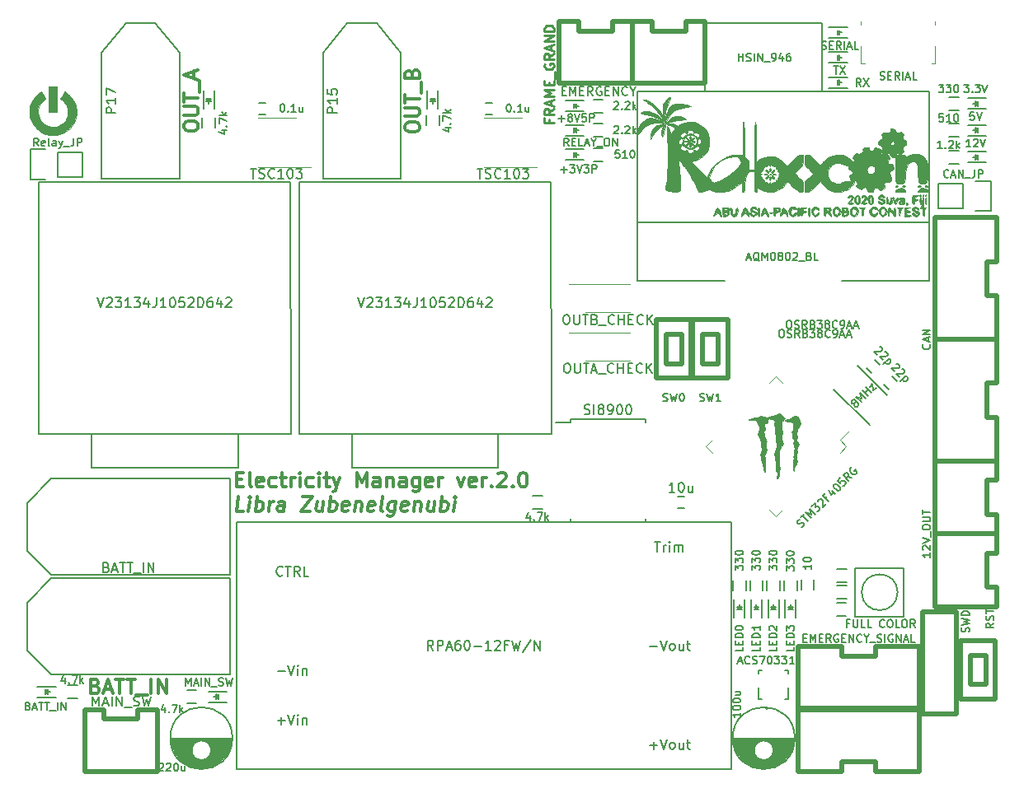
<source format=gbr>
G04 #@! TF.GenerationSoftware,KiCad,Pcbnew,(5.1.4)-1*
G04 #@! TF.CreationDate,2020-01-28T02:16:23+09:00*
G04 #@! TF.ProjectId,Electricity_Manager,456c6563-7472-4696-9369-74795f4d616e,rev?*
G04 #@! TF.SameCoordinates,Original*
G04 #@! TF.FileFunction,Legend,Top*
G04 #@! TF.FilePolarity,Positive*
%FSLAX46Y46*%
G04 Gerber Fmt 4.6, Leading zero omitted, Abs format (unit mm)*
G04 Created by KiCad (PCBNEW (5.1.4)-1) date 2020-01-28 02:16:23*
%MOMM*%
%LPD*%
G04 APERTURE LIST*
%ADD10C,0.375000*%
%ADD11C,0.150000*%
%ADD12C,0.500000*%
%ADD13C,0.152400*%
%ADD14C,0.010000*%
%ADD15C,0.120000*%
%ADD16C,0.200000*%
%ADD17C,0.250000*%
G04 APERTURE END LIST*
D10*
X70574107Y-148178571D02*
X69859821Y-148178571D01*
X70047321Y-146678571D01*
X71074107Y-148178571D02*
X71199107Y-147178571D01*
X71261607Y-146678571D02*
X71181250Y-146750000D01*
X71243750Y-146821428D01*
X71324107Y-146750000D01*
X71261607Y-146678571D01*
X71243750Y-146821428D01*
X71788392Y-148178571D02*
X71975892Y-146678571D01*
X71904464Y-147250000D02*
X72056250Y-147178571D01*
X72341964Y-147178571D01*
X72475892Y-147250000D01*
X72538392Y-147321428D01*
X72591964Y-147464285D01*
X72538392Y-147892857D01*
X72449107Y-148035714D01*
X72368750Y-148107142D01*
X72216964Y-148178571D01*
X71931250Y-148178571D01*
X71797321Y-148107142D01*
X73145535Y-148178571D02*
X73270535Y-147178571D01*
X73234821Y-147464285D02*
X73324107Y-147321428D01*
X73404464Y-147250000D01*
X73556250Y-147178571D01*
X73699107Y-147178571D01*
X74716964Y-148178571D02*
X74815178Y-147392857D01*
X74761607Y-147250000D01*
X74627678Y-147178571D01*
X74341964Y-147178571D01*
X74190178Y-147250000D01*
X74725892Y-148107142D02*
X74574107Y-148178571D01*
X74216964Y-148178571D01*
X74083035Y-148107142D01*
X74029464Y-147964285D01*
X74047321Y-147821428D01*
X74136607Y-147678571D01*
X74288392Y-147607142D01*
X74645535Y-147607142D01*
X74797321Y-147535714D01*
X76618750Y-146678571D02*
X77618750Y-146678571D01*
X76431250Y-148178571D01*
X77431250Y-148178571D01*
X78770535Y-147178571D02*
X78645535Y-148178571D01*
X78127678Y-147178571D02*
X78029464Y-147964285D01*
X78083035Y-148107142D01*
X78216964Y-148178571D01*
X78431250Y-148178571D01*
X78583035Y-148107142D01*
X78663392Y-148035714D01*
X79359821Y-148178571D02*
X79547321Y-146678571D01*
X79475892Y-147250000D02*
X79627678Y-147178571D01*
X79913392Y-147178571D01*
X80047321Y-147250000D01*
X80109821Y-147321428D01*
X80163392Y-147464285D01*
X80109821Y-147892857D01*
X80020535Y-148035714D01*
X79940178Y-148107142D01*
X79788392Y-148178571D01*
X79502678Y-148178571D01*
X79368750Y-148107142D01*
X81297321Y-148107142D02*
X81145535Y-148178571D01*
X80859821Y-148178571D01*
X80725892Y-148107142D01*
X80672321Y-147964285D01*
X80743750Y-147392857D01*
X80833035Y-147250000D01*
X80984821Y-147178571D01*
X81270535Y-147178571D01*
X81404464Y-147250000D01*
X81458035Y-147392857D01*
X81440178Y-147535714D01*
X80708035Y-147678571D01*
X82127678Y-147178571D02*
X82002678Y-148178571D01*
X82109821Y-147321428D02*
X82190178Y-147250000D01*
X82341964Y-147178571D01*
X82556250Y-147178571D01*
X82690178Y-147250000D01*
X82743750Y-147392857D01*
X82645535Y-148178571D01*
X83940178Y-148107142D02*
X83788392Y-148178571D01*
X83502678Y-148178571D01*
X83368750Y-148107142D01*
X83315178Y-147964285D01*
X83386607Y-147392857D01*
X83475892Y-147250000D01*
X83627678Y-147178571D01*
X83913392Y-147178571D01*
X84047321Y-147250000D01*
X84100892Y-147392857D01*
X84083035Y-147535714D01*
X83350892Y-147678571D01*
X84859821Y-148178571D02*
X84725892Y-148107142D01*
X84672321Y-147964285D01*
X84833035Y-146678571D01*
X86199107Y-147178571D02*
X86047321Y-148392857D01*
X85958035Y-148535714D01*
X85877678Y-148607142D01*
X85725892Y-148678571D01*
X85511607Y-148678571D01*
X85377678Y-148607142D01*
X86083035Y-148107142D02*
X85931250Y-148178571D01*
X85645535Y-148178571D01*
X85511607Y-148107142D01*
X85449107Y-148035714D01*
X85395535Y-147892857D01*
X85449107Y-147464285D01*
X85538392Y-147321428D01*
X85618750Y-147250000D01*
X85770535Y-147178571D01*
X86056250Y-147178571D01*
X86190178Y-147250000D01*
X87368750Y-148107142D02*
X87216964Y-148178571D01*
X86931250Y-148178571D01*
X86797321Y-148107142D01*
X86743750Y-147964285D01*
X86815178Y-147392857D01*
X86904464Y-147250000D01*
X87056250Y-147178571D01*
X87341964Y-147178571D01*
X87475892Y-147250000D01*
X87529464Y-147392857D01*
X87511607Y-147535714D01*
X86779464Y-147678571D01*
X88199107Y-147178571D02*
X88074107Y-148178571D01*
X88181250Y-147321428D02*
X88261607Y-147250000D01*
X88413392Y-147178571D01*
X88627678Y-147178571D01*
X88761607Y-147250000D01*
X88815178Y-147392857D01*
X88716964Y-148178571D01*
X90199107Y-147178571D02*
X90074107Y-148178571D01*
X89556250Y-147178571D02*
X89458035Y-147964285D01*
X89511607Y-148107142D01*
X89645535Y-148178571D01*
X89859821Y-148178571D01*
X90011607Y-148107142D01*
X90091964Y-148035714D01*
X90788392Y-148178571D02*
X90975892Y-146678571D01*
X90904464Y-147250000D02*
X91056250Y-147178571D01*
X91341964Y-147178571D01*
X91475892Y-147250000D01*
X91538392Y-147321428D01*
X91591964Y-147464285D01*
X91538392Y-147892857D01*
X91449107Y-148035714D01*
X91368750Y-148107142D01*
X91216964Y-148178571D01*
X90931250Y-148178571D01*
X90797321Y-148107142D01*
X92145535Y-148178571D02*
X92270535Y-147178571D01*
X92333035Y-146678571D02*
X92252678Y-146750000D01*
X92315178Y-146821428D01*
X92395535Y-146750000D01*
X92333035Y-146678571D01*
X92315178Y-146821428D01*
X69850892Y-144892857D02*
X70350892Y-144892857D01*
X70565178Y-145678571D02*
X69850892Y-145678571D01*
X69850892Y-144178571D01*
X70565178Y-144178571D01*
X71422321Y-145678571D02*
X71279464Y-145607142D01*
X71208035Y-145464285D01*
X71208035Y-144178571D01*
X72565178Y-145607142D02*
X72422321Y-145678571D01*
X72136607Y-145678571D01*
X71993750Y-145607142D01*
X71922321Y-145464285D01*
X71922321Y-144892857D01*
X71993750Y-144750000D01*
X72136607Y-144678571D01*
X72422321Y-144678571D01*
X72565178Y-144750000D01*
X72636607Y-144892857D01*
X72636607Y-145035714D01*
X71922321Y-145178571D01*
X73922321Y-145607142D02*
X73779464Y-145678571D01*
X73493750Y-145678571D01*
X73350892Y-145607142D01*
X73279464Y-145535714D01*
X73208035Y-145392857D01*
X73208035Y-144964285D01*
X73279464Y-144821428D01*
X73350892Y-144750000D01*
X73493750Y-144678571D01*
X73779464Y-144678571D01*
X73922321Y-144750000D01*
X74350892Y-144678571D02*
X74922321Y-144678571D01*
X74565178Y-144178571D02*
X74565178Y-145464285D01*
X74636607Y-145607142D01*
X74779464Y-145678571D01*
X74922321Y-145678571D01*
X75422321Y-145678571D02*
X75422321Y-144678571D01*
X75422321Y-144964285D02*
X75493750Y-144821428D01*
X75565178Y-144750000D01*
X75708035Y-144678571D01*
X75850892Y-144678571D01*
X76350892Y-145678571D02*
X76350892Y-144678571D01*
X76350892Y-144178571D02*
X76279464Y-144250000D01*
X76350892Y-144321428D01*
X76422321Y-144250000D01*
X76350892Y-144178571D01*
X76350892Y-144321428D01*
X77708035Y-145607142D02*
X77565178Y-145678571D01*
X77279464Y-145678571D01*
X77136607Y-145607142D01*
X77065178Y-145535714D01*
X76993750Y-145392857D01*
X76993750Y-144964285D01*
X77065178Y-144821428D01*
X77136607Y-144750000D01*
X77279464Y-144678571D01*
X77565178Y-144678571D01*
X77708035Y-144750000D01*
X78350892Y-145678571D02*
X78350892Y-144678571D01*
X78350892Y-144178571D02*
X78279464Y-144250000D01*
X78350892Y-144321428D01*
X78422321Y-144250000D01*
X78350892Y-144178571D01*
X78350892Y-144321428D01*
X78850892Y-144678571D02*
X79422321Y-144678571D01*
X79065178Y-144178571D02*
X79065178Y-145464285D01*
X79136607Y-145607142D01*
X79279464Y-145678571D01*
X79422321Y-145678571D01*
X79779464Y-144678571D02*
X80136607Y-145678571D01*
X80493750Y-144678571D02*
X80136607Y-145678571D01*
X79993750Y-146035714D01*
X79922321Y-146107142D01*
X79779464Y-146178571D01*
X82208035Y-145678571D02*
X82208035Y-144178571D01*
X82708035Y-145250000D01*
X83208035Y-144178571D01*
X83208035Y-145678571D01*
X84565178Y-145678571D02*
X84565178Y-144892857D01*
X84493750Y-144750000D01*
X84350892Y-144678571D01*
X84065178Y-144678571D01*
X83922321Y-144750000D01*
X84565178Y-145607142D02*
X84422321Y-145678571D01*
X84065178Y-145678571D01*
X83922321Y-145607142D01*
X83850892Y-145464285D01*
X83850892Y-145321428D01*
X83922321Y-145178571D01*
X84065178Y-145107142D01*
X84422321Y-145107142D01*
X84565178Y-145035714D01*
X85279464Y-144678571D02*
X85279464Y-145678571D01*
X85279464Y-144821428D02*
X85350892Y-144750000D01*
X85493750Y-144678571D01*
X85708035Y-144678571D01*
X85850892Y-144750000D01*
X85922321Y-144892857D01*
X85922321Y-145678571D01*
X87279464Y-145678571D02*
X87279464Y-144892857D01*
X87208035Y-144750000D01*
X87065178Y-144678571D01*
X86779464Y-144678571D01*
X86636607Y-144750000D01*
X87279464Y-145607142D02*
X87136607Y-145678571D01*
X86779464Y-145678571D01*
X86636607Y-145607142D01*
X86565178Y-145464285D01*
X86565178Y-145321428D01*
X86636607Y-145178571D01*
X86779464Y-145107142D01*
X87136607Y-145107142D01*
X87279464Y-145035714D01*
X88636607Y-144678571D02*
X88636607Y-145892857D01*
X88565178Y-146035714D01*
X88493750Y-146107142D01*
X88350892Y-146178571D01*
X88136607Y-146178571D01*
X87993750Y-146107142D01*
X88636607Y-145607142D02*
X88493750Y-145678571D01*
X88208035Y-145678571D01*
X88065178Y-145607142D01*
X87993750Y-145535714D01*
X87922321Y-145392857D01*
X87922321Y-144964285D01*
X87993750Y-144821428D01*
X88065178Y-144750000D01*
X88208035Y-144678571D01*
X88493750Y-144678571D01*
X88636607Y-144750000D01*
X89922321Y-145607142D02*
X89779464Y-145678571D01*
X89493750Y-145678571D01*
X89350892Y-145607142D01*
X89279464Y-145464285D01*
X89279464Y-144892857D01*
X89350892Y-144750000D01*
X89493750Y-144678571D01*
X89779464Y-144678571D01*
X89922321Y-144750000D01*
X89993750Y-144892857D01*
X89993750Y-145035714D01*
X89279464Y-145178571D01*
X90636607Y-145678571D02*
X90636607Y-144678571D01*
X90636607Y-144964285D02*
X90708035Y-144821428D01*
X90779464Y-144750000D01*
X90922321Y-144678571D01*
X91065178Y-144678571D01*
X92565178Y-144678571D02*
X92922321Y-145678571D01*
X93279464Y-144678571D01*
X94422321Y-145607142D02*
X94279464Y-145678571D01*
X93993750Y-145678571D01*
X93850892Y-145607142D01*
X93779464Y-145464285D01*
X93779464Y-144892857D01*
X93850892Y-144750000D01*
X93993750Y-144678571D01*
X94279464Y-144678571D01*
X94422321Y-144750000D01*
X94493750Y-144892857D01*
X94493750Y-145035714D01*
X93779464Y-145178571D01*
X95136607Y-145678571D02*
X95136607Y-144678571D01*
X95136607Y-144964285D02*
X95208035Y-144821428D01*
X95279464Y-144750000D01*
X95422321Y-144678571D01*
X95565178Y-144678571D01*
X96065178Y-145535714D02*
X96136607Y-145607142D01*
X96065178Y-145678571D01*
X95993750Y-145607142D01*
X96065178Y-145535714D01*
X96065178Y-145678571D01*
X96708035Y-144321428D02*
X96779464Y-144250000D01*
X96922321Y-144178571D01*
X97279464Y-144178571D01*
X97422321Y-144250000D01*
X97493750Y-144321428D01*
X97565178Y-144464285D01*
X97565178Y-144607142D01*
X97493750Y-144821428D01*
X96636607Y-145678571D01*
X97565178Y-145678571D01*
X98208035Y-145535714D02*
X98279464Y-145607142D01*
X98208035Y-145678571D01*
X98136607Y-145607142D01*
X98208035Y-145535714D01*
X98208035Y-145678571D01*
X99208035Y-144178571D02*
X99350892Y-144178571D01*
X99493750Y-144250000D01*
X99565178Y-144321428D01*
X99636607Y-144464285D01*
X99708035Y-144750000D01*
X99708035Y-145107142D01*
X99636607Y-145392857D01*
X99565178Y-145535714D01*
X99493750Y-145607142D01*
X99350892Y-145678571D01*
X99208035Y-145678571D01*
X99065178Y-145607142D01*
X98993750Y-145535714D01*
X98922321Y-145392857D01*
X98850892Y-145107142D01*
X98850892Y-144750000D01*
X98922321Y-144464285D01*
X98993750Y-144321428D01*
X99065178Y-144250000D01*
X99208035Y-144178571D01*
D11*
X135426777Y-132578249D02*
X135921751Y-133073223D01*
X135073223Y-133921751D02*
X134578249Y-133426777D01*
X134921751Y-139325914D02*
X131209441Y-135613604D01*
X133613604Y-133209441D02*
X136654163Y-136250000D01*
X132500000Y-157175000D02*
X131500000Y-157175000D01*
X131500000Y-155825000D02*
X132500000Y-155825000D01*
X131470000Y-157575000D02*
X132470000Y-157575000D01*
X132470000Y-158925000D02*
X131470000Y-158925000D01*
X131500000Y-154075000D02*
X132500000Y-154075000D01*
X132500000Y-155425000D02*
X131500000Y-155425000D01*
X123500000Y-158030000D02*
X123250000Y-158280000D01*
X123000000Y-158030000D02*
X123500000Y-158030000D01*
X123250000Y-158280000D02*
X123000000Y-158030000D01*
X123000000Y-158280000D02*
X123500000Y-158280000D01*
X123250000Y-158230000D02*
X123250000Y-157780000D01*
X122700000Y-159130000D02*
X122700000Y-157230000D01*
X123800000Y-159130000D02*
X123800000Y-157230000D01*
X81250000Y-98000000D02*
X78750000Y-101000000D01*
X78750000Y-101000000D02*
X78750000Y-114000000D01*
X84250000Y-98000000D02*
X86750000Y-101000000D01*
X86750000Y-101000000D02*
X86750000Y-114000000D01*
X84250000Y-98000000D02*
X81250000Y-98000000D01*
X86750000Y-114000000D02*
X78750000Y-114000000D01*
X64000000Y-114000000D02*
X56000000Y-114000000D01*
X61500000Y-98000000D02*
X58500000Y-98000000D01*
X64000000Y-101000000D02*
X64000000Y-114000000D01*
X61500000Y-98000000D02*
X64000000Y-101000000D01*
X56000000Y-101000000D02*
X56000000Y-114000000D01*
X58500000Y-98000000D02*
X56000000Y-101000000D01*
X115850000Y-147850000D02*
X115150000Y-147850000D01*
X115150000Y-146650000D02*
X115850000Y-146650000D01*
X69399000Y-171575000D02*
X63101000Y-171575000D01*
X69393000Y-171715000D02*
X63107000Y-171715000D01*
X69380000Y-171855000D02*
X66696000Y-171855000D01*
X65804000Y-171855000D02*
X63120000Y-171855000D01*
X69361000Y-171995000D02*
X66906000Y-171995000D01*
X65594000Y-171995000D02*
X63139000Y-171995000D01*
X69335000Y-172135000D02*
X67039000Y-172135000D01*
X65461000Y-172135000D02*
X63165000Y-172135000D01*
X69303000Y-172275000D02*
X67130000Y-172275000D01*
X65370000Y-172275000D02*
X63197000Y-172275000D01*
X69264000Y-172415000D02*
X67192000Y-172415000D01*
X65308000Y-172415000D02*
X63236000Y-172415000D01*
X69218000Y-172555000D02*
X67231000Y-172555000D01*
X65269000Y-172555000D02*
X63282000Y-172555000D01*
X69165000Y-172695000D02*
X67248000Y-172695000D01*
X65252000Y-172695000D02*
X63335000Y-172695000D01*
X69103000Y-172835000D02*
X67246000Y-172835000D01*
X65254000Y-172835000D02*
X63397000Y-172835000D01*
X69033000Y-172975000D02*
X67224000Y-172975000D01*
X65276000Y-172975000D02*
X63467000Y-172975000D01*
X68954000Y-173115000D02*
X67181000Y-173115000D01*
X65319000Y-173115000D02*
X63546000Y-173115000D01*
X68866000Y-173255000D02*
X67113000Y-173255000D01*
X65387000Y-173255000D02*
X63634000Y-173255000D01*
X68766000Y-173395000D02*
X67014000Y-173395000D01*
X65486000Y-173395000D02*
X63734000Y-173395000D01*
X68654000Y-173535000D02*
X66869000Y-173535000D01*
X65631000Y-173535000D02*
X63846000Y-173535000D01*
X68529000Y-173675000D02*
X66630000Y-173675000D01*
X65870000Y-173675000D02*
X63971000Y-173675000D01*
X68386000Y-173815000D02*
X64114000Y-173815000D01*
X68224000Y-173955000D02*
X64276000Y-173955000D01*
X68036000Y-174095000D02*
X64464000Y-174095000D01*
X67813000Y-174235000D02*
X64687000Y-174235000D01*
X67537000Y-174375000D02*
X64963000Y-174375000D01*
X67162000Y-174515000D02*
X65338000Y-174515000D01*
X67250000Y-172750000D02*
G75*
G03X67250000Y-172750000I-1000000J0D01*
G01*
X69437500Y-171500000D02*
G75*
G03X69437500Y-171500000I-3187500J0D01*
G01*
X127187500Y-171500000D02*
G75*
G03X127187500Y-171500000I-3187500J0D01*
G01*
X125000000Y-172750000D02*
G75*
G03X125000000Y-172750000I-1000000J0D01*
G01*
X124912000Y-174515000D02*
X123088000Y-174515000D01*
X125287000Y-174375000D02*
X122713000Y-174375000D01*
X125563000Y-174235000D02*
X122437000Y-174235000D01*
X125786000Y-174095000D02*
X122214000Y-174095000D01*
X125974000Y-173955000D02*
X122026000Y-173955000D01*
X126136000Y-173815000D02*
X121864000Y-173815000D01*
X123620000Y-173675000D02*
X121721000Y-173675000D01*
X126279000Y-173675000D02*
X124380000Y-173675000D01*
X123381000Y-173535000D02*
X121596000Y-173535000D01*
X126404000Y-173535000D02*
X124619000Y-173535000D01*
X123236000Y-173395000D02*
X121484000Y-173395000D01*
X126516000Y-173395000D02*
X124764000Y-173395000D01*
X123137000Y-173255000D02*
X121384000Y-173255000D01*
X126616000Y-173255000D02*
X124863000Y-173255000D01*
X123069000Y-173115000D02*
X121296000Y-173115000D01*
X126704000Y-173115000D02*
X124931000Y-173115000D01*
X123026000Y-172975000D02*
X121217000Y-172975000D01*
X126783000Y-172975000D02*
X124974000Y-172975000D01*
X123004000Y-172835000D02*
X121147000Y-172835000D01*
X126853000Y-172835000D02*
X124996000Y-172835000D01*
X123002000Y-172695000D02*
X121085000Y-172695000D01*
X126915000Y-172695000D02*
X124998000Y-172695000D01*
X123019000Y-172555000D02*
X121032000Y-172555000D01*
X126968000Y-172555000D02*
X124981000Y-172555000D01*
X123058000Y-172415000D02*
X120986000Y-172415000D01*
X127014000Y-172415000D02*
X124942000Y-172415000D01*
X123120000Y-172275000D02*
X120947000Y-172275000D01*
X127053000Y-172275000D02*
X124880000Y-172275000D01*
X123211000Y-172135000D02*
X120915000Y-172135000D01*
X127085000Y-172135000D02*
X124789000Y-172135000D01*
X123344000Y-171995000D02*
X120889000Y-171995000D01*
X127111000Y-171995000D02*
X124656000Y-171995000D01*
X123554000Y-171855000D02*
X120870000Y-171855000D01*
X127130000Y-171855000D02*
X124446000Y-171855000D01*
X127143000Y-171715000D02*
X120857000Y-171715000D01*
X127149000Y-171575000D02*
X120851000Y-171575000D01*
X144480000Y-117020000D02*
X141940000Y-117020000D01*
X147300000Y-117300000D02*
X145750000Y-117300000D01*
X144480000Y-117020000D02*
X144480000Y-114480000D01*
X145750000Y-114200000D02*
X147300000Y-114200000D01*
X147300000Y-114200000D02*
X147300000Y-117300000D01*
X144480000Y-114480000D02*
X141940000Y-114480000D01*
X141940000Y-114480000D02*
X141940000Y-117020000D01*
D12*
X147950000Y-130500000D02*
X147950000Y-126000000D01*
X147950000Y-126000000D02*
X146950000Y-126000000D01*
X146950000Y-126000000D02*
X146950000Y-122500000D01*
X146950000Y-122500000D02*
X147950000Y-122500000D01*
X147950000Y-122500000D02*
X147950000Y-118000000D01*
X141550000Y-118000000D02*
X141550000Y-130500000D01*
X147950000Y-118000000D02*
X141550000Y-118000000D01*
X141550000Y-130500000D02*
X147950000Y-130500000D01*
X61750000Y-168550000D02*
X59750000Y-168550000D01*
X59750000Y-168550000D02*
X59750000Y-169550000D01*
X59750000Y-169550000D02*
X56250000Y-169550000D01*
X56250000Y-169550000D02*
X56250000Y-168550000D01*
X56250000Y-168550000D02*
X54250000Y-168550000D01*
X61750000Y-174950000D02*
X61750000Y-168550000D01*
X54250000Y-168550000D02*
X54250000Y-174950000D01*
X54250000Y-174950000D02*
X61750000Y-174950000D01*
D11*
X69150000Y-155050000D02*
X50800000Y-155050000D01*
X69150000Y-164950000D02*
X69150000Y-155050000D01*
X50800000Y-164950000D02*
X69150000Y-164950000D01*
X50800000Y-155050000D02*
X48350000Y-157550000D01*
X50800000Y-164950000D02*
X48350000Y-162500000D01*
X48350000Y-160000000D02*
X48350000Y-157550000D01*
X48350000Y-159950000D02*
X48350000Y-162500000D01*
X48350000Y-149700000D02*
X48350000Y-152250000D01*
X48350000Y-149750000D02*
X48350000Y-147300000D01*
X50800000Y-154700000D02*
X48350000Y-152250000D01*
X50800000Y-144800000D02*
X48350000Y-147300000D01*
X50800000Y-154700000D02*
X69150000Y-154700000D01*
X69150000Y-154700000D02*
X69150000Y-144800000D01*
X69150000Y-144800000D02*
X50800000Y-144800000D01*
D12*
X147800000Y-167500000D02*
X147800000Y-161500000D01*
X144200000Y-167500000D02*
X147800000Y-167500000D01*
X144200000Y-161500000D02*
X144200000Y-167500000D01*
X147800000Y-161500000D02*
X144200000Y-161500000D01*
X146800000Y-166000000D02*
X146800000Y-163000000D01*
X145200000Y-166000000D02*
X146800000Y-166000000D01*
X145200000Y-163000000D02*
X145200000Y-166000000D01*
X146800000Y-163000000D02*
X145200000Y-163000000D01*
D11*
X49550000Y-127250000D02*
X49550000Y-140200000D01*
X49550000Y-140200000D02*
X75450000Y-140200000D01*
X75450000Y-140200000D02*
X75410000Y-114300000D01*
X75410000Y-114300000D02*
X49550000Y-114320000D01*
X49550000Y-114320000D02*
X49550000Y-127250000D01*
X55000000Y-143700000D02*
X70000000Y-143680000D01*
X70000000Y-143680000D02*
X70000000Y-140230000D01*
X55000000Y-143700000D02*
X55000000Y-140200000D01*
X81750000Y-143700000D02*
X81750000Y-140200000D01*
X96750000Y-143680000D02*
X96750000Y-140230000D01*
X81750000Y-143700000D02*
X96750000Y-143680000D01*
X76300000Y-114320000D02*
X76300000Y-127250000D01*
X102160000Y-114300000D02*
X76300000Y-114320000D01*
X102200000Y-140200000D02*
X102160000Y-114300000D01*
X76300000Y-140200000D02*
X102200000Y-140200000D01*
X76300000Y-127250000D02*
X76300000Y-140200000D01*
D12*
X140300000Y-169000000D02*
X143800000Y-169000000D01*
X140300000Y-158500000D02*
X140300000Y-169000000D01*
X143800000Y-158500000D02*
X143800000Y-169000000D01*
X143800000Y-158500000D02*
X140300000Y-158500000D01*
D11*
X136823223Y-135671751D02*
X136328249Y-135176777D01*
X137176777Y-134328249D02*
X137671751Y-134823223D01*
X146850000Y-111200000D02*
X144950000Y-111200000D01*
X146850000Y-112300000D02*
X144950000Y-112300000D01*
X145950000Y-111750000D02*
X145500000Y-111750000D01*
X146000000Y-112000000D02*
X146000000Y-111500000D01*
X146000000Y-111750000D02*
X145750000Y-112000000D01*
X145750000Y-112000000D02*
X145750000Y-111500000D01*
X145750000Y-111500000D02*
X146000000Y-111750000D01*
X145750000Y-108750000D02*
X146000000Y-109000000D01*
X145750000Y-109250000D02*
X145750000Y-108750000D01*
X146000000Y-109000000D02*
X145750000Y-109250000D01*
X146000000Y-109250000D02*
X146000000Y-108750000D01*
X145950000Y-109000000D02*
X145500000Y-109000000D01*
X146850000Y-109550000D02*
X144950000Y-109550000D01*
X146850000Y-108450000D02*
X144950000Y-108450000D01*
X146850000Y-105700000D02*
X144950000Y-105700000D01*
X146850000Y-106800000D02*
X144950000Y-106800000D01*
X145950000Y-106250000D02*
X145500000Y-106250000D01*
X146000000Y-106500000D02*
X146000000Y-106000000D01*
X146000000Y-106250000D02*
X145750000Y-106500000D01*
X145750000Y-106500000D02*
X145750000Y-106000000D01*
X145750000Y-106000000D02*
X146000000Y-106250000D01*
X122050000Y-159130000D02*
X122050000Y-157230000D01*
X120950000Y-159130000D02*
X120950000Y-157230000D01*
X121500000Y-158230000D02*
X121500000Y-157780000D01*
X121250000Y-158280000D02*
X121750000Y-158280000D01*
X121500000Y-158280000D02*
X121250000Y-158030000D01*
X121250000Y-158030000D02*
X121750000Y-158030000D01*
X121750000Y-158030000D02*
X121500000Y-158280000D01*
X125550000Y-159130000D02*
X125550000Y-157230000D01*
X124450000Y-159130000D02*
X124450000Y-157230000D01*
X125000000Y-158230000D02*
X125000000Y-157780000D01*
X124750000Y-158280000D02*
X125250000Y-158280000D01*
X125000000Y-158280000D02*
X124750000Y-158030000D01*
X124750000Y-158030000D02*
X125250000Y-158030000D01*
X125250000Y-158030000D02*
X125000000Y-158280000D01*
X127000000Y-158030000D02*
X126750000Y-158280000D01*
X126500000Y-158030000D02*
X127000000Y-158030000D01*
X126750000Y-158280000D02*
X126500000Y-158030000D01*
X126500000Y-158280000D02*
X127000000Y-158280000D01*
X126750000Y-158230000D02*
X126750000Y-157780000D01*
X126200000Y-159130000D02*
X126200000Y-157230000D01*
X127300000Y-159130000D02*
X127300000Y-157230000D01*
X49400000Y-167300000D02*
X51300000Y-167300000D01*
X49400000Y-166200000D02*
X51300000Y-166200000D01*
X50300000Y-166750000D02*
X50750000Y-166750000D01*
X50250000Y-166500000D02*
X50250000Y-167000000D01*
X50250000Y-166750000D02*
X50500000Y-166500000D01*
X50500000Y-166500000D02*
X50500000Y-167000000D01*
X50500000Y-167000000D02*
X50250000Y-166750000D01*
X68850000Y-166700000D02*
X66950000Y-166700000D01*
X68850000Y-167800000D02*
X66950000Y-167800000D01*
X67950000Y-167250000D02*
X67500000Y-167250000D01*
X68000000Y-167500000D02*
X68000000Y-167000000D01*
X68000000Y-167250000D02*
X67750000Y-167500000D01*
X67750000Y-167500000D02*
X67750000Y-167000000D01*
X67750000Y-167000000D02*
X68000000Y-167250000D01*
X66750000Y-106000000D02*
X67000000Y-105750000D01*
X67250000Y-106000000D02*
X66750000Y-106000000D01*
X67000000Y-105750000D02*
X67250000Y-106000000D01*
X67250000Y-105750000D02*
X66750000Y-105750000D01*
X67000000Y-105800000D02*
X67000000Y-106250000D01*
X67550000Y-104900000D02*
X67550000Y-106800000D01*
X66450000Y-104900000D02*
X66450000Y-106800000D01*
X89450000Y-104900000D02*
X89450000Y-106800000D01*
X90550000Y-104900000D02*
X90550000Y-106800000D01*
X90000000Y-105800000D02*
X90000000Y-106250000D01*
X90250000Y-105750000D02*
X89750000Y-105750000D01*
X90000000Y-105750000D02*
X90250000Y-106000000D01*
X90250000Y-106000000D02*
X89750000Y-106000000D01*
X89750000Y-106000000D02*
X90000000Y-105750000D01*
X104740000Y-109240000D02*
X104490000Y-108990000D01*
X104740000Y-108740000D02*
X104740000Y-109240000D01*
X104490000Y-108990000D02*
X104740000Y-108740000D01*
X104490000Y-108740000D02*
X104490000Y-109240000D01*
X104540000Y-108990000D02*
X104990000Y-108990000D01*
X103640000Y-108440000D02*
X105540000Y-108440000D01*
X103640000Y-109540000D02*
X105540000Y-109540000D01*
X104740000Y-106740000D02*
X104490000Y-106490000D01*
X104740000Y-106240000D02*
X104740000Y-106740000D01*
X104490000Y-106490000D02*
X104740000Y-106240000D01*
X104490000Y-106240000D02*
X104490000Y-106740000D01*
X104540000Y-106490000D02*
X104990000Y-106490000D01*
X103640000Y-105940000D02*
X105540000Y-105940000D01*
X103640000Y-107040000D02*
X105540000Y-107040000D01*
X104740000Y-111740000D02*
X104490000Y-111490000D01*
X104740000Y-111240000D02*
X104740000Y-111740000D01*
X104490000Y-111490000D02*
X104740000Y-111240000D01*
X104490000Y-111240000D02*
X104490000Y-111740000D01*
X104540000Y-111490000D02*
X104990000Y-111490000D01*
X103640000Y-110940000D02*
X105540000Y-110940000D01*
X103640000Y-112040000D02*
X105540000Y-112040000D01*
X51520000Y-111230000D02*
X54060000Y-111230000D01*
X48700000Y-110950000D02*
X50250000Y-110950000D01*
X51520000Y-111230000D02*
X51520000Y-113770000D01*
X50250000Y-114050000D02*
X48700000Y-114050000D01*
X48700000Y-114050000D02*
X48700000Y-110950000D01*
X51520000Y-113770000D02*
X54060000Y-113770000D01*
X54060000Y-113770000D02*
X54060000Y-111230000D01*
D12*
X140000000Y-162050000D02*
X135500000Y-162050000D01*
X135500000Y-162050000D02*
X135500000Y-163050000D01*
X135500000Y-163050000D02*
X132000000Y-163050000D01*
X132000000Y-163050000D02*
X132000000Y-162050000D01*
X132000000Y-162050000D02*
X127500000Y-162050000D01*
X127500000Y-168450000D02*
X140000000Y-168450000D01*
X127500000Y-162050000D02*
X127500000Y-168450000D01*
X140000000Y-168450000D02*
X140000000Y-162050000D01*
X141550000Y-150500000D02*
X141550000Y-158000000D01*
X147950000Y-150500000D02*
X141550000Y-150500000D01*
X141550000Y-158000000D02*
X147950000Y-158000000D01*
X147950000Y-152500000D02*
X147950000Y-150500000D01*
X146950000Y-152500000D02*
X147950000Y-152500000D01*
X146950000Y-156000000D02*
X146950000Y-152500000D01*
X147950000Y-156000000D02*
X146950000Y-156000000D01*
X147950000Y-158000000D02*
X147950000Y-156000000D01*
X147950000Y-150500000D02*
X147950000Y-148500000D01*
X147950000Y-148500000D02*
X146950000Y-148500000D01*
X146950000Y-148500000D02*
X146950000Y-145000000D01*
X146950000Y-145000000D02*
X147950000Y-145000000D01*
X147950000Y-145000000D02*
X147950000Y-143000000D01*
X141550000Y-150500000D02*
X147950000Y-150500000D01*
X147950000Y-143000000D02*
X141550000Y-143000000D01*
X141550000Y-143000000D02*
X141550000Y-150500000D01*
X110500000Y-97800000D02*
X108500000Y-97800000D01*
X108500000Y-97800000D02*
X108500000Y-98800000D01*
X108500000Y-98800000D02*
X105000000Y-98800000D01*
X105000000Y-98800000D02*
X105000000Y-97800000D01*
X105000000Y-97800000D02*
X103000000Y-97800000D01*
X110500000Y-104200000D02*
X110500000Y-97800000D01*
X103000000Y-97800000D02*
X103000000Y-104200000D01*
X103000000Y-104200000D02*
X110500000Y-104200000D01*
X110500000Y-104200000D02*
X118000000Y-104200000D01*
X110500000Y-97800000D02*
X110500000Y-104200000D01*
X118000000Y-104200000D02*
X118000000Y-97800000D01*
X112500000Y-97800000D02*
X110500000Y-97800000D01*
X112500000Y-98800000D02*
X112500000Y-97800000D01*
X116000000Y-98800000D02*
X112500000Y-98800000D01*
X116000000Y-97800000D02*
X116000000Y-98800000D01*
X118000000Y-97800000D02*
X116000000Y-97800000D01*
D11*
X144000000Y-112425000D02*
X143000000Y-112425000D01*
X143000000Y-111075000D02*
X144000000Y-111075000D01*
X143000000Y-108325000D02*
X144000000Y-108325000D01*
X144000000Y-109675000D02*
X143000000Y-109675000D01*
X144000000Y-106925000D02*
X143000000Y-106925000D01*
X143000000Y-105575000D02*
X144000000Y-105575000D01*
X122175000Y-155280000D02*
X122175000Y-156280000D01*
X120825000Y-156280000D02*
X120825000Y-155280000D01*
X122575000Y-156280000D02*
X122575000Y-155280000D01*
X123925000Y-155280000D02*
X123925000Y-156280000D01*
X125675000Y-155280000D02*
X125675000Y-156280000D01*
X124325000Y-156280000D02*
X124325000Y-155280000D01*
X126075000Y-156280000D02*
X126075000Y-155280000D01*
X127425000Y-155280000D02*
X127425000Y-156280000D01*
X129175000Y-155250000D02*
X129175000Y-156250000D01*
X127825000Y-156250000D02*
X127825000Y-155250000D01*
X100250000Y-146575000D02*
X101250000Y-146575000D01*
X101250000Y-147925000D02*
X100250000Y-147925000D01*
X53500000Y-167425000D02*
X52500000Y-167425000D01*
X52500000Y-166075000D02*
X53500000Y-166075000D01*
X65750000Y-167925000D02*
X64750000Y-167925000D01*
X64750000Y-166575000D02*
X65750000Y-166575000D01*
X66325000Y-108750000D02*
X66325000Y-107750000D01*
X67675000Y-107750000D02*
X67675000Y-108750000D01*
X90675000Y-107500000D02*
X90675000Y-108500000D01*
X89325000Y-108500000D02*
X89325000Y-107500000D01*
X107500000Y-109665000D02*
X106500000Y-109665000D01*
X106500000Y-108315000D02*
X107500000Y-108315000D01*
X106500000Y-105815000D02*
X107500000Y-105815000D01*
X107500000Y-107165000D02*
X106500000Y-107165000D01*
X106500000Y-110815000D02*
X107500000Y-110815000D01*
X107500000Y-112165000D02*
X106500000Y-112165000D01*
D12*
X147950000Y-143000000D02*
X147950000Y-138500000D01*
X147950000Y-138500000D02*
X146950000Y-138500000D01*
X146950000Y-138500000D02*
X146950000Y-135000000D01*
X146950000Y-135000000D02*
X147950000Y-135000000D01*
X147950000Y-135000000D02*
X147950000Y-130500000D01*
X141550000Y-130500000D02*
X141550000Y-143000000D01*
X147950000Y-130500000D02*
X141550000Y-130500000D01*
X141550000Y-143000000D02*
X147950000Y-143000000D01*
D11*
X124375000Y-168500000D02*
G75*
G03X124375000Y-168500000I-75000J0D01*
G01*
D13*
X126500000Y-164500000D02*
X126200000Y-164500000D01*
X126500000Y-164900000D02*
X126500000Y-164500000D01*
X126500000Y-167500000D02*
X126500000Y-166300000D01*
X126200000Y-167500000D02*
X126500000Y-167500000D01*
X123500000Y-164500000D02*
X123800000Y-164500000D01*
X123500000Y-164900000D02*
X123500000Y-164500000D01*
X123500000Y-167500000D02*
X123500000Y-166300000D01*
X123800000Y-167500000D02*
X123500000Y-167500000D01*
D11*
X69850000Y-149300000D02*
X120650000Y-149300000D01*
X69850000Y-174700000D02*
X69850000Y-149300000D01*
X120650000Y-174700000D02*
X69850000Y-174700000D01*
X120650000Y-149300000D02*
X120650000Y-174700000D01*
X104125000Y-138675000D02*
X104125000Y-139030000D01*
X111875000Y-138675000D02*
X111875000Y-139030000D01*
X111875000Y-149325000D02*
X111875000Y-148970000D01*
X104125000Y-149325000D02*
X104125000Y-148970000D01*
X104125000Y-138675000D02*
X111875000Y-138675000D01*
X104125000Y-149325000D02*
X111875000Y-149325000D01*
X104125000Y-139030000D02*
X102600000Y-139030000D01*
D12*
X127500000Y-174950000D02*
X132000000Y-174950000D01*
X132000000Y-174950000D02*
X132000000Y-173950000D01*
X132000000Y-173950000D02*
X135500000Y-173950000D01*
X135500000Y-173950000D02*
X135500000Y-174950000D01*
X135500000Y-174950000D02*
X140000000Y-174950000D01*
X140000000Y-168550000D02*
X127500000Y-168550000D01*
X140000000Y-174950000D02*
X140000000Y-168550000D01*
X127500000Y-168550000D02*
X127500000Y-174950000D01*
D14*
G36*
X127129452Y-138369668D02*
G01*
X127163308Y-138382150D01*
X127201549Y-138392634D01*
X127251989Y-138399553D01*
X127288005Y-138401200D01*
X127371860Y-138406856D01*
X127438836Y-138425788D01*
X127493318Y-138460935D01*
X127539694Y-138515240D01*
X127582349Y-138591645D01*
X127587135Y-138601810D01*
X127613872Y-138658640D01*
X127640814Y-138714593D01*
X127663422Y-138760286D01*
X127669764Y-138772681D01*
X127696827Y-138849606D01*
X127701100Y-138894793D01*
X127707495Y-138943761D01*
X127724333Y-138985775D01*
X127748089Y-139014427D01*
X127771871Y-139023500D01*
X127785777Y-139034945D01*
X127790000Y-139066731D01*
X127785357Y-139093729D01*
X127770398Y-139131020D01*
X127743573Y-139181808D01*
X127703335Y-139249300D01*
X127696455Y-139260406D01*
X127594352Y-139434032D01*
X127511921Y-139595684D01*
X127448187Y-139748181D01*
X127402173Y-139894342D01*
X127372904Y-140036983D01*
X127359403Y-140178924D01*
X127358200Y-140237157D01*
X127358703Y-140293074D01*
X127360886Y-140328684D01*
X127365760Y-140349071D01*
X127374336Y-140359320D01*
X127383268Y-140363244D01*
X127418140Y-140385936D01*
X127445550Y-140424493D01*
X127459246Y-140469408D01*
X127459800Y-140479636D01*
X127455145Y-140510131D01*
X127442659Y-140556304D01*
X127424553Y-140610504D01*
X127413444Y-140639848D01*
X127379069Y-140740582D01*
X127362671Y-140824083D01*
X127364288Y-140891103D01*
X127383960Y-140942393D01*
X127421727Y-140978705D01*
X127431439Y-140984228D01*
X127484277Y-141023004D01*
X127527623Y-141080825D01*
X127549771Y-141124814D01*
X127567190Y-141178766D01*
X127576570Y-141239563D01*
X127578460Y-141302242D01*
X127573406Y-141361840D01*
X127561954Y-141413394D01*
X127544651Y-141451938D01*
X127522044Y-141472512D01*
X127511248Y-141474600D01*
X127493773Y-141479025D01*
X127486250Y-141496839D01*
X127484874Y-141522225D01*
X127474342Y-141573626D01*
X127442797Y-141635355D01*
X127440424Y-141639111D01*
X127417487Y-141677404D01*
X127404240Y-141708928D01*
X127398064Y-141743591D01*
X127396341Y-141791300D01*
X127396300Y-141806048D01*
X127406107Y-141919336D01*
X127422965Y-141990056D01*
X127439857Y-142058864D01*
X127441758Y-142114732D01*
X127427789Y-142165840D01*
X127398377Y-142218397D01*
X127380357Y-142247248D01*
X127369672Y-142271975D01*
X127364834Y-142300307D01*
X127364354Y-142339975D01*
X127366147Y-142385875D01*
X127370067Y-142453217D01*
X127375801Y-142531002D01*
X127382241Y-142604446D01*
X127383545Y-142617600D01*
X127390338Y-142696696D01*
X127395747Y-142784087D01*
X127399677Y-142874855D01*
X127402034Y-142964082D01*
X127402724Y-143046851D01*
X127401652Y-143118245D01*
X127398724Y-143173345D01*
X127394787Y-143203322D01*
X127373509Y-143261273D01*
X127333290Y-143329066D01*
X127317938Y-143350587D01*
X127266861Y-143421947D01*
X127228327Y-143482202D01*
X127197910Y-143539152D01*
X127171184Y-143600592D01*
X127160833Y-143627383D01*
X127144409Y-143673941D01*
X127135292Y-143711406D01*
X127132261Y-143749701D01*
X127134095Y-143798751D01*
X127136218Y-143827428D01*
X127139830Y-143884878D01*
X127139401Y-143923578D01*
X127134398Y-143949934D01*
X127124317Y-143970303D01*
X127106476Y-143992860D01*
X127093461Y-144001900D01*
X127084014Y-143991049D01*
X127068484Y-143962419D01*
X127050018Y-143921896D01*
X127047613Y-143916175D01*
X127022672Y-143841582D01*
X127007784Y-143765262D01*
X127003550Y-143693918D01*
X127010566Y-143634252D01*
X127020064Y-143607563D01*
X127031823Y-143578089D01*
X127038110Y-143544719D01*
X127038753Y-143503204D01*
X127033580Y-143449291D01*
X127022420Y-143378732D01*
X127007670Y-143300307D01*
X126989589Y-143194891D01*
X126981416Y-143108774D01*
X126983686Y-143037644D01*
X126996937Y-142977194D01*
X127021704Y-142923112D01*
X127058525Y-142871089D01*
X127061536Y-142867450D01*
X127085384Y-142823679D01*
X127089837Y-142770688D01*
X127074973Y-142705293D01*
X127066100Y-142681100D01*
X127046885Y-142617774D01*
X127041720Y-142563764D01*
X127050790Y-142523795D01*
X127059368Y-142511845D01*
X127077778Y-142483985D01*
X127097757Y-142438757D01*
X127116335Y-142383787D01*
X127129493Y-142331850D01*
X127132660Y-142301968D01*
X127134552Y-142252301D01*
X127135098Y-142188435D01*
X127134222Y-142115956D01*
X127132924Y-142068831D01*
X127130540Y-141986651D01*
X127129899Y-141925204D01*
X127131247Y-141879866D01*
X127134825Y-141846014D01*
X127140878Y-141819026D01*
X127147038Y-141800903D01*
X127158188Y-141767815D01*
X127161940Y-141739823D01*
X127158450Y-141706769D01*
X127149144Y-141663872D01*
X127139532Y-141609165D01*
X127132591Y-141543156D01*
X127129791Y-141479915D01*
X127129787Y-141478524D01*
X127128220Y-141429441D01*
X127124218Y-141390673D01*
X127118551Y-141368784D01*
X127116658Y-141366500D01*
X127098490Y-141345707D01*
X127078200Y-141308658D01*
X127059375Y-141263845D01*
X127045603Y-141219764D01*
X127040465Y-141186097D01*
X127042616Y-141154555D01*
X127048634Y-141105077D01*
X127057574Y-141044668D01*
X127067533Y-140985650D01*
X127081122Y-140899375D01*
X127086389Y-140833294D01*
X127082596Y-140783358D01*
X127069009Y-140745519D01*
X127044890Y-140715731D01*
X127014301Y-140692919D01*
X126967195Y-140655099D01*
X126933832Y-140608181D01*
X126913626Y-140549386D01*
X126905990Y-140475934D01*
X126910337Y-140385043D01*
X126925972Y-140274553D01*
X126935368Y-140215825D01*
X126941650Y-140167046D01*
X126944295Y-140133138D01*
X126942775Y-140119024D01*
X126942584Y-140118927D01*
X126906053Y-140100501D01*
X126871585Y-140073611D01*
X126847909Y-140045653D01*
X126843084Y-140034620D01*
X126844300Y-139991870D01*
X126864742Y-139945171D01*
X126900574Y-139901229D01*
X126934584Y-139874533D01*
X126989050Y-139839992D01*
X126993851Y-139574621D01*
X126996904Y-139458081D01*
X127001558Y-139363717D01*
X127008047Y-139288343D01*
X127016602Y-139228771D01*
X127020398Y-139209820D01*
X127031170Y-139154538D01*
X127034550Y-139118792D01*
X127030834Y-139097908D01*
X127027768Y-139093071D01*
X127009601Y-139081384D01*
X126973743Y-139065352D01*
X126926853Y-139047849D01*
X126909572Y-139042070D01*
X126856852Y-139023391D01*
X126809422Y-139003821D01*
X126775727Y-138986915D01*
X126770259Y-138983396D01*
X126742613Y-138967574D01*
X126717033Y-138965897D01*
X126689047Y-138973492D01*
X126624771Y-138983645D01*
X126542194Y-138978203D01*
X126442904Y-138957369D01*
X126354900Y-138930573D01*
X126298417Y-138911762D01*
X126248989Y-138895999D01*
X126212676Y-138885176D01*
X126197202Y-138881355D01*
X126173677Y-138870362D01*
X126167978Y-138853120D01*
X126182513Y-138838008D01*
X126184513Y-138837184D01*
X126207966Y-138822487D01*
X126236049Y-138797769D01*
X126239544Y-138794174D01*
X126267503Y-138774606D01*
X126314969Y-138751616D01*
X126376592Y-138726995D01*
X126447019Y-138702539D01*
X126520901Y-138680038D01*
X126592885Y-138661286D01*
X126657621Y-138648076D01*
X126688385Y-138643802D01*
X126738147Y-138637172D01*
X126769924Y-138628498D01*
X126791119Y-138614980D01*
X126804637Y-138599833D01*
X126846390Y-138547583D01*
X126877721Y-138513401D01*
X126902024Y-138494040D01*
X126922689Y-138486254D01*
X126923397Y-138486150D01*
X126953143Y-138476538D01*
X126967212Y-138467067D01*
X126989991Y-138453616D01*
X126999218Y-138451999D01*
X127015852Y-138441942D01*
X127036501Y-138416877D01*
X127042382Y-138407549D01*
X127065805Y-138376881D01*
X127092701Y-138364700D01*
X127129452Y-138369668D01*
X127129452Y-138369668D01*
G37*
X127129452Y-138369668D02*
X127163308Y-138382150D01*
X127201549Y-138392634D01*
X127251989Y-138399553D01*
X127288005Y-138401200D01*
X127371860Y-138406856D01*
X127438836Y-138425788D01*
X127493318Y-138460935D01*
X127539694Y-138515240D01*
X127582349Y-138591645D01*
X127587135Y-138601810D01*
X127613872Y-138658640D01*
X127640814Y-138714593D01*
X127663422Y-138760286D01*
X127669764Y-138772681D01*
X127696827Y-138849606D01*
X127701100Y-138894793D01*
X127707495Y-138943761D01*
X127724333Y-138985775D01*
X127748089Y-139014427D01*
X127771871Y-139023500D01*
X127785777Y-139034945D01*
X127790000Y-139066731D01*
X127785357Y-139093729D01*
X127770398Y-139131020D01*
X127743573Y-139181808D01*
X127703335Y-139249300D01*
X127696455Y-139260406D01*
X127594352Y-139434032D01*
X127511921Y-139595684D01*
X127448187Y-139748181D01*
X127402173Y-139894342D01*
X127372904Y-140036983D01*
X127359403Y-140178924D01*
X127358200Y-140237157D01*
X127358703Y-140293074D01*
X127360886Y-140328684D01*
X127365760Y-140349071D01*
X127374336Y-140359320D01*
X127383268Y-140363244D01*
X127418140Y-140385936D01*
X127445550Y-140424493D01*
X127459246Y-140469408D01*
X127459800Y-140479636D01*
X127455145Y-140510131D01*
X127442659Y-140556304D01*
X127424553Y-140610504D01*
X127413444Y-140639848D01*
X127379069Y-140740582D01*
X127362671Y-140824083D01*
X127364288Y-140891103D01*
X127383960Y-140942393D01*
X127421727Y-140978705D01*
X127431439Y-140984228D01*
X127484277Y-141023004D01*
X127527623Y-141080825D01*
X127549771Y-141124814D01*
X127567190Y-141178766D01*
X127576570Y-141239563D01*
X127578460Y-141302242D01*
X127573406Y-141361840D01*
X127561954Y-141413394D01*
X127544651Y-141451938D01*
X127522044Y-141472512D01*
X127511248Y-141474600D01*
X127493773Y-141479025D01*
X127486250Y-141496839D01*
X127484874Y-141522225D01*
X127474342Y-141573626D01*
X127442797Y-141635355D01*
X127440424Y-141639111D01*
X127417487Y-141677404D01*
X127404240Y-141708928D01*
X127398064Y-141743591D01*
X127396341Y-141791300D01*
X127396300Y-141806048D01*
X127406107Y-141919336D01*
X127422965Y-141990056D01*
X127439857Y-142058864D01*
X127441758Y-142114732D01*
X127427789Y-142165840D01*
X127398377Y-142218397D01*
X127380357Y-142247248D01*
X127369672Y-142271975D01*
X127364834Y-142300307D01*
X127364354Y-142339975D01*
X127366147Y-142385875D01*
X127370067Y-142453217D01*
X127375801Y-142531002D01*
X127382241Y-142604446D01*
X127383545Y-142617600D01*
X127390338Y-142696696D01*
X127395747Y-142784087D01*
X127399677Y-142874855D01*
X127402034Y-142964082D01*
X127402724Y-143046851D01*
X127401652Y-143118245D01*
X127398724Y-143173345D01*
X127394787Y-143203322D01*
X127373509Y-143261273D01*
X127333290Y-143329066D01*
X127317938Y-143350587D01*
X127266861Y-143421947D01*
X127228327Y-143482202D01*
X127197910Y-143539152D01*
X127171184Y-143600592D01*
X127160833Y-143627383D01*
X127144409Y-143673941D01*
X127135292Y-143711406D01*
X127132261Y-143749701D01*
X127134095Y-143798751D01*
X127136218Y-143827428D01*
X127139830Y-143884878D01*
X127139401Y-143923578D01*
X127134398Y-143949934D01*
X127124317Y-143970303D01*
X127106476Y-143992860D01*
X127093461Y-144001900D01*
X127084014Y-143991049D01*
X127068484Y-143962419D01*
X127050018Y-143921896D01*
X127047613Y-143916175D01*
X127022672Y-143841582D01*
X127007784Y-143765262D01*
X127003550Y-143693918D01*
X127010566Y-143634252D01*
X127020064Y-143607563D01*
X127031823Y-143578089D01*
X127038110Y-143544719D01*
X127038753Y-143503204D01*
X127033580Y-143449291D01*
X127022420Y-143378732D01*
X127007670Y-143300307D01*
X126989589Y-143194891D01*
X126981416Y-143108774D01*
X126983686Y-143037644D01*
X126996937Y-142977194D01*
X127021704Y-142923112D01*
X127058525Y-142871089D01*
X127061536Y-142867450D01*
X127085384Y-142823679D01*
X127089837Y-142770688D01*
X127074973Y-142705293D01*
X127066100Y-142681100D01*
X127046885Y-142617774D01*
X127041720Y-142563764D01*
X127050790Y-142523795D01*
X127059368Y-142511845D01*
X127077778Y-142483985D01*
X127097757Y-142438757D01*
X127116335Y-142383787D01*
X127129493Y-142331850D01*
X127132660Y-142301968D01*
X127134552Y-142252301D01*
X127135098Y-142188435D01*
X127134222Y-142115956D01*
X127132924Y-142068831D01*
X127130540Y-141986651D01*
X127129899Y-141925204D01*
X127131247Y-141879866D01*
X127134825Y-141846014D01*
X127140878Y-141819026D01*
X127147038Y-141800903D01*
X127158188Y-141767815D01*
X127161940Y-141739823D01*
X127158450Y-141706769D01*
X127149144Y-141663872D01*
X127139532Y-141609165D01*
X127132591Y-141543156D01*
X127129791Y-141479915D01*
X127129787Y-141478524D01*
X127128220Y-141429441D01*
X127124218Y-141390673D01*
X127118551Y-141368784D01*
X127116658Y-141366500D01*
X127098490Y-141345707D01*
X127078200Y-141308658D01*
X127059375Y-141263845D01*
X127045603Y-141219764D01*
X127040465Y-141186097D01*
X127042616Y-141154555D01*
X127048634Y-141105077D01*
X127057574Y-141044668D01*
X127067533Y-140985650D01*
X127081122Y-140899375D01*
X127086389Y-140833294D01*
X127082596Y-140783358D01*
X127069009Y-140745519D01*
X127044890Y-140715731D01*
X127014301Y-140692919D01*
X126967195Y-140655099D01*
X126933832Y-140608181D01*
X126913626Y-140549386D01*
X126905990Y-140475934D01*
X126910337Y-140385043D01*
X126925972Y-140274553D01*
X126935368Y-140215825D01*
X126941650Y-140167046D01*
X126944295Y-140133138D01*
X126942775Y-140119024D01*
X126942584Y-140118927D01*
X126906053Y-140100501D01*
X126871585Y-140073611D01*
X126847909Y-140045653D01*
X126843084Y-140034620D01*
X126844300Y-139991870D01*
X126864742Y-139945171D01*
X126900574Y-139901229D01*
X126934584Y-139874533D01*
X126989050Y-139839992D01*
X126993851Y-139574621D01*
X126996904Y-139458081D01*
X127001558Y-139363717D01*
X127008047Y-139288343D01*
X127016602Y-139228771D01*
X127020398Y-139209820D01*
X127031170Y-139154538D01*
X127034550Y-139118792D01*
X127030834Y-139097908D01*
X127027768Y-139093071D01*
X127009601Y-139081384D01*
X126973743Y-139065352D01*
X126926853Y-139047849D01*
X126909572Y-139042070D01*
X126856852Y-139023391D01*
X126809422Y-139003821D01*
X126775727Y-138986915D01*
X126770259Y-138983396D01*
X126742613Y-138967574D01*
X126717033Y-138965897D01*
X126689047Y-138973492D01*
X126624771Y-138983645D01*
X126542194Y-138978203D01*
X126442904Y-138957369D01*
X126354900Y-138930573D01*
X126298417Y-138911762D01*
X126248989Y-138895999D01*
X126212676Y-138885176D01*
X126197202Y-138881355D01*
X126173677Y-138870362D01*
X126167978Y-138853120D01*
X126182513Y-138838008D01*
X126184513Y-138837184D01*
X126207966Y-138822487D01*
X126236049Y-138797769D01*
X126239544Y-138794174D01*
X126267503Y-138774606D01*
X126314969Y-138751616D01*
X126376592Y-138726995D01*
X126447019Y-138702539D01*
X126520901Y-138680038D01*
X126592885Y-138661286D01*
X126657621Y-138648076D01*
X126688385Y-138643802D01*
X126738147Y-138637172D01*
X126769924Y-138628498D01*
X126791119Y-138614980D01*
X126804637Y-138599833D01*
X126846390Y-138547583D01*
X126877721Y-138513401D01*
X126902024Y-138494040D01*
X126922689Y-138486254D01*
X126923397Y-138486150D01*
X126953143Y-138476538D01*
X126967212Y-138467067D01*
X126989991Y-138453616D01*
X126999218Y-138451999D01*
X127015852Y-138441942D01*
X127036501Y-138416877D01*
X127042382Y-138407549D01*
X127065805Y-138376881D01*
X127092701Y-138364700D01*
X127129452Y-138369668D01*
G36*
X125606152Y-138135803D02*
G01*
X125624458Y-138142221D01*
X125631769Y-138157517D01*
X125633331Y-138167842D01*
X125643277Y-138194137D01*
X125669700Y-138211174D01*
X125681800Y-138215467D01*
X125717946Y-138234493D01*
X125730118Y-138256876D01*
X125744476Y-138280972D01*
X125771631Y-138291531D01*
X125801815Y-138304836D01*
X125838155Y-138330720D01*
X125859335Y-138350130D01*
X125900561Y-138385633D01*
X125935491Y-138400430D01*
X125945171Y-138401200D01*
X125990047Y-138409060D01*
X126020282Y-138434372D01*
X126038255Y-138479730D01*
X126043047Y-138507927D01*
X126051741Y-138556589D01*
X126065815Y-138585541D01*
X126089901Y-138600461D01*
X126123485Y-138606537D01*
X126165019Y-138610750D01*
X126036350Y-138756800D01*
X125965961Y-138838994D01*
X125910983Y-138910389D01*
X125870018Y-138975720D01*
X125841667Y-139039720D01*
X125824532Y-139107125D01*
X125817215Y-139182669D01*
X125818318Y-139271088D01*
X125826441Y-139377116D01*
X125833344Y-139444181D01*
X125848853Y-139586854D01*
X125861965Y-139706329D01*
X125872991Y-139804662D01*
X125882246Y-139883909D01*
X125890042Y-139946128D01*
X125896691Y-139993374D01*
X125902507Y-140027705D01*
X125907803Y-140051176D01*
X125912890Y-140065845D01*
X125918083Y-140073767D01*
X125923693Y-140076999D01*
X125929691Y-140077600D01*
X125944299Y-140087629D01*
X125947555Y-140113814D01*
X125940783Y-140150295D01*
X125925304Y-140191215D01*
X125902441Y-140230715D01*
X125892111Y-140244111D01*
X125876213Y-140265384D01*
X125866528Y-140287478D01*
X125861547Y-140317344D01*
X125859763Y-140361936D01*
X125859600Y-140394106D01*
X125858862Y-140449465D01*
X125855840Y-140485568D01*
X125849319Y-140508538D01*
X125838083Y-140524494D01*
X125832699Y-140529656D01*
X125818200Y-140545856D01*
X125811121Y-140565894D01*
X125810056Y-140597323D01*
X125812703Y-140637106D01*
X125817057Y-140674807D01*
X125824604Y-140714130D01*
X125836583Y-140759083D01*
X125854235Y-140813675D01*
X125878799Y-140881913D01*
X125911515Y-140967805D01*
X125928353Y-141011050D01*
X125956962Y-141098177D01*
X125971797Y-141176208D01*
X125972466Y-141241391D01*
X125958580Y-141289975D01*
X125957574Y-141291766D01*
X125929525Y-141331567D01*
X125891678Y-141374189D01*
X125850945Y-141412778D01*
X125814240Y-141440482D01*
X125800099Y-141447894D01*
X125762501Y-141475704D01*
X125740118Y-141522868D01*
X125732601Y-141590128D01*
X125732600Y-141591203D01*
X125725981Y-141646010D01*
X125708371Y-141695355D01*
X125683143Y-141731163D01*
X125670175Y-141740724D01*
X125647899Y-141766117D01*
X125643700Y-141790834D01*
X125635754Y-141826985D01*
X125618300Y-141859065D01*
X125606496Y-141877594D01*
X125598971Y-141900830D01*
X125594831Y-141934561D01*
X125593180Y-141984573D01*
X125593011Y-142022703D01*
X125594057Y-142089196D01*
X125596812Y-142170244D01*
X125600844Y-142255091D01*
X125605186Y-142325500D01*
X125609129Y-142492872D01*
X125599073Y-142672896D01*
X125575607Y-142857433D01*
X125560501Y-142941450D01*
X125549192Y-143025741D01*
X125544016Y-143126527D01*
X125544706Y-143235718D01*
X125550999Y-143345226D01*
X125562630Y-143446965D01*
X125579333Y-143532845D01*
X125579931Y-143535175D01*
X125597404Y-143595106D01*
X125612816Y-143632581D01*
X125625611Y-143646264D01*
X125626209Y-143646300D01*
X125642177Y-143637108D01*
X125643894Y-143630425D01*
X125648285Y-143623813D01*
X125656400Y-143633600D01*
X125666130Y-143665111D01*
X125667923Y-143712148D01*
X125663007Y-143768952D01*
X125652608Y-143829765D01*
X125637953Y-143888829D01*
X125620268Y-143940386D01*
X125600782Y-143978677D01*
X125580720Y-143997945D01*
X125578623Y-143998632D01*
X125567681Y-144004129D01*
X125560474Y-144016916D01*
X125556078Y-144041728D01*
X125553568Y-144083299D01*
X125552261Y-144133556D01*
X125551527Y-144207386D01*
X125551786Y-144291804D01*
X125552965Y-144372019D01*
X125553559Y-144395600D01*
X125554808Y-144456780D01*
X125553830Y-144498410D01*
X125549831Y-144526299D01*
X125542017Y-144546257D01*
X125530697Y-144562703D01*
X125511985Y-144594387D01*
X125504003Y-144623830D01*
X125504000Y-144624283D01*
X125493506Y-144672001D01*
X125464731Y-144724681D01*
X125421734Y-144775200D01*
X125413757Y-144782651D01*
X125376592Y-144813796D01*
X125352076Y-144825970D01*
X125337519Y-144817589D01*
X125330229Y-144787068D01*
X125327515Y-144732821D01*
X125327496Y-144731857D01*
X125327650Y-144680162D01*
X125331130Y-144648809D01*
X125338773Y-144632860D01*
X125344973Y-144628898D01*
X125359534Y-144611433D01*
X125364300Y-144584791D01*
X125368456Y-144553455D01*
X125379260Y-144508958D01*
X125391802Y-144468675D01*
X125412971Y-144395466D01*
X125419032Y-144336599D01*
X125409529Y-144285667D01*
X125384008Y-144236266D01*
X125374331Y-144222384D01*
X125301144Y-144103129D01*
X125251389Y-143979063D01*
X125244506Y-143954406D01*
X125239007Y-143929685D01*
X125234704Y-143900855D01*
X125231516Y-143865008D01*
X125229361Y-143819237D01*
X125228156Y-143760633D01*
X125227820Y-143686289D01*
X125228271Y-143593295D01*
X125229426Y-143478744D01*
X125229929Y-143437202D01*
X125235417Y-142997428D01*
X125198410Y-142918347D01*
X125164961Y-142832176D01*
X125151862Y-142759353D01*
X125158905Y-142698306D01*
X125166851Y-142677805D01*
X125179447Y-142647774D01*
X125180830Y-142625402D01*
X125170509Y-142598223D01*
X125163140Y-142583500D01*
X125125107Y-142492170D01*
X125104367Y-142397834D01*
X125099324Y-142292332D01*
X125100350Y-142262823D01*
X125101740Y-142233068D01*
X125103226Y-142207639D01*
X125105579Y-142183900D01*
X125109568Y-142159214D01*
X125115964Y-142130943D01*
X125125537Y-142096451D01*
X125139057Y-142053100D01*
X125157295Y-141998255D01*
X125181019Y-141929277D01*
X125211001Y-141843530D01*
X125248011Y-141738376D01*
X125280174Y-141647091D01*
X125302359Y-141586398D01*
X125322871Y-141534457D01*
X125339740Y-141495965D01*
X125350999Y-141475618D01*
X125352780Y-141473870D01*
X125359393Y-141464356D01*
X125361706Y-141444689D01*
X125359360Y-141412153D01*
X125351994Y-141364032D01*
X125339249Y-141297614D01*
X125320766Y-141210181D01*
X125313322Y-141176150D01*
X125282120Y-141024842D01*
X125259843Y-140893190D01*
X125246227Y-140777167D01*
X125241008Y-140672750D01*
X125243921Y-140575913D01*
X125254702Y-140482631D01*
X125264296Y-140429366D01*
X125271984Y-140387743D01*
X125273009Y-140363315D01*
X125266256Y-140348491D01*
X125250612Y-140335679D01*
X125250543Y-140335631D01*
X125225758Y-140313750D01*
X125208179Y-140285634D01*
X125197039Y-140247386D01*
X125191571Y-140195107D01*
X125191006Y-140124901D01*
X125193835Y-140047660D01*
X125197076Y-139975992D01*
X125198408Y-139924744D01*
X125197429Y-139888981D01*
X125193735Y-139863767D01*
X125186923Y-139844168D01*
X125176592Y-139825247D01*
X125175535Y-139823508D01*
X125159638Y-139792794D01*
X125151389Y-139761547D01*
X125150765Y-139724016D01*
X125157745Y-139674451D01*
X125172304Y-139607101D01*
X125174642Y-139597205D01*
X125188459Y-139530436D01*
X125192004Y-139481772D01*
X125183837Y-139445504D01*
X125162517Y-139415920D01*
X125126604Y-139387312D01*
X125120675Y-139383291D01*
X125087045Y-139358089D01*
X125069857Y-139335131D01*
X125062924Y-139305128D01*
X125062058Y-139295300D01*
X125063937Y-139259038D01*
X125072327Y-139207705D01*
X125085650Y-139150306D01*
X125090633Y-139132349D01*
X125112175Y-139040629D01*
X125122113Y-138956822D01*
X125119931Y-138886660D01*
X125114995Y-138861574D01*
X125098896Y-138838044D01*
X125076233Y-138832999D01*
X125035743Y-138826164D01*
X125002823Y-138803068D01*
X124972620Y-138759829D01*
X124963667Y-138742950D01*
X124931369Y-138679212D01*
X124818649Y-138682793D01*
X124761147Y-138683692D01*
X124723076Y-138681470D01*
X124698576Y-138675343D01*
X124681787Y-138664525D01*
X124681690Y-138664436D01*
X124662202Y-138652659D01*
X124632037Y-138645789D01*
X124585363Y-138642827D01*
X124553674Y-138642499D01*
X124501660Y-138643984D01*
X124465738Y-138648082D01*
X124450206Y-138654261D01*
X124449900Y-138655379D01*
X124441175Y-138671217D01*
X124419365Y-138695199D01*
X124410319Y-138703623D01*
X124370738Y-138738988D01*
X124372733Y-138875222D01*
X124372799Y-138936635D01*
X124371382Y-138993147D01*
X124368749Y-139037074D01*
X124366450Y-139055578D01*
X124360287Y-139081589D01*
X124349635Y-139094626D01*
X124327124Y-139099169D01*
X124293841Y-139099700D01*
X124251742Y-139102578D01*
X124215873Y-139113799D01*
X124175250Y-139137239D01*
X124161904Y-139146260D01*
X124094299Y-139192821D01*
X124094299Y-139398779D01*
X124094434Y-139475384D01*
X124095157Y-139530356D01*
X124096949Y-139567463D01*
X124100290Y-139590473D01*
X124105658Y-139603153D01*
X124113535Y-139609271D01*
X124121434Y-139611833D01*
X124137848Y-139619204D01*
X124144322Y-139634707D01*
X124143217Y-139665819D01*
X124142018Y-139677047D01*
X124137442Y-139705281D01*
X124128853Y-139731887D01*
X124113575Y-139761816D01*
X124088935Y-139800021D01*
X124052256Y-139851452D01*
X124035412Y-139874400D01*
X124021368Y-139894610D01*
X124012322Y-139913450D01*
X124007500Y-139936615D01*
X124006126Y-139969800D01*
X124007426Y-140018700D01*
X124009491Y-140064900D01*
X124017403Y-140164012D01*
X124032490Y-140260831D01*
X124056136Y-140360918D01*
X124089722Y-140469834D01*
X124134632Y-140593142D01*
X124151616Y-140636537D01*
X124191205Y-140737171D01*
X124221775Y-140817044D01*
X124244231Y-140878781D01*
X124259477Y-140925003D01*
X124268416Y-140958333D01*
X124271953Y-140981393D01*
X124272100Y-140986023D01*
X124266007Y-141018759D01*
X124250690Y-141061410D01*
X124230594Y-141103889D01*
X124210162Y-141136106D01*
X124202397Y-141144277D01*
X124194319Y-141155872D01*
X124188765Y-141177559D01*
X124185330Y-141213285D01*
X124183612Y-141266993D01*
X124183200Y-141331875D01*
X124183416Y-141401347D01*
X124184646Y-141450877D01*
X124187765Y-141485924D01*
X124193644Y-141511947D01*
X124203159Y-141534403D01*
X124217181Y-141558752D01*
X124220320Y-141563870D01*
X124265649Y-141654828D01*
X124291577Y-141746427D01*
X124298074Y-141834992D01*
X124285108Y-141916850D01*
X124252647Y-141988330D01*
X124224302Y-142024186D01*
X124199887Y-142058042D01*
X124193339Y-142095860D01*
X124193809Y-142106736D01*
X124191317Y-142145010D01*
X124181469Y-142194043D01*
X124171084Y-142229063D01*
X124157111Y-142274287D01*
X124147679Y-142314175D01*
X124145100Y-142335027D01*
X124135760Y-142363418D01*
X124119700Y-142372620D01*
X124105670Y-142379555D01*
X124097961Y-142395153D01*
X124094784Y-142425562D01*
X124094300Y-142459880D01*
X124096881Y-142508511D01*
X124103801Y-142571614D01*
X124113822Y-142638882D01*
X124119661Y-142671124D01*
X124133279Y-142760187D01*
X124141836Y-142856888D01*
X124145271Y-142954717D01*
X124143524Y-143047160D01*
X124136534Y-143127705D01*
X124124459Y-143189100D01*
X124117320Y-143220124D01*
X124111671Y-143260738D01*
X124107301Y-143314199D01*
X124103997Y-143383764D01*
X124101549Y-143472691D01*
X124099979Y-143566190D01*
X124098825Y-143663681D01*
X124098435Y-143739025D01*
X124098977Y-143795467D01*
X124100623Y-143836252D01*
X124103544Y-143864626D01*
X124107910Y-143883834D01*
X124113891Y-143897121D01*
X124117676Y-143902740D01*
X124131087Y-143930908D01*
X124137821Y-143973441D01*
X124139131Y-144020652D01*
X124137989Y-144068186D01*
X124134131Y-144095929D01*
X124126150Y-144109455D01*
X124115566Y-144113843D01*
X124095705Y-144111712D01*
X124075669Y-144094999D01*
X124052733Y-144060501D01*
X124025733Y-144008250D01*
X124007952Y-143968232D01*
X123992296Y-143924776D01*
X123977979Y-143874338D01*
X123964211Y-143813370D01*
X123950205Y-143738328D01*
X123935173Y-143645665D01*
X123918328Y-143531836D01*
X123915546Y-143512365D01*
X123875870Y-143233646D01*
X123827124Y-143180763D01*
X123794557Y-143138169D01*
X123774663Y-143097263D01*
X123771808Y-143085465D01*
X123767384Y-143046485D01*
X123762833Y-142988896D01*
X123758500Y-142919485D01*
X123754726Y-142845039D01*
X123751856Y-142772344D01*
X123750233Y-142708187D01*
X123750201Y-142659355D01*
X123750216Y-142658690D01*
X123749161Y-142605006D01*
X123740641Y-142563852D01*
X123721085Y-142526365D01*
X123686923Y-142483682D01*
X123673827Y-142469125D01*
X123638742Y-142426185D01*
X123619143Y-142387721D01*
X123615262Y-142348709D01*
X123627327Y-142304123D01*
X123655569Y-142248939D01*
X123686141Y-142199680D01*
X123711561Y-142157610D01*
X123730222Y-142121506D01*
X123738559Y-142098361D01*
X123738700Y-142096545D01*
X123743670Y-142072918D01*
X123756377Y-142036471D01*
X123766267Y-142012789D01*
X123786033Y-141944684D01*
X123794062Y-141860193D01*
X123790828Y-141765202D01*
X123776805Y-141665598D01*
X123752465Y-141567267D01*
X123724164Y-141489422D01*
X123715455Y-141465646D01*
X123709140Y-141438250D01*
X123704859Y-141402874D01*
X123702250Y-141355161D01*
X123700951Y-141290755D01*
X123700600Y-141205632D01*
X123700395Y-141123244D01*
X123699514Y-141062202D01*
X123697557Y-141018454D01*
X123694125Y-140987948D01*
X123688817Y-140966633D01*
X123681234Y-140950455D01*
X123674399Y-140940076D01*
X123658978Y-140909461D01*
X123642890Y-140863277D01*
X123629411Y-140811048D01*
X123628451Y-140806441D01*
X123614999Y-140752895D01*
X123599442Y-140710083D01*
X123584801Y-140685701D01*
X123566916Y-140654460D01*
X123560899Y-140620525D01*
X123554901Y-140586970D01*
X123533202Y-140558126D01*
X123517547Y-140544659D01*
X123465176Y-140487239D01*
X123428358Y-140413040D01*
X123409037Y-140326731D01*
X123406553Y-140278125D01*
X123407098Y-140248014D01*
X123408905Y-140219973D01*
X123412808Y-140190561D01*
X123419639Y-140156337D01*
X123430231Y-140113861D01*
X123445415Y-140059692D01*
X123466025Y-139990389D01*
X123492893Y-139902511D01*
X123513871Y-139834565D01*
X123533312Y-139765870D01*
X123550318Y-139695094D01*
X123562783Y-139631625D01*
X123567995Y-139593265D01*
X123571295Y-139515249D01*
X123563374Y-139453041D01*
X123541421Y-139398658D01*
X123502623Y-139344120D01*
X123465938Y-139303659D01*
X123411781Y-139244542D01*
X123374305Y-139195105D01*
X123350587Y-139148876D01*
X123337704Y-139099385D01*
X123332734Y-139040161D01*
X123332300Y-139007813D01*
X123331443Y-138951605D01*
X123328114Y-138914622D01*
X123321172Y-138890722D01*
X123309474Y-138873765D01*
X123306899Y-138871100D01*
X123280030Y-138852130D01*
X123258043Y-138845699D01*
X123232237Y-138837659D01*
X123204068Y-138818795D01*
X123189010Y-138807129D01*
X123172133Y-138799850D01*
X123148047Y-138796363D01*
X123111363Y-138796075D01*
X123056691Y-138798393D01*
X123031315Y-138799764D01*
X122943585Y-138802030D01*
X122879719Y-138797825D01*
X122839949Y-138787185D01*
X122824508Y-138770148D01*
X122824300Y-138767461D01*
X122812356Y-138763639D01*
X122779546Y-138760423D01*
X122730402Y-138758085D01*
X122669456Y-138756895D01*
X122645568Y-138756800D01*
X122574527Y-138756502D01*
X122525210Y-138755324D01*
X122493946Y-138752835D01*
X122477063Y-138748606D01*
X122470891Y-138742208D01*
X122470943Y-138736370D01*
X122481749Y-138725707D01*
X122511605Y-138710653D01*
X122561889Y-138690662D01*
X122633977Y-138665184D01*
X122727626Y-138634196D01*
X122868170Y-138590950D01*
X122990663Y-138558402D01*
X123099647Y-138535649D01*
X123199666Y-138521788D01*
X123295265Y-138515914D01*
X123324108Y-138515574D01*
X123377189Y-138514526D01*
X123413852Y-138510012D01*
X123443047Y-138499837D01*
X123473725Y-138481801D01*
X123480724Y-138477126D01*
X123566484Y-138424716D01*
X123642342Y-138390567D01*
X123689520Y-138376849D01*
X123729939Y-138370836D01*
X123761576Y-138376427D01*
X123789506Y-138390029D01*
X123826267Y-138416992D01*
X123856796Y-138449586D01*
X123859782Y-138453918D01*
X123884750Y-138492343D01*
X124011750Y-138484849D01*
X124100067Y-138482259D01*
X124167063Y-138486724D01*
X124215989Y-138498890D01*
X124250102Y-138519397D01*
X124263887Y-138534683D01*
X124282525Y-138555681D01*
X124303324Y-138562918D01*
X124337066Y-138559861D01*
X124340442Y-138559309D01*
X124395452Y-138546265D01*
X124435992Y-138525574D01*
X124463561Y-138501838D01*
X124491632Y-138483207D01*
X124514615Y-138477399D01*
X124545336Y-138471328D01*
X124574940Y-138458886D01*
X124641731Y-138427503D01*
X124729353Y-138394549D01*
X124833404Y-138361357D01*
X124949481Y-138329260D01*
X125073182Y-138299589D01*
X125164793Y-138280417D01*
X125224852Y-138267712D01*
X125276674Y-138255029D01*
X125314607Y-138243866D01*
X125332757Y-138235928D01*
X125355101Y-138224686D01*
X125392346Y-138212457D01*
X125417963Y-138206049D01*
X125463906Y-138192388D01*
X125489890Y-138174881D01*
X125497486Y-138162896D01*
X125509919Y-138144971D01*
X125531619Y-138136560D01*
X125569667Y-138134499D01*
X125606152Y-138135803D01*
X125606152Y-138135803D01*
G37*
X125606152Y-138135803D02*
X125624458Y-138142221D01*
X125631769Y-138157517D01*
X125633331Y-138167842D01*
X125643277Y-138194137D01*
X125669700Y-138211174D01*
X125681800Y-138215467D01*
X125717946Y-138234493D01*
X125730118Y-138256876D01*
X125744476Y-138280972D01*
X125771631Y-138291531D01*
X125801815Y-138304836D01*
X125838155Y-138330720D01*
X125859335Y-138350130D01*
X125900561Y-138385633D01*
X125935491Y-138400430D01*
X125945171Y-138401200D01*
X125990047Y-138409060D01*
X126020282Y-138434372D01*
X126038255Y-138479730D01*
X126043047Y-138507927D01*
X126051741Y-138556589D01*
X126065815Y-138585541D01*
X126089901Y-138600461D01*
X126123485Y-138606537D01*
X126165019Y-138610750D01*
X126036350Y-138756800D01*
X125965961Y-138838994D01*
X125910983Y-138910389D01*
X125870018Y-138975720D01*
X125841667Y-139039720D01*
X125824532Y-139107125D01*
X125817215Y-139182669D01*
X125818318Y-139271088D01*
X125826441Y-139377116D01*
X125833344Y-139444181D01*
X125848853Y-139586854D01*
X125861965Y-139706329D01*
X125872991Y-139804662D01*
X125882246Y-139883909D01*
X125890042Y-139946128D01*
X125896691Y-139993374D01*
X125902507Y-140027705D01*
X125907803Y-140051176D01*
X125912890Y-140065845D01*
X125918083Y-140073767D01*
X125923693Y-140076999D01*
X125929691Y-140077600D01*
X125944299Y-140087629D01*
X125947555Y-140113814D01*
X125940783Y-140150295D01*
X125925304Y-140191215D01*
X125902441Y-140230715D01*
X125892111Y-140244111D01*
X125876213Y-140265384D01*
X125866528Y-140287478D01*
X125861547Y-140317344D01*
X125859763Y-140361936D01*
X125859600Y-140394106D01*
X125858862Y-140449465D01*
X125855840Y-140485568D01*
X125849319Y-140508538D01*
X125838083Y-140524494D01*
X125832699Y-140529656D01*
X125818200Y-140545856D01*
X125811121Y-140565894D01*
X125810056Y-140597323D01*
X125812703Y-140637106D01*
X125817057Y-140674807D01*
X125824604Y-140714130D01*
X125836583Y-140759083D01*
X125854235Y-140813675D01*
X125878799Y-140881913D01*
X125911515Y-140967805D01*
X125928353Y-141011050D01*
X125956962Y-141098177D01*
X125971797Y-141176208D01*
X125972466Y-141241391D01*
X125958580Y-141289975D01*
X125957574Y-141291766D01*
X125929525Y-141331567D01*
X125891678Y-141374189D01*
X125850945Y-141412778D01*
X125814240Y-141440482D01*
X125800099Y-141447894D01*
X125762501Y-141475704D01*
X125740118Y-141522868D01*
X125732601Y-141590128D01*
X125732600Y-141591203D01*
X125725981Y-141646010D01*
X125708371Y-141695355D01*
X125683143Y-141731163D01*
X125670175Y-141740724D01*
X125647899Y-141766117D01*
X125643700Y-141790834D01*
X125635754Y-141826985D01*
X125618300Y-141859065D01*
X125606496Y-141877594D01*
X125598971Y-141900830D01*
X125594831Y-141934561D01*
X125593180Y-141984573D01*
X125593011Y-142022703D01*
X125594057Y-142089196D01*
X125596812Y-142170244D01*
X125600844Y-142255091D01*
X125605186Y-142325500D01*
X125609129Y-142492872D01*
X125599073Y-142672896D01*
X125575607Y-142857433D01*
X125560501Y-142941450D01*
X125549192Y-143025741D01*
X125544016Y-143126527D01*
X125544706Y-143235718D01*
X125550999Y-143345226D01*
X125562630Y-143446965D01*
X125579333Y-143532845D01*
X125579931Y-143535175D01*
X125597404Y-143595106D01*
X125612816Y-143632581D01*
X125625611Y-143646264D01*
X125626209Y-143646300D01*
X125642177Y-143637108D01*
X125643894Y-143630425D01*
X125648285Y-143623813D01*
X125656400Y-143633600D01*
X125666130Y-143665111D01*
X125667923Y-143712148D01*
X125663007Y-143768952D01*
X125652608Y-143829765D01*
X125637953Y-143888829D01*
X125620268Y-143940386D01*
X125600782Y-143978677D01*
X125580720Y-143997945D01*
X125578623Y-143998632D01*
X125567681Y-144004129D01*
X125560474Y-144016916D01*
X125556078Y-144041728D01*
X125553568Y-144083299D01*
X125552261Y-144133556D01*
X125551527Y-144207386D01*
X125551786Y-144291804D01*
X125552965Y-144372019D01*
X125553559Y-144395600D01*
X125554808Y-144456780D01*
X125553830Y-144498410D01*
X125549831Y-144526299D01*
X125542017Y-144546257D01*
X125530697Y-144562703D01*
X125511985Y-144594387D01*
X125504003Y-144623830D01*
X125504000Y-144624283D01*
X125493506Y-144672001D01*
X125464731Y-144724681D01*
X125421734Y-144775200D01*
X125413757Y-144782651D01*
X125376592Y-144813796D01*
X125352076Y-144825970D01*
X125337519Y-144817589D01*
X125330229Y-144787068D01*
X125327515Y-144732821D01*
X125327496Y-144731857D01*
X125327650Y-144680162D01*
X125331130Y-144648809D01*
X125338773Y-144632860D01*
X125344973Y-144628898D01*
X125359534Y-144611433D01*
X125364300Y-144584791D01*
X125368456Y-144553455D01*
X125379260Y-144508958D01*
X125391802Y-144468675D01*
X125412971Y-144395466D01*
X125419032Y-144336599D01*
X125409529Y-144285667D01*
X125384008Y-144236266D01*
X125374331Y-144222384D01*
X125301144Y-144103129D01*
X125251389Y-143979063D01*
X125244506Y-143954406D01*
X125239007Y-143929685D01*
X125234704Y-143900855D01*
X125231516Y-143865008D01*
X125229361Y-143819237D01*
X125228156Y-143760633D01*
X125227820Y-143686289D01*
X125228271Y-143593295D01*
X125229426Y-143478744D01*
X125229929Y-143437202D01*
X125235417Y-142997428D01*
X125198410Y-142918347D01*
X125164961Y-142832176D01*
X125151862Y-142759353D01*
X125158905Y-142698306D01*
X125166851Y-142677805D01*
X125179447Y-142647774D01*
X125180830Y-142625402D01*
X125170509Y-142598223D01*
X125163140Y-142583500D01*
X125125107Y-142492170D01*
X125104367Y-142397834D01*
X125099324Y-142292332D01*
X125100350Y-142262823D01*
X125101740Y-142233068D01*
X125103226Y-142207639D01*
X125105579Y-142183900D01*
X125109568Y-142159214D01*
X125115964Y-142130943D01*
X125125537Y-142096451D01*
X125139057Y-142053100D01*
X125157295Y-141998255D01*
X125181019Y-141929277D01*
X125211001Y-141843530D01*
X125248011Y-141738376D01*
X125280174Y-141647091D01*
X125302359Y-141586398D01*
X125322871Y-141534457D01*
X125339740Y-141495965D01*
X125350999Y-141475618D01*
X125352780Y-141473870D01*
X125359393Y-141464356D01*
X125361706Y-141444689D01*
X125359360Y-141412153D01*
X125351994Y-141364032D01*
X125339249Y-141297614D01*
X125320766Y-141210181D01*
X125313322Y-141176150D01*
X125282120Y-141024842D01*
X125259843Y-140893190D01*
X125246227Y-140777167D01*
X125241008Y-140672750D01*
X125243921Y-140575913D01*
X125254702Y-140482631D01*
X125264296Y-140429366D01*
X125271984Y-140387743D01*
X125273009Y-140363315D01*
X125266256Y-140348491D01*
X125250612Y-140335679D01*
X125250543Y-140335631D01*
X125225758Y-140313750D01*
X125208179Y-140285634D01*
X125197039Y-140247386D01*
X125191571Y-140195107D01*
X125191006Y-140124901D01*
X125193835Y-140047660D01*
X125197076Y-139975992D01*
X125198408Y-139924744D01*
X125197429Y-139888981D01*
X125193735Y-139863767D01*
X125186923Y-139844168D01*
X125176592Y-139825247D01*
X125175535Y-139823508D01*
X125159638Y-139792794D01*
X125151389Y-139761547D01*
X125150765Y-139724016D01*
X125157745Y-139674451D01*
X125172304Y-139607101D01*
X125174642Y-139597205D01*
X125188459Y-139530436D01*
X125192004Y-139481772D01*
X125183837Y-139445504D01*
X125162517Y-139415920D01*
X125126604Y-139387312D01*
X125120675Y-139383291D01*
X125087045Y-139358089D01*
X125069857Y-139335131D01*
X125062924Y-139305128D01*
X125062058Y-139295300D01*
X125063937Y-139259038D01*
X125072327Y-139207705D01*
X125085650Y-139150306D01*
X125090633Y-139132349D01*
X125112175Y-139040629D01*
X125122113Y-138956822D01*
X125119931Y-138886660D01*
X125114995Y-138861574D01*
X125098896Y-138838044D01*
X125076233Y-138832999D01*
X125035743Y-138826164D01*
X125002823Y-138803068D01*
X124972620Y-138759829D01*
X124963667Y-138742950D01*
X124931369Y-138679212D01*
X124818649Y-138682793D01*
X124761147Y-138683692D01*
X124723076Y-138681470D01*
X124698576Y-138675343D01*
X124681787Y-138664525D01*
X124681690Y-138664436D01*
X124662202Y-138652659D01*
X124632037Y-138645789D01*
X124585363Y-138642827D01*
X124553674Y-138642499D01*
X124501660Y-138643984D01*
X124465738Y-138648082D01*
X124450206Y-138654261D01*
X124449900Y-138655379D01*
X124441175Y-138671217D01*
X124419365Y-138695199D01*
X124410319Y-138703623D01*
X124370738Y-138738988D01*
X124372733Y-138875222D01*
X124372799Y-138936635D01*
X124371382Y-138993147D01*
X124368749Y-139037074D01*
X124366450Y-139055578D01*
X124360287Y-139081589D01*
X124349635Y-139094626D01*
X124327124Y-139099169D01*
X124293841Y-139099700D01*
X124251742Y-139102578D01*
X124215873Y-139113799D01*
X124175250Y-139137239D01*
X124161904Y-139146260D01*
X124094299Y-139192821D01*
X124094299Y-139398779D01*
X124094434Y-139475384D01*
X124095157Y-139530356D01*
X124096949Y-139567463D01*
X124100290Y-139590473D01*
X124105658Y-139603153D01*
X124113535Y-139609271D01*
X124121434Y-139611833D01*
X124137848Y-139619204D01*
X124144322Y-139634707D01*
X124143217Y-139665819D01*
X124142018Y-139677047D01*
X124137442Y-139705281D01*
X124128853Y-139731887D01*
X124113575Y-139761816D01*
X124088935Y-139800021D01*
X124052256Y-139851452D01*
X124035412Y-139874400D01*
X124021368Y-139894610D01*
X124012322Y-139913450D01*
X124007500Y-139936615D01*
X124006126Y-139969800D01*
X124007426Y-140018700D01*
X124009491Y-140064900D01*
X124017403Y-140164012D01*
X124032490Y-140260831D01*
X124056136Y-140360918D01*
X124089722Y-140469834D01*
X124134632Y-140593142D01*
X124151616Y-140636537D01*
X124191205Y-140737171D01*
X124221775Y-140817044D01*
X124244231Y-140878781D01*
X124259477Y-140925003D01*
X124268416Y-140958333D01*
X124271953Y-140981393D01*
X124272100Y-140986023D01*
X124266007Y-141018759D01*
X124250690Y-141061410D01*
X124230594Y-141103889D01*
X124210162Y-141136106D01*
X124202397Y-141144277D01*
X124194319Y-141155872D01*
X124188765Y-141177559D01*
X124185330Y-141213285D01*
X124183612Y-141266993D01*
X124183200Y-141331875D01*
X124183416Y-141401347D01*
X124184646Y-141450877D01*
X124187765Y-141485924D01*
X124193644Y-141511947D01*
X124203159Y-141534403D01*
X124217181Y-141558752D01*
X124220320Y-141563870D01*
X124265649Y-141654828D01*
X124291577Y-141746427D01*
X124298074Y-141834992D01*
X124285108Y-141916850D01*
X124252647Y-141988330D01*
X124224302Y-142024186D01*
X124199887Y-142058042D01*
X124193339Y-142095860D01*
X124193809Y-142106736D01*
X124191317Y-142145010D01*
X124181469Y-142194043D01*
X124171084Y-142229063D01*
X124157111Y-142274287D01*
X124147679Y-142314175D01*
X124145100Y-142335027D01*
X124135760Y-142363418D01*
X124119700Y-142372620D01*
X124105670Y-142379555D01*
X124097961Y-142395153D01*
X124094784Y-142425562D01*
X124094300Y-142459880D01*
X124096881Y-142508511D01*
X124103801Y-142571614D01*
X124113822Y-142638882D01*
X124119661Y-142671124D01*
X124133279Y-142760187D01*
X124141836Y-142856888D01*
X124145271Y-142954717D01*
X124143524Y-143047160D01*
X124136534Y-143127705D01*
X124124459Y-143189100D01*
X124117320Y-143220124D01*
X124111671Y-143260738D01*
X124107301Y-143314199D01*
X124103997Y-143383764D01*
X124101549Y-143472691D01*
X124099979Y-143566190D01*
X124098825Y-143663681D01*
X124098435Y-143739025D01*
X124098977Y-143795467D01*
X124100623Y-143836252D01*
X124103544Y-143864626D01*
X124107910Y-143883834D01*
X124113891Y-143897121D01*
X124117676Y-143902740D01*
X124131087Y-143930908D01*
X124137821Y-143973441D01*
X124139131Y-144020652D01*
X124137989Y-144068186D01*
X124134131Y-144095929D01*
X124126150Y-144109455D01*
X124115566Y-144113843D01*
X124095705Y-144111712D01*
X124075669Y-144094999D01*
X124052733Y-144060501D01*
X124025733Y-144008250D01*
X124007952Y-143968232D01*
X123992296Y-143924776D01*
X123977979Y-143874338D01*
X123964211Y-143813370D01*
X123950205Y-143738328D01*
X123935173Y-143645665D01*
X123918328Y-143531836D01*
X123915546Y-143512365D01*
X123875870Y-143233646D01*
X123827124Y-143180763D01*
X123794557Y-143138169D01*
X123774663Y-143097263D01*
X123771808Y-143085465D01*
X123767384Y-143046485D01*
X123762833Y-142988896D01*
X123758500Y-142919485D01*
X123754726Y-142845039D01*
X123751856Y-142772344D01*
X123750233Y-142708187D01*
X123750201Y-142659355D01*
X123750216Y-142658690D01*
X123749161Y-142605006D01*
X123740641Y-142563852D01*
X123721085Y-142526365D01*
X123686923Y-142483682D01*
X123673827Y-142469125D01*
X123638742Y-142426185D01*
X123619143Y-142387721D01*
X123615262Y-142348709D01*
X123627327Y-142304123D01*
X123655569Y-142248939D01*
X123686141Y-142199680D01*
X123711561Y-142157610D01*
X123730222Y-142121506D01*
X123738559Y-142098361D01*
X123738700Y-142096545D01*
X123743670Y-142072918D01*
X123756377Y-142036471D01*
X123766267Y-142012789D01*
X123786033Y-141944684D01*
X123794062Y-141860193D01*
X123790828Y-141765202D01*
X123776805Y-141665598D01*
X123752465Y-141567267D01*
X123724164Y-141489422D01*
X123715455Y-141465646D01*
X123709140Y-141438250D01*
X123704859Y-141402874D01*
X123702250Y-141355161D01*
X123700951Y-141290755D01*
X123700600Y-141205632D01*
X123700395Y-141123244D01*
X123699514Y-141062202D01*
X123697557Y-141018454D01*
X123694125Y-140987948D01*
X123688817Y-140966633D01*
X123681234Y-140950455D01*
X123674399Y-140940076D01*
X123658978Y-140909461D01*
X123642890Y-140863277D01*
X123629411Y-140811048D01*
X123628451Y-140806441D01*
X123614999Y-140752895D01*
X123599442Y-140710083D01*
X123584801Y-140685701D01*
X123566916Y-140654460D01*
X123560899Y-140620525D01*
X123554901Y-140586970D01*
X123533202Y-140558126D01*
X123517547Y-140544659D01*
X123465176Y-140487239D01*
X123428358Y-140413040D01*
X123409037Y-140326731D01*
X123406553Y-140278125D01*
X123407098Y-140248014D01*
X123408905Y-140219973D01*
X123412808Y-140190561D01*
X123419639Y-140156337D01*
X123430231Y-140113861D01*
X123445415Y-140059692D01*
X123466025Y-139990389D01*
X123492893Y-139902511D01*
X123513871Y-139834565D01*
X123533312Y-139765870D01*
X123550318Y-139695094D01*
X123562783Y-139631625D01*
X123567995Y-139593265D01*
X123571295Y-139515249D01*
X123563374Y-139453041D01*
X123541421Y-139398658D01*
X123502623Y-139344120D01*
X123465938Y-139303659D01*
X123411781Y-139244542D01*
X123374305Y-139195105D01*
X123350587Y-139148876D01*
X123337704Y-139099385D01*
X123332734Y-139040161D01*
X123332300Y-139007813D01*
X123331443Y-138951605D01*
X123328114Y-138914622D01*
X123321172Y-138890722D01*
X123309474Y-138873765D01*
X123306899Y-138871100D01*
X123280030Y-138852130D01*
X123258043Y-138845699D01*
X123232237Y-138837659D01*
X123204068Y-138818795D01*
X123189010Y-138807129D01*
X123172133Y-138799850D01*
X123148047Y-138796363D01*
X123111363Y-138796075D01*
X123056691Y-138798393D01*
X123031315Y-138799764D01*
X122943585Y-138802030D01*
X122879719Y-138797825D01*
X122839949Y-138787185D01*
X122824508Y-138770148D01*
X122824300Y-138767461D01*
X122812356Y-138763639D01*
X122779546Y-138760423D01*
X122730402Y-138758085D01*
X122669456Y-138756895D01*
X122645568Y-138756800D01*
X122574527Y-138756502D01*
X122525210Y-138755324D01*
X122493946Y-138752835D01*
X122477063Y-138748606D01*
X122470891Y-138742208D01*
X122470943Y-138736370D01*
X122481749Y-138725707D01*
X122511605Y-138710653D01*
X122561889Y-138690662D01*
X122633977Y-138665184D01*
X122727626Y-138634196D01*
X122868170Y-138590950D01*
X122990663Y-138558402D01*
X123099647Y-138535649D01*
X123199666Y-138521788D01*
X123295265Y-138515914D01*
X123324108Y-138515574D01*
X123377189Y-138514526D01*
X123413852Y-138510012D01*
X123443047Y-138499837D01*
X123473725Y-138481801D01*
X123480724Y-138477126D01*
X123566484Y-138424716D01*
X123642342Y-138390567D01*
X123689520Y-138376849D01*
X123729939Y-138370836D01*
X123761576Y-138376427D01*
X123789506Y-138390029D01*
X123826267Y-138416992D01*
X123856796Y-138449586D01*
X123859782Y-138453918D01*
X123884750Y-138492343D01*
X124011750Y-138484849D01*
X124100067Y-138482259D01*
X124167063Y-138486724D01*
X124215989Y-138498890D01*
X124250102Y-138519397D01*
X124263887Y-138534683D01*
X124282525Y-138555681D01*
X124303324Y-138562918D01*
X124337066Y-138559861D01*
X124340442Y-138559309D01*
X124395452Y-138546265D01*
X124435992Y-138525574D01*
X124463561Y-138501838D01*
X124491632Y-138483207D01*
X124514615Y-138477399D01*
X124545336Y-138471328D01*
X124574940Y-138458886D01*
X124641731Y-138427503D01*
X124729353Y-138394549D01*
X124833404Y-138361357D01*
X124949481Y-138329260D01*
X125073182Y-138299589D01*
X125164793Y-138280417D01*
X125224852Y-138267712D01*
X125276674Y-138255029D01*
X125314607Y-138243866D01*
X125332757Y-138235928D01*
X125355101Y-138224686D01*
X125392346Y-138212457D01*
X125417963Y-138206049D01*
X125463906Y-138192388D01*
X125489890Y-138174881D01*
X125497486Y-138162896D01*
X125509919Y-138144971D01*
X125531619Y-138136560D01*
X125569667Y-138134499D01*
X125606152Y-138135803D01*
G36*
X49805944Y-105018744D02*
G01*
X49819529Y-105040101D01*
X49851754Y-105093929D01*
X49899005Y-105174091D01*
X49957665Y-105274455D01*
X50024119Y-105388883D01*
X50027491Y-105394707D01*
X50239676Y-105761255D01*
X50134481Y-105832098D01*
X49944884Y-105985927D01*
X49782596Y-106170823D01*
X49650632Y-106380491D01*
X49552013Y-106608636D01*
X49489754Y-106848966D01*
X49466875Y-107095187D01*
X49470939Y-107215879D01*
X49512357Y-107476842D01*
X49593868Y-107720537D01*
X49713278Y-107943755D01*
X49868393Y-108143283D01*
X50057020Y-108315911D01*
X50276965Y-108458428D01*
X50342719Y-108491948D01*
X50584710Y-108584739D01*
X50834273Y-108635335D01*
X51086428Y-108644299D01*
X51336192Y-108612193D01*
X51578586Y-108539578D01*
X51808626Y-108427017D01*
X51982489Y-108306941D01*
X52162053Y-108136482D01*
X52313760Y-107934392D01*
X52433451Y-107706778D01*
X52485690Y-107568158D01*
X52513568Y-107474078D01*
X52531385Y-107387539D01*
X52541349Y-107292689D01*
X52545666Y-107173677D01*
X52546164Y-107133684D01*
X52543589Y-106968089D01*
X52530138Y-106830417D01*
X52502270Y-106704637D01*
X52456442Y-106574718D01*
X52389789Y-106426047D01*
X52288137Y-106249256D01*
X52159147Y-106080000D01*
X52013795Y-105931259D01*
X51887048Y-105831638D01*
X51782605Y-105761255D01*
X51994790Y-105394707D01*
X52061532Y-105279750D01*
X52120655Y-105178560D01*
X52168545Y-105097272D01*
X52201585Y-105042020D01*
X52216162Y-105018939D01*
X52216337Y-105018744D01*
X52240784Y-105023650D01*
X52291524Y-105052856D01*
X52361558Y-105101037D01*
X52443889Y-105162871D01*
X52531520Y-105233035D01*
X52617453Y-105306206D01*
X52694690Y-105377059D01*
X52719682Y-105401642D01*
X52933110Y-105646886D01*
X53109950Y-105916301D01*
X53251099Y-106211474D01*
X53355946Y-106528328D01*
X53378236Y-106616645D01*
X53393975Y-106694908D01*
X53404266Y-106774296D01*
X53410214Y-106865991D01*
X53412923Y-106981175D01*
X53413503Y-107111404D01*
X53412742Y-107256564D01*
X53409720Y-107368372D01*
X53403331Y-107458019D01*
X53392467Y-107536701D01*
X53376021Y-107615609D01*
X53355741Y-107695287D01*
X53251060Y-108004714D01*
X53109362Y-108293469D01*
X52933692Y-108558731D01*
X52727090Y-108797677D01*
X52492601Y-109007487D01*
X52233266Y-109185338D01*
X51952128Y-109328408D01*
X51652231Y-109433876D01*
X51425985Y-109485016D01*
X51272051Y-109504016D01*
X51093441Y-109513425D01*
X50907306Y-109513250D01*
X50730793Y-109503495D01*
X50584112Y-109484728D01*
X50272954Y-109405907D01*
X49974024Y-109285695D01*
X49692434Y-109126687D01*
X49433297Y-108931482D01*
X49353454Y-108859445D01*
X49185174Y-108685804D01*
X49043281Y-108504312D01*
X48917319Y-108300674D01*
X48848900Y-108169737D01*
X48724368Y-107869814D01*
X48642166Y-107561980D01*
X48601655Y-107250112D01*
X48602198Y-106938087D01*
X48643155Y-106629780D01*
X48723888Y-106329068D01*
X48843758Y-106039828D01*
X49002126Y-105765937D01*
X49198354Y-105511271D01*
X49305669Y-105397132D01*
X49377585Y-105329404D01*
X49460866Y-105257280D01*
X49548460Y-105186094D01*
X49633312Y-105121181D01*
X49708371Y-105067875D01*
X49766582Y-105031513D01*
X49800892Y-105017428D01*
X49805944Y-105018744D01*
X49805944Y-105018744D01*
G37*
X49805944Y-105018744D02*
X49819529Y-105040101D01*
X49851754Y-105093929D01*
X49899005Y-105174091D01*
X49957665Y-105274455D01*
X50024119Y-105388883D01*
X50027491Y-105394707D01*
X50239676Y-105761255D01*
X50134481Y-105832098D01*
X49944884Y-105985927D01*
X49782596Y-106170823D01*
X49650632Y-106380491D01*
X49552013Y-106608636D01*
X49489754Y-106848966D01*
X49466875Y-107095187D01*
X49470939Y-107215879D01*
X49512357Y-107476842D01*
X49593868Y-107720537D01*
X49713278Y-107943755D01*
X49868393Y-108143283D01*
X50057020Y-108315911D01*
X50276965Y-108458428D01*
X50342719Y-108491948D01*
X50584710Y-108584739D01*
X50834273Y-108635335D01*
X51086428Y-108644299D01*
X51336192Y-108612193D01*
X51578586Y-108539578D01*
X51808626Y-108427017D01*
X51982489Y-108306941D01*
X52162053Y-108136482D01*
X52313760Y-107934392D01*
X52433451Y-107706778D01*
X52485690Y-107568158D01*
X52513568Y-107474078D01*
X52531385Y-107387539D01*
X52541349Y-107292689D01*
X52545666Y-107173677D01*
X52546164Y-107133684D01*
X52543589Y-106968089D01*
X52530138Y-106830417D01*
X52502270Y-106704637D01*
X52456442Y-106574718D01*
X52389789Y-106426047D01*
X52288137Y-106249256D01*
X52159147Y-106080000D01*
X52013795Y-105931259D01*
X51887048Y-105831638D01*
X51782605Y-105761255D01*
X51994790Y-105394707D01*
X52061532Y-105279750D01*
X52120655Y-105178560D01*
X52168545Y-105097272D01*
X52201585Y-105042020D01*
X52216162Y-105018939D01*
X52216337Y-105018744D01*
X52240784Y-105023650D01*
X52291524Y-105052856D01*
X52361558Y-105101037D01*
X52443889Y-105162871D01*
X52531520Y-105233035D01*
X52617453Y-105306206D01*
X52694690Y-105377059D01*
X52719682Y-105401642D01*
X52933110Y-105646886D01*
X53109950Y-105916301D01*
X53251099Y-106211474D01*
X53355946Y-106528328D01*
X53378236Y-106616645D01*
X53393975Y-106694908D01*
X53404266Y-106774296D01*
X53410214Y-106865991D01*
X53412923Y-106981175D01*
X53413503Y-107111404D01*
X53412742Y-107256564D01*
X53409720Y-107368372D01*
X53403331Y-107458019D01*
X53392467Y-107536701D01*
X53376021Y-107615609D01*
X53355741Y-107695287D01*
X53251060Y-108004714D01*
X53109362Y-108293469D01*
X52933692Y-108558731D01*
X52727090Y-108797677D01*
X52492601Y-109007487D01*
X52233266Y-109185338D01*
X51952128Y-109328408D01*
X51652231Y-109433876D01*
X51425985Y-109485016D01*
X51272051Y-109504016D01*
X51093441Y-109513425D01*
X50907306Y-109513250D01*
X50730793Y-109503495D01*
X50584112Y-109484728D01*
X50272954Y-109405907D01*
X49974024Y-109285695D01*
X49692434Y-109126687D01*
X49433297Y-108931482D01*
X49353454Y-108859445D01*
X49185174Y-108685804D01*
X49043281Y-108504312D01*
X48917319Y-108300674D01*
X48848900Y-108169737D01*
X48724368Y-107869814D01*
X48642166Y-107561980D01*
X48601655Y-107250112D01*
X48602198Y-106938087D01*
X48643155Y-106629780D01*
X48723888Y-106329068D01*
X48843758Y-106039828D01*
X49002126Y-105765937D01*
X49198354Y-105511271D01*
X49305669Y-105397132D01*
X49377585Y-105329404D01*
X49460866Y-105257280D01*
X49548460Y-105186094D01*
X49633312Y-105121181D01*
X49708371Y-105067875D01*
X49766582Y-105031513D01*
X49800892Y-105017428D01*
X49805944Y-105018744D01*
G36*
X51445614Y-107155965D02*
G01*
X50576667Y-107155965D01*
X50576667Y-104504562D01*
X51445614Y-104504562D01*
X51445614Y-107155965D01*
X51445614Y-107155965D01*
G37*
X51445614Y-107155965D02*
X50576667Y-107155965D01*
X50576667Y-104504562D01*
X51445614Y-104504562D01*
X51445614Y-107155965D01*
D11*
X131800000Y-104350000D02*
X131550000Y-104100000D01*
X131800000Y-103850000D02*
X131800000Y-104350000D01*
X131550000Y-104100000D02*
X131800000Y-103850000D01*
X131550000Y-103850000D02*
X131550000Y-104350000D01*
X131600000Y-104100000D02*
X132050000Y-104100000D01*
X130700000Y-103550000D02*
X132600000Y-103550000D01*
X130700000Y-104650000D02*
X132600000Y-104650000D01*
X130700000Y-102050000D02*
X132600000Y-102050000D01*
X130700000Y-100950000D02*
X132600000Y-100950000D01*
X131600000Y-101500000D02*
X132050000Y-101500000D01*
X131550000Y-101250000D02*
X131550000Y-101750000D01*
X131550000Y-101500000D02*
X131800000Y-101250000D01*
X131800000Y-101250000D02*
X131800000Y-101750000D01*
X131800000Y-101750000D02*
X131550000Y-101500000D01*
X131800000Y-99200000D02*
X131550000Y-98950000D01*
X131800000Y-98700000D02*
X131800000Y-99200000D01*
X131550000Y-98950000D02*
X131800000Y-98700000D01*
X131550000Y-98700000D02*
X131550000Y-99200000D01*
X131600000Y-98950000D02*
X132050000Y-98950000D01*
X130700000Y-98400000D02*
X132600000Y-98400000D01*
X130700000Y-99500000D02*
X132600000Y-99500000D01*
X130000000Y-105000000D02*
X118000000Y-105000000D01*
X130000000Y-98000000D02*
X130000000Y-105000000D01*
X118000000Y-98000000D02*
X130000000Y-98000000D01*
X118000000Y-105000000D02*
X118000000Y-98000000D01*
D15*
X141610000Y-97850000D02*
X141610000Y-98110000D01*
X141610000Y-100390000D02*
X141610000Y-102160000D01*
X141610000Y-102160000D02*
X141230000Y-102160000D01*
X133990000Y-102160000D02*
X133990000Y-100390000D01*
X133990000Y-98110000D02*
X133990000Y-97850000D01*
X133990000Y-102160000D02*
X134370000Y-102160000D01*
D12*
X112950000Y-128500000D02*
X112950000Y-134500000D01*
X116550000Y-128500000D02*
X112950000Y-128500000D01*
X116550000Y-134500000D02*
X116550000Y-128500000D01*
X112950000Y-134500000D02*
X116550000Y-134500000D01*
X113950000Y-130000000D02*
X113950000Y-133000000D01*
X115550000Y-130000000D02*
X113950000Y-130000000D01*
X115550000Y-133000000D02*
X115550000Y-130000000D01*
X113950000Y-133000000D02*
X115550000Y-133000000D01*
X117700000Y-133000000D02*
X119300000Y-133000000D01*
X119300000Y-133000000D02*
X119300000Y-130000000D01*
X119300000Y-130000000D02*
X117700000Y-130000000D01*
X117700000Y-130000000D02*
X117700000Y-133000000D01*
X116700000Y-134500000D02*
X120300000Y-134500000D01*
X120300000Y-134500000D02*
X120300000Y-128500000D01*
X120300000Y-128500000D02*
X116700000Y-128500000D01*
X116700000Y-128500000D02*
X116700000Y-134500000D01*
D16*
X138400000Y-154000000D02*
X138400000Y-159000000D01*
X138400000Y-159000000D02*
X133400000Y-159000000D01*
X133400000Y-159000000D02*
X133400000Y-154000000D01*
X133400000Y-154000000D02*
X138400000Y-154000000D01*
X137743909Y-156500000D02*
G75*
G03X137743909Y-156500000I-1843909J0D01*
G01*
X111000000Y-118500000D02*
X141000000Y-118500000D01*
X111000000Y-124500000D02*
X111000000Y-105000000D01*
X111000000Y-105000000D02*
X141000000Y-105000000D01*
X141000000Y-105000000D02*
X141000000Y-124500000D01*
X132000000Y-124500000D02*
X141000000Y-124500000D01*
X120000000Y-124500000D02*
X111000000Y-124500000D01*
D15*
X118695120Y-140828249D02*
X118023369Y-141500000D01*
X118023369Y-141500000D02*
X118695120Y-142171751D01*
X124578249Y-134945120D02*
X125250000Y-134273369D01*
X125250000Y-134273369D02*
X125921751Y-134945120D01*
X125921751Y-148054880D02*
X125250000Y-148726631D01*
X125250000Y-148726631D02*
X124578249Y-148054880D01*
X131804880Y-142171751D02*
X132476631Y-141500000D01*
X132476631Y-141500000D02*
X131804880Y-140828249D01*
X131804880Y-140828249D02*
X132752403Y-139880725D01*
X108000000Y-132660000D02*
X110275000Y-132660000D01*
X108000000Y-132660000D02*
X105725000Y-132660000D01*
X108000000Y-129840000D02*
X110275000Y-129840000D01*
X108000000Y-129840000D02*
X103950000Y-129840000D01*
D14*
G36*
X119331662Y-116987730D02*
G01*
X119434521Y-117164036D01*
X119451812Y-117203432D01*
X119586727Y-117547143D01*
X119646061Y-117757239D01*
X119634174Y-117852626D01*
X119603978Y-117863220D01*
X119511782Y-117792061D01*
X119463221Y-117691016D01*
X119355270Y-117543972D01*
X119191358Y-117545579D01*
X119000204Y-117694545D01*
X118984802Y-117712542D01*
X118872253Y-117818435D01*
X118820606Y-117810037D01*
X118820323Y-117805782D01*
X118852204Y-117649088D01*
X118936233Y-117426381D01*
X118996430Y-117298477D01*
X119161865Y-117298477D01*
X119206818Y-117416283D01*
X119247967Y-117432711D01*
X119331604Y-117370914D01*
X119334068Y-117351691D01*
X119271481Y-117235080D01*
X119247967Y-117217457D01*
X119174255Y-117236976D01*
X119161865Y-117298477D01*
X118996430Y-117298477D01*
X119045994Y-117193167D01*
X119155069Y-117004951D01*
X119237042Y-116917237D01*
X119243751Y-116916101D01*
X119331662Y-116987730D01*
X119331662Y-116987730D01*
G37*
X119331662Y-116987730D02*
X119434521Y-117164036D01*
X119451812Y-117203432D01*
X119586727Y-117547143D01*
X119646061Y-117757239D01*
X119634174Y-117852626D01*
X119603978Y-117863220D01*
X119511782Y-117792061D01*
X119463221Y-117691016D01*
X119355270Y-117543972D01*
X119191358Y-117545579D01*
X119000204Y-117694545D01*
X118984802Y-117712542D01*
X118872253Y-117818435D01*
X118820606Y-117810037D01*
X118820323Y-117805782D01*
X118852204Y-117649088D01*
X118936233Y-117426381D01*
X118996430Y-117298477D01*
X119161865Y-117298477D01*
X119206818Y-117416283D01*
X119247967Y-117432711D01*
X119331604Y-117370914D01*
X119334068Y-117351691D01*
X119271481Y-117235080D01*
X119247967Y-117217457D01*
X119174255Y-117236976D01*
X119161865Y-117298477D01*
X118996430Y-117298477D01*
X119045994Y-117193167D01*
X119155069Y-117004951D01*
X119237042Y-116917237D01*
X119243751Y-116916101D01*
X119331662Y-116987730D01*
G36*
X120266733Y-116932389D02*
G01*
X120369143Y-116972418D01*
X120372249Y-116980678D01*
X120383818Y-117102003D01*
X120406002Y-117318597D01*
X120411113Y-117367347D01*
X120387699Y-117645773D01*
X120240125Y-117807940D01*
X119959642Y-117863104D01*
X119942441Y-117863220D01*
X119839864Y-117844154D01*
X119786426Y-117759539D01*
X119766680Y-117568245D01*
X119766680Y-117568177D01*
X119936780Y-117568177D01*
X119995413Y-117662347D01*
X120120408Y-117666738D01*
X120235410Y-117587932D01*
X120259702Y-117540339D01*
X120220096Y-117453386D01*
X120116159Y-117432711D01*
X119968144Y-117487408D01*
X119936780Y-117568177D01*
X119766680Y-117568177D01*
X119764577Y-117389661D01*
X119764577Y-117131355D01*
X119936780Y-117131355D01*
X119996559Y-117228077D01*
X120117676Y-117237533D01*
X120212806Y-117159362D01*
X120221159Y-117132535D01*
X120165601Y-117047492D01*
X120087458Y-117018594D01*
X119959410Y-117052176D01*
X119936780Y-117131355D01*
X119764577Y-117131355D01*
X119764577Y-116916101D01*
X120065933Y-116916101D01*
X120266733Y-116932389D01*
X120266733Y-116932389D01*
G37*
X120266733Y-116932389D02*
X120369143Y-116972418D01*
X120372249Y-116980678D01*
X120383818Y-117102003D01*
X120406002Y-117318597D01*
X120411113Y-117367347D01*
X120387699Y-117645773D01*
X120240125Y-117807940D01*
X119959642Y-117863104D01*
X119942441Y-117863220D01*
X119839864Y-117844154D01*
X119786426Y-117759539D01*
X119766680Y-117568245D01*
X119766680Y-117568177D01*
X119936780Y-117568177D01*
X119995413Y-117662347D01*
X120120408Y-117666738D01*
X120235410Y-117587932D01*
X120259702Y-117540339D01*
X120220096Y-117453386D01*
X120116159Y-117432711D01*
X119968144Y-117487408D01*
X119936780Y-117568177D01*
X119766680Y-117568177D01*
X119764577Y-117389661D01*
X119764577Y-117131355D01*
X119936780Y-117131355D01*
X119996559Y-117228077D01*
X120117676Y-117237533D01*
X120212806Y-117159362D01*
X120221159Y-117132535D01*
X120165601Y-117047492D01*
X120087458Y-117018594D01*
X119959410Y-117052176D01*
X119936780Y-117131355D01*
X119764577Y-117131355D01*
X119764577Y-116916101D01*
X120065933Y-116916101D01*
X120266733Y-116932389D01*
G36*
X120675782Y-116992864D02*
G01*
X120718454Y-117185892D01*
X120728270Y-117282033D01*
X120760213Y-117518224D01*
X120826081Y-117625661D01*
X120926950Y-117647966D01*
X121040382Y-117616400D01*
X121099872Y-117492951D01*
X121125629Y-117282033D01*
X121166762Y-117021199D01*
X121226023Y-116925847D01*
X121281937Y-116993874D01*
X121313026Y-117223175D01*
X121314407Y-117300529D01*
X121292613Y-117572096D01*
X121215667Y-117724986D01*
X121147864Y-117774089D01*
X120934143Y-117855339D01*
X120772153Y-117811509D01*
X120674795Y-117727917D01*
X120598882Y-117583837D01*
X120552312Y-117370324D01*
X120539109Y-117147748D01*
X120563302Y-116976480D01*
X120620643Y-116916101D01*
X120675782Y-116992864D01*
X120675782Y-116992864D01*
G37*
X120675782Y-116992864D02*
X120718454Y-117185892D01*
X120728270Y-117282033D01*
X120760213Y-117518224D01*
X120826081Y-117625661D01*
X120926950Y-117647966D01*
X121040382Y-117616400D01*
X121099872Y-117492951D01*
X121125629Y-117282033D01*
X121166762Y-117021199D01*
X121226023Y-116925847D01*
X121281937Y-116993874D01*
X121313026Y-117223175D01*
X121314407Y-117300529D01*
X121292613Y-117572096D01*
X121215667Y-117724986D01*
X121147864Y-117774089D01*
X120934143Y-117855339D01*
X120772153Y-117811509D01*
X120674795Y-117727917D01*
X120598882Y-117583837D01*
X120552312Y-117370324D01*
X120539109Y-117147748D01*
X120563302Y-116976480D01*
X120620643Y-116916101D01*
X120675782Y-116992864D01*
G36*
X122166534Y-116988044D02*
G01*
X122276151Y-117165019D01*
X122293167Y-117203432D01*
X122428083Y-117547143D01*
X122487417Y-117757239D01*
X122475530Y-117852626D01*
X122445334Y-117863220D01*
X122353138Y-117792061D01*
X122304577Y-117691016D01*
X122196626Y-117543972D01*
X122032714Y-117545579D01*
X121841560Y-117694545D01*
X121826158Y-117712542D01*
X121712844Y-117826246D01*
X121661840Y-117833906D01*
X121661679Y-117831725D01*
X121690286Y-117665392D01*
X121768723Y-117435314D01*
X121828321Y-117298477D01*
X122003221Y-117298477D01*
X122048174Y-117416283D01*
X122089322Y-117432711D01*
X122172960Y-117370914D01*
X122175424Y-117351691D01*
X122112837Y-117235080D01*
X122089322Y-117217457D01*
X122015611Y-117236976D01*
X122003221Y-117298477D01*
X121828321Y-117298477D01*
X121872540Y-117196951D01*
X121977290Y-117005760D01*
X122058525Y-116917199D01*
X122065326Y-116916101D01*
X122166534Y-116988044D01*
X122166534Y-116988044D01*
G37*
X122166534Y-116988044D02*
X122276151Y-117165019D01*
X122293167Y-117203432D01*
X122428083Y-117547143D01*
X122487417Y-117757239D01*
X122475530Y-117852626D01*
X122445334Y-117863220D01*
X122353138Y-117792061D01*
X122304577Y-117691016D01*
X122196626Y-117543972D01*
X122032714Y-117545579D01*
X121841560Y-117694545D01*
X121826158Y-117712542D01*
X121712844Y-117826246D01*
X121661840Y-117833906D01*
X121661679Y-117831725D01*
X121690286Y-117665392D01*
X121768723Y-117435314D01*
X121828321Y-117298477D01*
X122003221Y-117298477D01*
X122048174Y-117416283D01*
X122089322Y-117432711D01*
X122172960Y-117370914D01*
X122175424Y-117351691D01*
X122112837Y-117235080D01*
X122089322Y-117217457D01*
X122015611Y-117236976D01*
X122003221Y-117298477D01*
X121828321Y-117298477D01*
X121872540Y-117196951D01*
X121977290Y-117005760D01*
X122058525Y-116917199D01*
X122065326Y-116916101D01*
X122166534Y-116988044D01*
G36*
X123190050Y-116962459D02*
G01*
X123242336Y-117051911D01*
X123261875Y-117156994D01*
X123183424Y-117151393D01*
X123037422Y-117068935D01*
X122869253Y-117009211D01*
X122773762Y-117058238D01*
X122752602Y-117141907D01*
X122882166Y-117222329D01*
X122944951Y-117245728D01*
X123179572Y-117374960D01*
X123275452Y-117534459D01*
X123220067Y-117695483D01*
X123163127Y-117746518D01*
X122939052Y-117854015D01*
X122745803Y-117804315D01*
X122655134Y-117727917D01*
X122544355Y-117577098D01*
X122524484Y-117462766D01*
X122574915Y-117432711D01*
X122664423Y-117493571D01*
X122734668Y-117575854D01*
X122886147Y-117673698D01*
X122980939Y-117664658D01*
X123110313Y-117574987D01*
X123077833Y-117482970D01*
X122892396Y-117408585D01*
X122864238Y-117402576D01*
X122674279Y-117331837D01*
X122608503Y-117194754D01*
X122605933Y-117139310D01*
X122672618Y-116957270D01*
X122832437Y-116861588D01*
X123025033Y-116860555D01*
X123190050Y-116962459D01*
X123190050Y-116962459D01*
G37*
X123190050Y-116962459D02*
X123242336Y-117051911D01*
X123261875Y-117156994D01*
X123183424Y-117151393D01*
X123037422Y-117068935D01*
X122869253Y-117009211D01*
X122773762Y-117058238D01*
X122752602Y-117141907D01*
X122882166Y-117222329D01*
X122944951Y-117245728D01*
X123179572Y-117374960D01*
X123275452Y-117534459D01*
X123220067Y-117695483D01*
X123163127Y-117746518D01*
X122939052Y-117854015D01*
X122745803Y-117804315D01*
X122655134Y-117727917D01*
X122544355Y-117577098D01*
X122524484Y-117462766D01*
X122574915Y-117432711D01*
X122664423Y-117493571D01*
X122734668Y-117575854D01*
X122886147Y-117673698D01*
X122980939Y-117664658D01*
X123110313Y-117574987D01*
X123077833Y-117482970D01*
X122892396Y-117408585D01*
X122864238Y-117402576D01*
X122674279Y-117331837D01*
X122608503Y-117194754D01*
X122605933Y-117139310D01*
X122672618Y-116957270D01*
X122832437Y-116861588D01*
X123025033Y-116860555D01*
X123190050Y-116962459D01*
G36*
X123514102Y-116993951D02*
G01*
X123545376Y-117194770D01*
X123553051Y-117389661D01*
X123549481Y-117676177D01*
X123533336Y-117820084D01*
X123496470Y-117850920D01*
X123438249Y-117805819D01*
X123398379Y-117687933D01*
X123381828Y-117479462D01*
X123386621Y-117241624D01*
X123410784Y-117035633D01*
X123452343Y-116922707D01*
X123466950Y-116916101D01*
X123514102Y-116993951D01*
X123514102Y-116993951D01*
G37*
X123514102Y-116993951D02*
X123545376Y-117194770D01*
X123553051Y-117389661D01*
X123549481Y-117676177D01*
X123533336Y-117820084D01*
X123496470Y-117850920D01*
X123438249Y-117805819D01*
X123398379Y-117687933D01*
X123381828Y-117479462D01*
X123386621Y-117241624D01*
X123410784Y-117035633D01*
X123452343Y-116922707D01*
X123466950Y-116916101D01*
X123514102Y-116993951D01*
G36*
X124143679Y-116987566D02*
G01*
X124257848Y-117159161D01*
X124330651Y-117309820D01*
X124420820Y-117553612D01*
X124465777Y-117740915D01*
X124464909Y-117843483D01*
X124417604Y-117833072D01*
X124339364Y-117712313D01*
X124185389Y-117551956D01*
X124007783Y-117537635D01*
X123858606Y-117669870D01*
X123839664Y-117707308D01*
X123760253Y-117820958D01*
X123706740Y-117814935D01*
X123706291Y-117686057D01*
X123766238Y-117470632D01*
X123813635Y-117351691D01*
X123983560Y-117351691D01*
X124049233Y-117430392D01*
X124069661Y-117432711D01*
X124145225Y-117362628D01*
X124155763Y-117298477D01*
X124114022Y-117209357D01*
X124069661Y-117217457D01*
X123986844Y-117327535D01*
X123983560Y-117351691D01*
X123813635Y-117351691D01*
X123861491Y-117231602D01*
X123966961Y-117031907D01*
X124057556Y-116934487D01*
X124057739Y-116934426D01*
X124143679Y-116987566D01*
X124143679Y-116987566D01*
G37*
X124143679Y-116987566D02*
X124257848Y-117159161D01*
X124330651Y-117309820D01*
X124420820Y-117553612D01*
X124465777Y-117740915D01*
X124464909Y-117843483D01*
X124417604Y-117833072D01*
X124339364Y-117712313D01*
X124185389Y-117551956D01*
X124007783Y-117537635D01*
X123858606Y-117669870D01*
X123839664Y-117707308D01*
X123760253Y-117820958D01*
X123706740Y-117814935D01*
X123706291Y-117686057D01*
X123766238Y-117470632D01*
X123813635Y-117351691D01*
X123983560Y-117351691D01*
X124049233Y-117430392D01*
X124069661Y-117432711D01*
X124145225Y-117362628D01*
X124155763Y-117298477D01*
X124114022Y-117209357D01*
X124069661Y-117217457D01*
X123986844Y-117327535D01*
X123983560Y-117351691D01*
X123813635Y-117351691D01*
X123861491Y-117231602D01*
X123966961Y-117031907D01*
X124057556Y-116934487D01*
X124057739Y-116934426D01*
X124143679Y-116987566D01*
G36*
X125339661Y-116932429D02*
G01*
X125553948Y-116966022D01*
X125645162Y-117042925D01*
X125662543Y-117174406D01*
X125624683Y-117339999D01*
X125478307Y-117409429D01*
X125425763Y-117416905D01*
X125237668Y-117483150D01*
X125188983Y-117605552D01*
X125148110Y-117767992D01*
X125102882Y-117820169D01*
X125051429Y-117775641D01*
X125022121Y-117579377D01*
X125016780Y-117389544D01*
X125016780Y-117125042D01*
X125188983Y-117125042D01*
X125261411Y-117236822D01*
X125368362Y-117260508D01*
X125499587Y-117219374D01*
X125511905Y-117152881D01*
X125419258Y-117045669D01*
X125289063Y-117019279D01*
X125197678Y-117080292D01*
X125188983Y-117125042D01*
X125016780Y-117125042D01*
X125016780Y-116905706D01*
X125339661Y-116932429D01*
X125339661Y-116932429D01*
G37*
X125339661Y-116932429D02*
X125553948Y-116966022D01*
X125645162Y-117042925D01*
X125662543Y-117174406D01*
X125624683Y-117339999D01*
X125478307Y-117409429D01*
X125425763Y-117416905D01*
X125237668Y-117483150D01*
X125188983Y-117605552D01*
X125148110Y-117767992D01*
X125102882Y-117820169D01*
X125051429Y-117775641D01*
X125022121Y-117579377D01*
X125016780Y-117389544D01*
X125016780Y-117125042D01*
X125188983Y-117125042D01*
X125261411Y-117236822D01*
X125368362Y-117260508D01*
X125499587Y-117219374D01*
X125511905Y-117152881D01*
X125419258Y-117045669D01*
X125289063Y-117019279D01*
X125197678Y-117080292D01*
X125188983Y-117125042D01*
X125016780Y-117125042D01*
X125016780Y-116905706D01*
X125339661Y-116932429D01*
G36*
X126124018Y-116987566D02*
G01*
X126238187Y-117159161D01*
X126310989Y-117309820D01*
X126401159Y-117553612D01*
X126446116Y-117740915D01*
X126445248Y-117843483D01*
X126397943Y-117833072D01*
X126319703Y-117712313D01*
X126165728Y-117551956D01*
X125988122Y-117537635D01*
X125838945Y-117669870D01*
X125820003Y-117707308D01*
X125740592Y-117820958D01*
X125687079Y-117814935D01*
X125686630Y-117686057D01*
X125746577Y-117470632D01*
X125793974Y-117351691D01*
X125963899Y-117351691D01*
X126029572Y-117430392D01*
X126050000Y-117432711D01*
X126125564Y-117362628D01*
X126136102Y-117298477D01*
X126094361Y-117209357D01*
X126050000Y-117217457D01*
X125967183Y-117327535D01*
X125963899Y-117351691D01*
X125793974Y-117351691D01*
X125841830Y-117231602D01*
X125947300Y-117031907D01*
X126037895Y-116934487D01*
X126038078Y-116934426D01*
X126124018Y-116987566D01*
X126124018Y-116987566D01*
G37*
X126124018Y-116987566D02*
X126238187Y-117159161D01*
X126310989Y-117309820D01*
X126401159Y-117553612D01*
X126446116Y-117740915D01*
X126445248Y-117843483D01*
X126397943Y-117833072D01*
X126319703Y-117712313D01*
X126165728Y-117551956D01*
X125988122Y-117537635D01*
X125838945Y-117669870D01*
X125820003Y-117707308D01*
X125740592Y-117820958D01*
X125687079Y-117814935D01*
X125686630Y-117686057D01*
X125746577Y-117470632D01*
X125793974Y-117351691D01*
X125963899Y-117351691D01*
X126029572Y-117430392D01*
X126050000Y-117432711D01*
X126125564Y-117362628D01*
X126136102Y-117298477D01*
X126094361Y-117209357D01*
X126050000Y-117217457D01*
X125967183Y-117327535D01*
X125963899Y-117351691D01*
X125793974Y-117351691D01*
X125841830Y-117231602D01*
X125947300Y-117031907D01*
X126037895Y-116934487D01*
X126038078Y-116934426D01*
X126124018Y-116987566D01*
G36*
X127096935Y-116874118D02*
G01*
X127240383Y-116974313D01*
X127326528Y-117082343D01*
X127321946Y-117136585D01*
X127214889Y-117141330D01*
X127129449Y-117090941D01*
X126949113Y-117016438D01*
X126808435Y-117092239D01*
X126740694Y-117296563D01*
X126738814Y-117346610D01*
X126786819Y-117564686D01*
X126903978Y-117674265D01*
X127050004Y-117651537D01*
X127126689Y-117575854D01*
X127254261Y-117447411D01*
X127328530Y-117471561D01*
X127341526Y-117558835D01*
X127270764Y-117691743D01*
X127108709Y-117811919D01*
X126933134Y-117863220D01*
X126810152Y-117817050D01*
X126697869Y-117746255D01*
X126564475Y-117560041D01*
X126539478Y-117320089D01*
X126607438Y-117081624D01*
X126752912Y-116899873D01*
X126954068Y-116830000D01*
X127096935Y-116874118D01*
X127096935Y-116874118D01*
G37*
X127096935Y-116874118D02*
X127240383Y-116974313D01*
X127326528Y-117082343D01*
X127321946Y-117136585D01*
X127214889Y-117141330D01*
X127129449Y-117090941D01*
X126949113Y-117016438D01*
X126808435Y-117092239D01*
X126740694Y-117296563D01*
X126738814Y-117346610D01*
X126786819Y-117564686D01*
X126903978Y-117674265D01*
X127050004Y-117651537D01*
X127126689Y-117575854D01*
X127254261Y-117447411D01*
X127328530Y-117471561D01*
X127341526Y-117558835D01*
X127270764Y-117691743D01*
X127108709Y-117811919D01*
X126933134Y-117863220D01*
X126810152Y-117817050D01*
X126697869Y-117746255D01*
X126564475Y-117560041D01*
X126539478Y-117320089D01*
X126607438Y-117081624D01*
X126752912Y-116899873D01*
X126954068Y-116830000D01*
X127096935Y-116874118D01*
G36*
X127638427Y-116962672D02*
G01*
X127678020Y-117123613D01*
X127685933Y-117341528D01*
X127664572Y-117645776D01*
X127604797Y-117812903D01*
X127513063Y-117828230D01*
X127482688Y-117803478D01*
X127450411Y-117691665D01*
X127430598Y-117469772D01*
X127427628Y-117332259D01*
X127442366Y-117066589D01*
X127493120Y-116939516D01*
X127556780Y-116916101D01*
X127638427Y-116962672D01*
X127638427Y-116962672D01*
G37*
X127638427Y-116962672D02*
X127678020Y-117123613D01*
X127685933Y-117341528D01*
X127664572Y-117645776D01*
X127604797Y-117812903D01*
X127513063Y-117828230D01*
X127482688Y-117803478D01*
X127450411Y-117691665D01*
X127430598Y-117469772D01*
X127427628Y-117332259D01*
X127442366Y-117066589D01*
X127493120Y-116939516D01*
X127556780Y-116916101D01*
X127638427Y-116962672D01*
G36*
X128137967Y-116926288D02*
G01*
X128348192Y-116935401D01*
X128398585Y-116950999D01*
X128301518Y-116980044D01*
X128252697Y-116990865D01*
X128051507Y-117066327D01*
X127965623Y-117159368D01*
X128007954Y-117235307D01*
X128152317Y-117260508D01*
X128317530Y-117289113D01*
X128374746Y-117346610D01*
X128301240Y-117411968D01*
X128165211Y-117432711D01*
X127998869Y-117475825D01*
X127931221Y-117635431D01*
X127928431Y-117656226D01*
X127888497Y-117797673D01*
X127836611Y-117814079D01*
X127798665Y-117695533D01*
X127775444Y-117468877D01*
X127772034Y-117332259D01*
X127772034Y-116916101D01*
X128137967Y-116926288D01*
X128137967Y-116926288D01*
G37*
X128137967Y-116926288D02*
X128348192Y-116935401D01*
X128398585Y-116950999D01*
X128301518Y-116980044D01*
X128252697Y-116990865D01*
X128051507Y-117066327D01*
X127965623Y-117159368D01*
X128007954Y-117235307D01*
X128152317Y-117260508D01*
X128317530Y-117289113D01*
X128374746Y-117346610D01*
X128301240Y-117411968D01*
X128165211Y-117432711D01*
X127998869Y-117475825D01*
X127931221Y-117635431D01*
X127928431Y-117656226D01*
X127888497Y-117797673D01*
X127836611Y-117814079D01*
X127798665Y-117695533D01*
X127775444Y-117468877D01*
X127772034Y-117332259D01*
X127772034Y-116916101D01*
X128137967Y-116926288D01*
G36*
X128680203Y-116993951D02*
G01*
X128711478Y-117194770D01*
X128719153Y-117389661D01*
X128715582Y-117676177D01*
X128699438Y-117820084D01*
X128662572Y-117850920D01*
X128604351Y-117805819D01*
X128564481Y-117687933D01*
X128547930Y-117479462D01*
X128552723Y-117241624D01*
X128576886Y-117035633D01*
X128618444Y-116922707D01*
X128633051Y-116916101D01*
X128680203Y-116993951D01*
X128680203Y-116993951D01*
G37*
X128680203Y-116993951D02*
X128711478Y-117194770D01*
X128719153Y-117389661D01*
X128715582Y-117676177D01*
X128699438Y-117820084D01*
X128662572Y-117850920D01*
X128604351Y-117805819D01*
X128564481Y-117687933D01*
X128547930Y-117479462D01*
X128552723Y-117241624D01*
X128576886Y-117035633D01*
X128618444Y-116922707D01*
X128633051Y-116916101D01*
X128680203Y-116993951D01*
G36*
X129488294Y-116913011D02*
G01*
X129627419Y-117018881D01*
X129666272Y-117091334D01*
X129613525Y-117169739D01*
X129490997Y-117129362D01*
X129439585Y-117085482D01*
X129290335Y-117024683D01*
X129152192Y-117099766D01*
X129070457Y-117277836D01*
X129063560Y-117358524D01*
X129116708Y-117582683D01*
X129254807Y-117668367D01*
X129445838Y-117600781D01*
X129497275Y-117558962D01*
X129619873Y-117460649D01*
X129662402Y-117482254D01*
X129666272Y-117545490D01*
X129594587Y-117689737D01*
X129428841Y-117814582D01*
X129254768Y-117863220D01*
X129142157Y-117805643D01*
X129033854Y-117705762D01*
X128914997Y-117481778D01*
X128912614Y-117245570D01*
X129003345Y-117037885D01*
X129163832Y-116899473D01*
X129370716Y-116871081D01*
X129488294Y-116913011D01*
X129488294Y-116913011D01*
G37*
X129488294Y-116913011D02*
X129627419Y-117018881D01*
X129666272Y-117091334D01*
X129613525Y-117169739D01*
X129490997Y-117129362D01*
X129439585Y-117085482D01*
X129290335Y-117024683D01*
X129152192Y-117099766D01*
X129070457Y-117277836D01*
X129063560Y-117358524D01*
X129116708Y-117582683D01*
X129254807Y-117668367D01*
X129445838Y-117600781D01*
X129497275Y-117558962D01*
X129619873Y-117460649D01*
X129662402Y-117482254D01*
X129666272Y-117545490D01*
X129594587Y-117689737D01*
X129428841Y-117814582D01*
X129254768Y-117863220D01*
X129142157Y-117805643D01*
X129033854Y-117705762D01*
X128914997Y-117481778D01*
X128912614Y-117245570D01*
X129003345Y-117037885D01*
X129163832Y-116899473D01*
X129370716Y-116871081D01*
X129488294Y-116913011D01*
G36*
X130749184Y-116927850D02*
G01*
X130847809Y-116983268D01*
X130871572Y-117112610D01*
X130871695Y-117131355D01*
X130840563Y-117293140D01*
X130780711Y-117346610D01*
X130755539Y-117404627D01*
X130823762Y-117537971D01*
X130942415Y-117747713D01*
X130932475Y-117852041D01*
X130886245Y-117863220D01*
X130798061Y-117795550D01*
X130699492Y-117647966D01*
X130568570Y-117483074D01*
X130442967Y-117439741D01*
X130364208Y-117523769D01*
X130355085Y-117599833D01*
X130315548Y-117764662D01*
X130268983Y-117820169D01*
X130217363Y-117775828D01*
X130188075Y-117580002D01*
X130182882Y-117394742D01*
X130182882Y-117125042D01*
X130355085Y-117125042D01*
X130427512Y-117236822D01*
X130534464Y-117260508D01*
X130665688Y-117219374D01*
X130678007Y-117152881D01*
X130585360Y-117045669D01*
X130455165Y-117019279D01*
X130363779Y-117080292D01*
X130355085Y-117125042D01*
X130182882Y-117125042D01*
X130182882Y-116916101D01*
X130527289Y-116916101D01*
X130749184Y-116927850D01*
X130749184Y-116927850D01*
G37*
X130749184Y-116927850D02*
X130847809Y-116983268D01*
X130871572Y-117112610D01*
X130871695Y-117131355D01*
X130840563Y-117293140D01*
X130780711Y-117346610D01*
X130755539Y-117404627D01*
X130823762Y-117537971D01*
X130942415Y-117747713D01*
X130932475Y-117852041D01*
X130886245Y-117863220D01*
X130798061Y-117795550D01*
X130699492Y-117647966D01*
X130568570Y-117483074D01*
X130442967Y-117439741D01*
X130364208Y-117523769D01*
X130355085Y-117599833D01*
X130315548Y-117764662D01*
X130268983Y-117820169D01*
X130217363Y-117775828D01*
X130188075Y-117580002D01*
X130182882Y-117394742D01*
X130182882Y-117125042D01*
X130355085Y-117125042D01*
X130427512Y-117236822D01*
X130534464Y-117260508D01*
X130665688Y-117219374D01*
X130678007Y-117152881D01*
X130585360Y-117045669D01*
X130455165Y-117019279D01*
X130363779Y-117080292D01*
X130355085Y-117125042D01*
X130182882Y-117125042D01*
X130182882Y-116916101D01*
X130527289Y-116916101D01*
X130749184Y-116927850D01*
G36*
X131560174Y-116874868D02*
G01*
X131689661Y-116951234D01*
X131863968Y-117151758D01*
X131906171Y-117399070D01*
X131814425Y-117633033D01*
X131713554Y-117729185D01*
X131494332Y-117846210D01*
X131326171Y-117826318D01*
X131186396Y-117705762D01*
X131056634Y-117456287D01*
X131061807Y-117356147D01*
X131217324Y-117356147D01*
X131243771Y-117540337D01*
X131323729Y-117633993D01*
X131479228Y-117678965D01*
X131584949Y-117629971D01*
X131629390Y-117587694D01*
X131722134Y-117406812D01*
X131699476Y-117219011D01*
X131588788Y-117077854D01*
X131417437Y-117036908D01*
X131356168Y-117052980D01*
X131256286Y-117166894D01*
X131217324Y-117356147D01*
X131061807Y-117356147D01*
X131070136Y-117194927D01*
X131221414Y-116978598D01*
X131259153Y-116951234D01*
X131427671Y-116860133D01*
X131560174Y-116874868D01*
X131560174Y-116874868D01*
G37*
X131560174Y-116874868D02*
X131689661Y-116951234D01*
X131863968Y-117151758D01*
X131906171Y-117399070D01*
X131814425Y-117633033D01*
X131713554Y-117729185D01*
X131494332Y-117846210D01*
X131326171Y-117826318D01*
X131186396Y-117705762D01*
X131056634Y-117456287D01*
X131061807Y-117356147D01*
X131217324Y-117356147D01*
X131243771Y-117540337D01*
X131323729Y-117633993D01*
X131479228Y-117678965D01*
X131584949Y-117629971D01*
X131629390Y-117587694D01*
X131722134Y-117406812D01*
X131699476Y-117219011D01*
X131588788Y-117077854D01*
X131417437Y-117036908D01*
X131356168Y-117052980D01*
X131256286Y-117166894D01*
X131217324Y-117356147D01*
X131061807Y-117356147D01*
X131070136Y-117194927D01*
X131221414Y-116978598D01*
X131259153Y-116951234D01*
X131427671Y-116860133D01*
X131560174Y-116874868D01*
G36*
X132313899Y-116932429D02*
G01*
X132534653Y-116970988D01*
X132627597Y-117054797D01*
X132639984Y-117131459D01*
X132672027Y-117325429D01*
X132704840Y-117403519D01*
X132730880Y-117582365D01*
X132620750Y-117741633D01*
X132480146Y-117810509D01*
X132223836Y-117858733D01*
X132076310Y-117828430D01*
X132048418Y-117805819D01*
X132014933Y-117692675D01*
X132002817Y-117561864D01*
X132163221Y-117561864D01*
X132222654Y-117668436D01*
X132356950Y-117675480D01*
X132508367Y-117621428D01*
X132550678Y-117561864D01*
X132477447Y-117484167D01*
X132356950Y-117448248D01*
X132199071Y-117469123D01*
X132163221Y-117561864D01*
X132002817Y-117561864D01*
X131994249Y-117469368D01*
X131991017Y-117327062D01*
X131991017Y-117125042D01*
X132163221Y-117125042D01*
X132235648Y-117236822D01*
X132342599Y-117260508D01*
X132473824Y-117219374D01*
X132486142Y-117152881D01*
X132393495Y-117045669D01*
X132263301Y-117019279D01*
X132171915Y-117080292D01*
X132163221Y-117125042D01*
X131991017Y-117125042D01*
X131991017Y-116905706D01*
X132313899Y-116932429D01*
X132313899Y-116932429D01*
G37*
X132313899Y-116932429D02*
X132534653Y-116970988D01*
X132627597Y-117054797D01*
X132639984Y-117131459D01*
X132672027Y-117325429D01*
X132704840Y-117403519D01*
X132730880Y-117582365D01*
X132620750Y-117741633D01*
X132480146Y-117810509D01*
X132223836Y-117858733D01*
X132076310Y-117828430D01*
X132048418Y-117805819D01*
X132014933Y-117692675D01*
X132002817Y-117561864D01*
X132163221Y-117561864D01*
X132222654Y-117668436D01*
X132356950Y-117675480D01*
X132508367Y-117621428D01*
X132550678Y-117561864D01*
X132477447Y-117484167D01*
X132356950Y-117448248D01*
X132199071Y-117469123D01*
X132163221Y-117561864D01*
X132002817Y-117561864D01*
X131994249Y-117469368D01*
X131991017Y-117327062D01*
X131991017Y-117125042D01*
X132163221Y-117125042D01*
X132235648Y-117236822D01*
X132342599Y-117260508D01*
X132473824Y-117219374D01*
X132486142Y-117152881D01*
X132393495Y-117045669D01*
X132263301Y-117019279D01*
X132171915Y-117080292D01*
X132163221Y-117125042D01*
X131991017Y-117125042D01*
X131991017Y-116905706D01*
X132313899Y-116932429D01*
G36*
X133509929Y-116959184D02*
G01*
X133676235Y-117156873D01*
X133712521Y-117404542D01*
X133617808Y-117638142D01*
X133521690Y-117729185D01*
X133292829Y-117847688D01*
X133111381Y-117825199D01*
X132987337Y-117727917D01*
X132884133Y-117528813D01*
X132865592Y-117363995D01*
X133022899Y-117363995D01*
X133039029Y-117557050D01*
X133081639Y-117633615D01*
X133241027Y-117687568D01*
X133421523Y-117602859D01*
X133437526Y-117587694D01*
X133530270Y-117406812D01*
X133507612Y-117219011D01*
X133396923Y-117077854D01*
X133225573Y-117036908D01*
X133164303Y-117052980D01*
X133068730Y-117167365D01*
X133022899Y-117363995D01*
X132865592Y-117363995D01*
X132855093Y-117270675D01*
X132910064Y-117051262D01*
X132917929Y-117038973D01*
X133106199Y-116899411D01*
X133351020Y-116890539D01*
X133509929Y-116959184D01*
X133509929Y-116959184D01*
G37*
X133509929Y-116959184D02*
X133676235Y-117156873D01*
X133712521Y-117404542D01*
X133617808Y-117638142D01*
X133521690Y-117729185D01*
X133292829Y-117847688D01*
X133111381Y-117825199D01*
X132987337Y-117727917D01*
X132884133Y-117528813D01*
X132865592Y-117363995D01*
X133022899Y-117363995D01*
X133039029Y-117557050D01*
X133081639Y-117633615D01*
X133241027Y-117687568D01*
X133421523Y-117602859D01*
X133437526Y-117587694D01*
X133530270Y-117406812D01*
X133507612Y-117219011D01*
X133396923Y-117077854D01*
X133225573Y-117036908D01*
X133164303Y-117052980D01*
X133068730Y-117167365D01*
X133022899Y-117363995D01*
X132865592Y-117363995D01*
X132855093Y-117270675D01*
X132910064Y-117051262D01*
X132917929Y-117038973D01*
X133106199Y-116899411D01*
X133351020Y-116890539D01*
X133509929Y-116959184D01*
G36*
X134313143Y-116943457D02*
G01*
X134404437Y-116959827D01*
X134380339Y-116975453D01*
X134279760Y-117048974D01*
X134235451Y-117227055D01*
X134229661Y-117390892D01*
X134211540Y-117632213D01*
X134165988Y-117793285D01*
X134143560Y-117820169D01*
X134090255Y-117777722D01*
X134061253Y-117586430D01*
X134057458Y-117443781D01*
X134047817Y-117183409D01*
X134005768Y-117047316D01*
X133911622Y-116988048D01*
X133863729Y-116976866D01*
X133828424Y-116956140D01*
X133940733Y-116941849D01*
X134100509Y-116937815D01*
X134313143Y-116943457D01*
X134313143Y-116943457D01*
G37*
X134313143Y-116943457D02*
X134404437Y-116959827D01*
X134380339Y-116975453D01*
X134279760Y-117048974D01*
X134235451Y-117227055D01*
X134229661Y-117390892D01*
X134211540Y-117632213D01*
X134165988Y-117793285D01*
X134143560Y-117820169D01*
X134090255Y-117777722D01*
X134061253Y-117586430D01*
X134057458Y-117443781D01*
X134047817Y-117183409D01*
X134005768Y-117047316D01*
X133911622Y-116988048D01*
X133863729Y-116976866D01*
X133828424Y-116956140D01*
X133940733Y-116941849D01*
X134100509Y-116937815D01*
X134313143Y-116943457D01*
G36*
X135436921Y-116877394D02*
G01*
X135575253Y-116984734D01*
X135658386Y-117099753D01*
X135653004Y-117157391D01*
X135561069Y-117149066D01*
X135502531Y-117104090D01*
X135331066Y-117017422D01*
X135172982Y-117063141D01*
X135066092Y-117203171D01*
X135048208Y-117399437D01*
X135090678Y-117518813D01*
X135227563Y-117661335D01*
X135380681Y-117676919D01*
X135490050Y-117561864D01*
X135574033Y-117452977D01*
X135663550Y-117442248D01*
X135693390Y-117512663D01*
X135626233Y-117652939D01*
X135474753Y-117791805D01*
X135313939Y-117862474D01*
X135299782Y-117863220D01*
X135151897Y-117806426D01*
X135004577Y-117691016D01*
X134875576Y-117503579D01*
X134832373Y-117346610D01*
X134896310Y-117152225D01*
X135048575Y-116962618D01*
X135229854Y-116843349D01*
X135299782Y-116830000D01*
X135436921Y-116877394D01*
X135436921Y-116877394D01*
G37*
X135436921Y-116877394D02*
X135575253Y-116984734D01*
X135658386Y-117099753D01*
X135653004Y-117157391D01*
X135561069Y-117149066D01*
X135502531Y-117104090D01*
X135331066Y-117017422D01*
X135172982Y-117063141D01*
X135066092Y-117203171D01*
X135048208Y-117399437D01*
X135090678Y-117518813D01*
X135227563Y-117661335D01*
X135380681Y-117676919D01*
X135490050Y-117561864D01*
X135574033Y-117452977D01*
X135663550Y-117442248D01*
X135693390Y-117512663D01*
X135626233Y-117652939D01*
X135474753Y-117791805D01*
X135313939Y-117862474D01*
X135299782Y-117863220D01*
X135151897Y-117806426D01*
X135004577Y-117691016D01*
X134875576Y-117503579D01*
X134832373Y-117346610D01*
X134896310Y-117152225D01*
X135048575Y-116962618D01*
X135229854Y-116843349D01*
X135299782Y-116830000D01*
X135436921Y-116877394D01*
G36*
X136295768Y-116874868D02*
G01*
X136425255Y-116951234D01*
X136599561Y-117151758D01*
X136641765Y-117399070D01*
X136550019Y-117633033D01*
X136449147Y-117729185D01*
X136291665Y-117828451D01*
X136210000Y-117863220D01*
X136111494Y-117819011D01*
X135970853Y-117729185D01*
X135808952Y-117525803D01*
X135790742Y-117358562D01*
X135954097Y-117358562D01*
X135982354Y-117542385D01*
X136059322Y-117633993D01*
X136167568Y-117678258D01*
X136181433Y-117684219D01*
X136261554Y-117664137D01*
X136332111Y-117638754D01*
X136434203Y-117521934D01*
X136466082Y-117330751D01*
X136426762Y-117146550D01*
X136339153Y-117057168D01*
X136144531Y-117041332D01*
X136080848Y-117057168D01*
X135987949Y-117169481D01*
X135954097Y-117358562D01*
X135790742Y-117358562D01*
X135781958Y-117277903D01*
X135888023Y-117045622D01*
X135994746Y-116951234D01*
X136163264Y-116860133D01*
X136295768Y-116874868D01*
X136295768Y-116874868D01*
G37*
X136295768Y-116874868D02*
X136425255Y-116951234D01*
X136599561Y-117151758D01*
X136641765Y-117399070D01*
X136550019Y-117633033D01*
X136449147Y-117729185D01*
X136291665Y-117828451D01*
X136210000Y-117863220D01*
X136111494Y-117819011D01*
X135970853Y-117729185D01*
X135808952Y-117525803D01*
X135790742Y-117358562D01*
X135954097Y-117358562D01*
X135982354Y-117542385D01*
X136059322Y-117633993D01*
X136167568Y-117678258D01*
X136181433Y-117684219D01*
X136261554Y-117664137D01*
X136332111Y-117638754D01*
X136434203Y-117521934D01*
X136466082Y-117330751D01*
X136426762Y-117146550D01*
X136339153Y-117057168D01*
X136144531Y-117041332D01*
X136080848Y-117057168D01*
X135987949Y-117169481D01*
X135954097Y-117358562D01*
X135790742Y-117358562D01*
X135781958Y-117277903D01*
X135888023Y-117045622D01*
X135994746Y-116951234D01*
X136163264Y-116860133D01*
X136295768Y-116874868D01*
G36*
X137462576Y-116993951D02*
G01*
X137493851Y-117194770D01*
X137501526Y-117389661D01*
X137494533Y-117649067D01*
X137476496Y-117821075D01*
X137459015Y-117863220D01*
X137388634Y-117799675D01*
X137255665Y-117637349D01*
X137162888Y-117513113D01*
X136909272Y-117163007D01*
X136882518Y-117521190D01*
X136852986Y-117724856D01*
X136809947Y-117818062D01*
X136791187Y-117813896D01*
X136753243Y-117695467D01*
X136730022Y-117468893D01*
X136726611Y-117332259D01*
X136753698Y-117044951D01*
X136832497Y-116921365D01*
X136959314Y-116962701D01*
X137130455Y-117170154D01*
X137147213Y-117195932D01*
X137326421Y-117475762D01*
X137327872Y-117195932D01*
X137352030Y-117005442D01*
X137408924Y-116916896D01*
X137415424Y-116916101D01*
X137462576Y-116993951D01*
X137462576Y-116993951D01*
G37*
X137462576Y-116993951D02*
X137493851Y-117194770D01*
X137501526Y-117389661D01*
X137494533Y-117649067D01*
X137476496Y-117821075D01*
X137459015Y-117863220D01*
X137388634Y-117799675D01*
X137255665Y-117637349D01*
X137162888Y-117513113D01*
X136909272Y-117163007D01*
X136882518Y-117521190D01*
X136852986Y-117724856D01*
X136809947Y-117818062D01*
X136791187Y-117813896D01*
X136753243Y-117695467D01*
X136730022Y-117468893D01*
X136726611Y-117332259D01*
X136753698Y-117044951D01*
X136832497Y-116921365D01*
X136959314Y-116962701D01*
X137130455Y-117170154D01*
X137147213Y-117195932D01*
X137326421Y-117475762D01*
X137327872Y-117195932D01*
X137352030Y-117005442D01*
X137408924Y-116916896D01*
X137415424Y-116916101D01*
X137462576Y-116993951D01*
G36*
X138213721Y-116938764D02*
G01*
X138283398Y-116964910D01*
X138233390Y-116994894D01*
X138113006Y-117093309D01*
X138042368Y-117298782D01*
X138018136Y-117470547D01*
X137981638Y-117693377D01*
X137935988Y-117810751D01*
X137910509Y-117813964D01*
X137870432Y-117693576D01*
X137847801Y-117470997D01*
X137845933Y-117381624D01*
X137825875Y-117128509D01*
X137755635Y-117003284D01*
X137695255Y-116975453D01*
X137684187Y-116953032D01*
X137815369Y-116937032D01*
X137975085Y-116932141D01*
X138213721Y-116938764D01*
X138213721Y-116938764D01*
G37*
X138213721Y-116938764D02*
X138283398Y-116964910D01*
X138233390Y-116994894D01*
X138113006Y-117093309D01*
X138042368Y-117298782D01*
X138018136Y-117470547D01*
X137981638Y-117693377D01*
X137935988Y-117810751D01*
X137910509Y-117813964D01*
X137870432Y-117693576D01*
X137847801Y-117470997D01*
X137845933Y-117381624D01*
X137825875Y-117128509D01*
X137755635Y-117003284D01*
X137695255Y-116975453D01*
X137684187Y-116953032D01*
X137815369Y-116937032D01*
X137975085Y-116932141D01*
X138213721Y-116938764D01*
G36*
X138814577Y-116929881D02*
G01*
X139021515Y-116940152D01*
X139065198Y-116952359D01*
X138954547Y-116971528D01*
X138900678Y-116978387D01*
X138701627Y-117040839D01*
X138619562Y-117136871D01*
X138664168Y-117224176D01*
X138836102Y-117260508D01*
X138997914Y-117289982D01*
X139051356Y-117346610D01*
X138977672Y-117411334D01*
X138836102Y-117432711D01*
X138662978Y-117477620D01*
X138620848Y-117561864D01*
X138697860Y-117664399D01*
X138879153Y-117691016D01*
X139060517Y-117715956D01*
X139137438Y-117776047D01*
X139137458Y-117777118D01*
X139061073Y-117831035D01*
X138870253Y-117861024D01*
X138793051Y-117863220D01*
X138448644Y-117863220D01*
X138448644Y-116916101D01*
X138814577Y-116929881D01*
X138814577Y-116929881D01*
G37*
X138814577Y-116929881D02*
X139021515Y-116940152D01*
X139065198Y-116952359D01*
X138954547Y-116971528D01*
X138900678Y-116978387D01*
X138701627Y-117040839D01*
X138619562Y-117136871D01*
X138664168Y-117224176D01*
X138836102Y-117260508D01*
X138997914Y-117289982D01*
X139051356Y-117346610D01*
X138977672Y-117411334D01*
X138836102Y-117432711D01*
X138662978Y-117477620D01*
X138620848Y-117561864D01*
X138697860Y-117664399D01*
X138879153Y-117691016D01*
X139060517Y-117715956D01*
X139137438Y-117776047D01*
X139137458Y-117777118D01*
X139061073Y-117831035D01*
X138870253Y-117861024D01*
X138793051Y-117863220D01*
X138448644Y-117863220D01*
X138448644Y-116916101D01*
X138814577Y-116929881D01*
G36*
X139774437Y-116927466D02*
G01*
X139898040Y-117034276D01*
X139912373Y-117091334D01*
X139861750Y-117169586D01*
X139766360Y-117142500D01*
X139720656Y-117072814D01*
X139625192Y-117012819D01*
X139535820Y-117029155D01*
X139436605Y-117117437D01*
X139475013Y-117212023D01*
X139626880Y-117260231D01*
X139641929Y-117260508D01*
X139819670Y-117314430D01*
X139962064Y-117436472D01*
X139998475Y-117529883D01*
X139934203Y-117652243D01*
X139792058Y-117784339D01*
X139648051Y-117858611D01*
X139626393Y-117860602D01*
X139471093Y-117817746D01*
X139374238Y-117770222D01*
X139249113Y-117641828D01*
X139223560Y-117557586D01*
X139268565Y-117444941D01*
X139362088Y-117462845D01*
X139426900Y-117561864D01*
X139540451Y-117672792D01*
X139696224Y-117676372D01*
X139781610Y-117607521D01*
X139744751Y-117525497D01*
X139589331Y-117424325D01*
X139528387Y-117396660D01*
X139301366Y-117257477D01*
X139231640Y-117106286D01*
X139324322Y-116961607D01*
X139395763Y-116916101D01*
X139582976Y-116879922D01*
X139774437Y-116927466D01*
X139774437Y-116927466D01*
G37*
X139774437Y-116927466D02*
X139898040Y-117034276D01*
X139912373Y-117091334D01*
X139861750Y-117169586D01*
X139766360Y-117142500D01*
X139720656Y-117072814D01*
X139625192Y-117012819D01*
X139535820Y-117029155D01*
X139436605Y-117117437D01*
X139475013Y-117212023D01*
X139626880Y-117260231D01*
X139641929Y-117260508D01*
X139819670Y-117314430D01*
X139962064Y-117436472D01*
X139998475Y-117529883D01*
X139934203Y-117652243D01*
X139792058Y-117784339D01*
X139648051Y-117858611D01*
X139626393Y-117860602D01*
X139471093Y-117817746D01*
X139374238Y-117770222D01*
X139249113Y-117641828D01*
X139223560Y-117557586D01*
X139268565Y-117444941D01*
X139362088Y-117462845D01*
X139426900Y-117561864D01*
X139540451Y-117672792D01*
X139696224Y-117676372D01*
X139781610Y-117607521D01*
X139744751Y-117525497D01*
X139589331Y-117424325D01*
X139528387Y-117396660D01*
X139301366Y-117257477D01*
X139231640Y-117106286D01*
X139324322Y-116961607D01*
X139395763Y-116916101D01*
X139582976Y-116879922D01*
X139774437Y-116927466D01*
G36*
X140397022Y-115958239D02*
G01*
X140424995Y-116145744D01*
X140428074Y-116387537D01*
X140407537Y-116625763D01*
X140364658Y-116802565D01*
X140321356Y-116859078D01*
X140322926Y-116890863D01*
X140461347Y-116915450D01*
X140515085Y-116919292D01*
X140671734Y-116938908D01*
X140690189Y-116967050D01*
X140665763Y-116975453D01*
X140565184Y-117048974D01*
X140520875Y-117227055D01*
X140515085Y-117390892D01*
X140496963Y-117632213D01*
X140451412Y-117793285D01*
X140428983Y-117820169D01*
X140375895Y-117777478D01*
X140346847Y-117585590D01*
X140342882Y-117437793D01*
X140334406Y-117178364D01*
X140297361Y-117048222D01*
X140214324Y-117004814D01*
X140164528Y-117002203D01*
X140042417Y-116988992D01*
X140068878Y-116921667D01*
X140121477Y-116866900D01*
X140219487Y-116664558D01*
X140256656Y-116330762D01*
X140256780Y-116307239D01*
X140272479Y-116063683D01*
X140312563Y-115910200D01*
X140342882Y-115882881D01*
X140397022Y-115958239D01*
X140397022Y-115958239D01*
G37*
X140397022Y-115958239D02*
X140424995Y-116145744D01*
X140428074Y-116387537D01*
X140407537Y-116625763D01*
X140364658Y-116802565D01*
X140321356Y-116859078D01*
X140322926Y-116890863D01*
X140461347Y-116915450D01*
X140515085Y-116919292D01*
X140671734Y-116938908D01*
X140690189Y-116967050D01*
X140665763Y-116975453D01*
X140565184Y-117048974D01*
X140520875Y-117227055D01*
X140515085Y-117390892D01*
X140496963Y-117632213D01*
X140451412Y-117793285D01*
X140428983Y-117820169D01*
X140375895Y-117777478D01*
X140346847Y-117585590D01*
X140342882Y-117437793D01*
X140334406Y-117178364D01*
X140297361Y-117048222D01*
X140214324Y-117004814D01*
X140164528Y-117002203D01*
X140042417Y-116988992D01*
X140068878Y-116921667D01*
X140121477Y-116866900D01*
X140219487Y-116664558D01*
X140256656Y-116330762D01*
X140256780Y-116307239D01*
X140272479Y-116063683D01*
X140312563Y-115910200D01*
X140342882Y-115882881D01*
X140397022Y-115958239D01*
G36*
X124867741Y-117462336D02*
G01*
X124870603Y-117490602D01*
X124735814Y-117502146D01*
X124715424Y-117502028D01*
X124581884Y-117489612D01*
X124594632Y-117463406D01*
X124609436Y-117459145D01*
X124796992Y-117446540D01*
X124867741Y-117462336D01*
X124867741Y-117462336D01*
G37*
X124867741Y-117462336D02*
X124870603Y-117490602D01*
X124735814Y-117502146D01*
X124715424Y-117502028D01*
X124581884Y-117489612D01*
X124594632Y-117463406D01*
X124609436Y-117459145D01*
X124796992Y-117446540D01*
X124867741Y-117462336D01*
G36*
X138703135Y-116448594D02*
G01*
X138724170Y-116468372D01*
X138783158Y-116585539D01*
X138724170Y-116675016D01*
X138647061Y-116717399D01*
X138621476Y-116613136D01*
X138620848Y-116571694D01*
X138638211Y-116434839D01*
X138703135Y-116448594D01*
X138703135Y-116448594D01*
G37*
X138703135Y-116448594D02*
X138724170Y-116468372D01*
X138783158Y-116585539D01*
X138724170Y-116675016D01*
X138647061Y-116717399D01*
X138621476Y-116613136D01*
X138620848Y-116571694D01*
X138638211Y-116434839D01*
X138703135Y-116448594D01*
G36*
X133794138Y-115762199D02*
G01*
X133876326Y-116008936D01*
X133885255Y-116148699D01*
X133837783Y-116423572D01*
X133712368Y-116582168D01*
X133534509Y-116602978D01*
X133417313Y-116543399D01*
X133312956Y-116391940D01*
X133295680Y-116131198D01*
X133297792Y-116103421D01*
X133302712Y-116083785D01*
X133454746Y-116083785D01*
X133469831Y-116295728D01*
X133506477Y-116421999D01*
X133509807Y-116425851D01*
X133610467Y-116453268D01*
X133683743Y-116336012D01*
X133713026Y-116101277D01*
X133713051Y-116093054D01*
X133684042Y-115872185D01*
X133591987Y-115797033D01*
X133583899Y-115796779D01*
X133486186Y-115865634D01*
X133454748Y-116081662D01*
X133454746Y-116083785D01*
X133302712Y-116083785D01*
X133370567Y-115812998D01*
X133503033Y-115661284D01*
X133656965Y-115645333D01*
X133794138Y-115762199D01*
X133794138Y-115762199D01*
G37*
X133794138Y-115762199D02*
X133876326Y-116008936D01*
X133885255Y-116148699D01*
X133837783Y-116423572D01*
X133712368Y-116582168D01*
X133534509Y-116602978D01*
X133417313Y-116543399D01*
X133312956Y-116391940D01*
X133295680Y-116131198D01*
X133297792Y-116103421D01*
X133302712Y-116083785D01*
X133454746Y-116083785D01*
X133469831Y-116295728D01*
X133506477Y-116421999D01*
X133509807Y-116425851D01*
X133610467Y-116453268D01*
X133683743Y-116336012D01*
X133713026Y-116101277D01*
X133713051Y-116093054D01*
X133684042Y-115872185D01*
X133591987Y-115797033D01*
X133583899Y-115796779D01*
X133486186Y-115865634D01*
X133454748Y-116081662D01*
X133454746Y-116083785D01*
X133302712Y-116083785D01*
X133370567Y-115812998D01*
X133503033Y-115661284D01*
X133656965Y-115645333D01*
X133794138Y-115762199D01*
G36*
X135185362Y-115776429D02*
G01*
X135257144Y-116026539D01*
X135262882Y-116148699D01*
X135217453Y-116417943D01*
X135100172Y-116579451D01*
X134939543Y-116610446D01*
X134795302Y-116522323D01*
X134683660Y-116317420D01*
X134664380Y-116107343D01*
X134840483Y-116107343D01*
X134854953Y-116305423D01*
X134924104Y-116450732D01*
X135001874Y-116485593D01*
X135057013Y-116409112D01*
X135088125Y-116217609D01*
X135090678Y-116134011D01*
X135070739Y-115896046D01*
X135008309Y-115814408D01*
X134983051Y-115817874D01*
X134882560Y-115922742D01*
X134840483Y-116107343D01*
X134664380Y-116107343D01*
X134660412Y-116064117D01*
X134721853Y-115833296D01*
X134837877Y-115707732D01*
X135041396Y-115665790D01*
X135185362Y-115776429D01*
X135185362Y-115776429D01*
G37*
X135185362Y-115776429D02*
X135257144Y-116026539D01*
X135262882Y-116148699D01*
X135217453Y-116417943D01*
X135100172Y-116579451D01*
X134939543Y-116610446D01*
X134795302Y-116522323D01*
X134683660Y-116317420D01*
X134664380Y-116107343D01*
X134840483Y-116107343D01*
X134854953Y-116305423D01*
X134924104Y-116450732D01*
X135001874Y-116485593D01*
X135057013Y-116409112D01*
X135088125Y-116217609D01*
X135090678Y-116134011D01*
X135070739Y-115896046D01*
X135008309Y-115814408D01*
X134983051Y-115817874D01*
X134882560Y-115922742D01*
X134840483Y-116107343D01*
X134664380Y-116107343D01*
X134660412Y-116064117D01*
X134721853Y-115833296D01*
X134837877Y-115707732D01*
X135041396Y-115665790D01*
X135185362Y-115776429D01*
G36*
X138410368Y-116007709D02*
G01*
X138448607Y-116254285D01*
X138448644Y-116265382D01*
X138423495Y-116473577D01*
X138325789Y-116568975D01*
X138251666Y-116589274D01*
X138051257Y-116605396D01*
X137950310Y-116592137D01*
X137849349Y-116493050D01*
X137860497Y-116399491D01*
X138018136Y-116399491D01*
X138079934Y-116483128D01*
X138099156Y-116485593D01*
X138215767Y-116423006D01*
X138233390Y-116399491D01*
X138213871Y-116325779D01*
X138152370Y-116313389D01*
X138034564Y-116358343D01*
X138018136Y-116399491D01*
X137860497Y-116399491D01*
X137867127Y-116343854D01*
X137986900Y-116200734D01*
X138082712Y-116147846D01*
X138319492Y-116054054D01*
X138082712Y-116099260D01*
X137897773Y-116100556D01*
X137852914Y-116037313D01*
X137954619Y-115953649D01*
X138056293Y-115919466D01*
X138286422Y-115902120D01*
X138410368Y-116007709D01*
X138410368Y-116007709D01*
G37*
X138410368Y-116007709D02*
X138448607Y-116254285D01*
X138448644Y-116265382D01*
X138423495Y-116473577D01*
X138325789Y-116568975D01*
X138251666Y-116589274D01*
X138051257Y-116605396D01*
X137950310Y-116592137D01*
X137849349Y-116493050D01*
X137860497Y-116399491D01*
X138018136Y-116399491D01*
X138079934Y-116483128D01*
X138099156Y-116485593D01*
X138215767Y-116423006D01*
X138233390Y-116399491D01*
X138213871Y-116325779D01*
X138152370Y-116313389D01*
X138034564Y-116358343D01*
X138018136Y-116399491D01*
X137860497Y-116399491D01*
X137867127Y-116343854D01*
X137986900Y-116200734D01*
X138082712Y-116147846D01*
X138319492Y-116054054D01*
X138082712Y-116099260D01*
X137897773Y-116100556D01*
X137852914Y-116037313D01*
X137954619Y-115953649D01*
X138056293Y-115919466D01*
X138286422Y-115902120D01*
X138410368Y-116007709D01*
G36*
X133004328Y-115678315D02*
G01*
X133158246Y-115847538D01*
X133145682Y-116046486D01*
X133012807Y-116219457D01*
X132819563Y-116399491D01*
X133008002Y-116399491D01*
X133156503Y-116432743D01*
X133196441Y-116485593D01*
X133120751Y-116542503D01*
X132934634Y-116570951D01*
X132895085Y-116571694D01*
X132695847Y-116553828D01*
X132596313Y-116509898D01*
X132593729Y-116500601D01*
X132650829Y-116398858D01*
X132790186Y-116245218D01*
X132808983Y-116227288D01*
X132955886Y-116058379D01*
X133023705Y-115919466D01*
X133024238Y-115910923D01*
X132964766Y-115814097D01*
X132843339Y-115808213D01*
X132745443Y-115895245D01*
X132741845Y-115904406D01*
X132667166Y-115963631D01*
X132632167Y-115945407D01*
X132629776Y-115843069D01*
X132708097Y-115731612D01*
X132857676Y-115634822D01*
X133004328Y-115678315D01*
X133004328Y-115678315D01*
G37*
X133004328Y-115678315D02*
X133158246Y-115847538D01*
X133145682Y-116046486D01*
X133012807Y-116219457D01*
X132819563Y-116399491D01*
X133008002Y-116399491D01*
X133156503Y-116432743D01*
X133196441Y-116485593D01*
X133120751Y-116542503D01*
X132934634Y-116570951D01*
X132895085Y-116571694D01*
X132695847Y-116553828D01*
X132596313Y-116509898D01*
X132593729Y-116500601D01*
X132650829Y-116398858D01*
X132790186Y-116245218D01*
X132808983Y-116227288D01*
X132955886Y-116058379D01*
X133023705Y-115919466D01*
X133024238Y-115910923D01*
X132964766Y-115814097D01*
X132843339Y-115808213D01*
X132745443Y-115895245D01*
X132741845Y-115904406D01*
X132667166Y-115963631D01*
X132632167Y-115945407D01*
X132629776Y-115843069D01*
X132708097Y-115731612D01*
X132857676Y-115634822D01*
X133004328Y-115678315D01*
G36*
X134381955Y-115677879D02*
G01*
X134533482Y-115854901D01*
X134538621Y-116066431D01*
X134396822Y-116255406D01*
X134387606Y-116262025D01*
X134191345Y-116399491D01*
X134382707Y-116399491D01*
X134532708Y-116432284D01*
X134574068Y-116485593D01*
X134498378Y-116542503D01*
X134312261Y-116570951D01*
X134272712Y-116571694D01*
X134073474Y-116553828D01*
X133973940Y-116509898D01*
X133971356Y-116500601D01*
X134028456Y-116398858D01*
X134167813Y-116245218D01*
X134186611Y-116227288D01*
X134333513Y-116058379D01*
X134401332Y-115919466D01*
X134401865Y-115910923D01*
X134342393Y-115814097D01*
X134220966Y-115808213D01*
X134123070Y-115895245D01*
X134119472Y-115904406D01*
X134044793Y-115963631D01*
X134009795Y-115945407D01*
X134007403Y-115843069D01*
X134085724Y-115731612D01*
X134235753Y-115634807D01*
X134381955Y-115677879D01*
X134381955Y-115677879D01*
G37*
X134381955Y-115677879D02*
X134533482Y-115854901D01*
X134538621Y-116066431D01*
X134396822Y-116255406D01*
X134387606Y-116262025D01*
X134191345Y-116399491D01*
X134382707Y-116399491D01*
X134532708Y-116432284D01*
X134574068Y-116485593D01*
X134498378Y-116542503D01*
X134312261Y-116570951D01*
X134272712Y-116571694D01*
X134073474Y-116553828D01*
X133973940Y-116509898D01*
X133971356Y-116500601D01*
X134028456Y-116398858D01*
X134167813Y-116245218D01*
X134186611Y-116227288D01*
X134333513Y-116058379D01*
X134401332Y-115919466D01*
X134401865Y-115910923D01*
X134342393Y-115814097D01*
X134220966Y-115808213D01*
X134123070Y-115895245D01*
X134119472Y-115904406D01*
X134044793Y-115963631D01*
X134009795Y-115945407D01*
X134007403Y-115843069D01*
X134085724Y-115731612D01*
X134235753Y-115634807D01*
X134381955Y-115677879D01*
G36*
X136235194Y-115673013D02*
G01*
X136365017Y-115787469D01*
X136382204Y-115849772D01*
X136355982Y-115925294D01*
X136248845Y-115886516D01*
X136212149Y-115864241D01*
X136050207Y-115802301D01*
X135941390Y-115858745D01*
X135905292Y-115942470D01*
X136017353Y-116002842D01*
X136064862Y-116015715D01*
X136316679Y-116129040D01*
X136430538Y-116295713D01*
X136417528Y-116431629D01*
X136297805Y-116536697D01*
X136096106Y-116574566D01*
X135888934Y-116545393D01*
X135752796Y-116449341D01*
X135743626Y-116430218D01*
X135717368Y-116276667D01*
X135790456Y-116255873D01*
X135914538Y-116350034D01*
X136088914Y-116455944D01*
X136227871Y-116416856D01*
X136273756Y-116337376D01*
X136223153Y-116255754D01*
X136057458Y-116188604D01*
X136049551Y-116186818D01*
X135852647Y-116109931D01*
X135747292Y-116009264D01*
X135767450Y-115863286D01*
X135877407Y-115709394D01*
X136018035Y-115626127D01*
X136036905Y-115624576D01*
X136235194Y-115673013D01*
X136235194Y-115673013D01*
G37*
X136235194Y-115673013D02*
X136365017Y-115787469D01*
X136382204Y-115849772D01*
X136355982Y-115925294D01*
X136248845Y-115886516D01*
X136212149Y-115864241D01*
X136050207Y-115802301D01*
X135941390Y-115858745D01*
X135905292Y-115942470D01*
X136017353Y-116002842D01*
X136064862Y-116015715D01*
X136316679Y-116129040D01*
X136430538Y-116295713D01*
X136417528Y-116431629D01*
X136297805Y-116536697D01*
X136096106Y-116574566D01*
X135888934Y-116545393D01*
X135752796Y-116449341D01*
X135743626Y-116430218D01*
X135717368Y-116276667D01*
X135790456Y-116255873D01*
X135914538Y-116350034D01*
X136088914Y-116455944D01*
X136227871Y-116416856D01*
X136273756Y-116337376D01*
X136223153Y-116255754D01*
X136057458Y-116188604D01*
X136049551Y-116186818D01*
X135852647Y-116109931D01*
X135747292Y-116009264D01*
X135767450Y-115863286D01*
X135877407Y-115709394D01*
X136018035Y-115626127D01*
X136036905Y-115624576D01*
X136235194Y-115673013D01*
G36*
X136696886Y-115958697D02*
G01*
X136725660Y-116145666D01*
X136726611Y-116191412D01*
X136758465Y-116404596D01*
X136831662Y-116467832D01*
X136912652Y-116386237D01*
X136967886Y-116164928D01*
X136968967Y-116154446D01*
X137012503Y-115969300D01*
X137074507Y-115935407D01*
X137130755Y-116037193D01*
X137157025Y-116259083D01*
X137157119Y-116275420D01*
X137141607Y-116475965D01*
X137066427Y-116557298D01*
X136913164Y-116571694D01*
X136715970Y-116553254D01*
X136611808Y-116514293D01*
X136566808Y-116392543D01*
X136555103Y-116200606D01*
X136573430Y-116010247D01*
X136618528Y-115893232D01*
X136640509Y-115882881D01*
X136696886Y-115958697D01*
X136696886Y-115958697D01*
G37*
X136696886Y-115958697D02*
X136725660Y-116145666D01*
X136726611Y-116191412D01*
X136758465Y-116404596D01*
X136831662Y-116467832D01*
X136912652Y-116386237D01*
X136967886Y-116164928D01*
X136968967Y-116154446D01*
X137012503Y-115969300D01*
X137074507Y-115935407D01*
X137130755Y-116037193D01*
X137157025Y-116259083D01*
X137157119Y-116275420D01*
X137141607Y-116475965D01*
X137066427Y-116557298D01*
X136913164Y-116571694D01*
X136715970Y-116553254D01*
X136611808Y-116514293D01*
X136566808Y-116392543D01*
X136555103Y-116200606D01*
X136573430Y-116010247D01*
X136618528Y-115893232D01*
X136640509Y-115882881D01*
X136696886Y-115958697D01*
G36*
X137346982Y-115954731D02*
G01*
X137390476Y-116055084D01*
X137464723Y-116206421D01*
X137551969Y-116190095D01*
X137626431Y-116033559D01*
X137685330Y-115916740D01*
X137731208Y-115951832D01*
X137733240Y-116099749D01*
X137676945Y-116299206D01*
X137589932Y-116479565D01*
X137499808Y-116570187D01*
X137488949Y-116571694D01*
X137407083Y-116499948D01*
X137324637Y-116334915D01*
X137248360Y-116124805D01*
X137200318Y-115990508D01*
X137218508Y-115893294D01*
X137253984Y-115882881D01*
X137346982Y-115954731D01*
X137346982Y-115954731D01*
G37*
X137346982Y-115954731D02*
X137390476Y-116055084D01*
X137464723Y-116206421D01*
X137551969Y-116190095D01*
X137626431Y-116033559D01*
X137685330Y-115916740D01*
X137731208Y-115951832D01*
X137733240Y-116099749D01*
X137676945Y-116299206D01*
X137589932Y-116479565D01*
X137499808Y-116570187D01*
X137488949Y-116571694D01*
X137407083Y-116499948D01*
X137324637Y-116334915D01*
X137248360Y-116124805D01*
X137200318Y-115990508D01*
X137218508Y-115893294D01*
X137253984Y-115882881D01*
X137346982Y-115954731D01*
G36*
X139805135Y-115644709D02*
G01*
X139909192Y-115691970D01*
X139912373Y-115705480D01*
X139839016Y-115775190D01*
X139706331Y-115796779D01*
X139527770Y-115844871D01*
X139450728Y-115925932D01*
X139461452Y-116025688D01*
X139613720Y-116055084D01*
X139774234Y-116084899D01*
X139826272Y-116141186D01*
X139752841Y-116206809D01*
X139619078Y-116227288D01*
X139469290Y-116255980D01*
X139449524Y-116367773D01*
X139456917Y-116399491D01*
X139451615Y-116539756D01*
X139358255Y-116571694D01*
X139274487Y-116543193D01*
X139237295Y-116431639D01*
X139236506Y-116197955D01*
X139240586Y-116119661D01*
X139266611Y-115667627D01*
X139589492Y-115640904D01*
X139805135Y-115644709D01*
X139805135Y-115644709D01*
G37*
X139805135Y-115644709D02*
X139909192Y-115691970D01*
X139912373Y-115705480D01*
X139839016Y-115775190D01*
X139706331Y-115796779D01*
X139527770Y-115844871D01*
X139450728Y-115925932D01*
X139461452Y-116025688D01*
X139613720Y-116055084D01*
X139774234Y-116084899D01*
X139826272Y-116141186D01*
X139752841Y-116206809D01*
X139619078Y-116227288D01*
X139469290Y-116255980D01*
X139449524Y-116367773D01*
X139456917Y-116399491D01*
X139451615Y-116539756D01*
X139358255Y-116571694D01*
X139274487Y-116543193D01*
X139237295Y-116431639D01*
X139236506Y-116197955D01*
X139240586Y-116119661D01*
X139266611Y-115667627D01*
X139589492Y-115640904D01*
X139805135Y-115644709D01*
G36*
X140138494Y-115959266D02*
G01*
X140168483Y-116150086D01*
X140170678Y-116227288D01*
X140151582Y-116442956D01*
X140103877Y-116562912D01*
X140084577Y-116571694D01*
X140030660Y-116495309D01*
X140000671Y-116304490D01*
X139998475Y-116227288D01*
X140017571Y-116011619D01*
X140065276Y-115891663D01*
X140084577Y-115882881D01*
X140138494Y-115959266D01*
X140138494Y-115959266D01*
G37*
X140138494Y-115959266D02*
X140168483Y-116150086D01*
X140170678Y-116227288D01*
X140151582Y-116442956D01*
X140103877Y-116562912D01*
X140084577Y-116571694D01*
X140030660Y-116495309D01*
X140000671Y-116304490D01*
X139998475Y-116227288D01*
X140017571Y-116011619D01*
X140065276Y-115891663D01*
X140084577Y-115882881D01*
X140138494Y-115959266D01*
G36*
X140667045Y-115966016D02*
G01*
X140686944Y-116172093D01*
X140687289Y-116212937D01*
X140673494Y-116433920D01*
X140638881Y-116560274D01*
X140622712Y-116571746D01*
X140582295Y-116496127D01*
X140566220Y-116309981D01*
X140566799Y-116268902D01*
X140589703Y-116022442D01*
X140628876Y-115918806D01*
X140667045Y-115966016D01*
X140667045Y-115966016D01*
G37*
X140667045Y-115966016D02*
X140686944Y-116172093D01*
X140687289Y-116212937D01*
X140673494Y-116433920D01*
X140638881Y-116560274D01*
X140622712Y-116571746D01*
X140582295Y-116496127D01*
X140566220Y-116309981D01*
X140566799Y-116268902D01*
X140589703Y-116022442D01*
X140628876Y-115918806D01*
X140667045Y-115966016D01*
G36*
X140168176Y-115690097D02*
G01*
X140170678Y-115710678D01*
X140105157Y-115794277D01*
X140084577Y-115796779D01*
X140000977Y-115731258D01*
X139998475Y-115710678D01*
X140063996Y-115627078D01*
X140084577Y-115624576D01*
X140168176Y-115690097D01*
X140168176Y-115690097D01*
G37*
X140168176Y-115690097D02*
X140170678Y-115710678D01*
X140105157Y-115794277D01*
X140084577Y-115796779D01*
X140000977Y-115731258D01*
X139998475Y-115710678D01*
X140063996Y-115627078D01*
X140084577Y-115624576D01*
X140168176Y-115690097D01*
G36*
X140427996Y-115691192D02*
G01*
X140428983Y-115710678D01*
X140362793Y-115793470D01*
X140337800Y-115796779D01*
X140286377Y-115744030D01*
X140299831Y-115710678D01*
X140377203Y-115628538D01*
X140391014Y-115624576D01*
X140427996Y-115691192D01*
X140427996Y-115691192D01*
G37*
X140427996Y-115691192D02*
X140428983Y-115710678D01*
X140362793Y-115793470D01*
X140337800Y-115796779D01*
X140286377Y-115744030D01*
X140299831Y-115710678D01*
X140377203Y-115628538D01*
X140391014Y-115624576D01*
X140427996Y-115691192D01*
G36*
X140686301Y-115691192D02*
G01*
X140687289Y-115710678D01*
X140621098Y-115793470D01*
X140596105Y-115796779D01*
X140544682Y-115744030D01*
X140558136Y-115710678D01*
X140635508Y-115628538D01*
X140649319Y-115624576D01*
X140686301Y-115691192D01*
X140686301Y-115691192D01*
G37*
X140686301Y-115691192D02*
X140687289Y-115710678D01*
X140621098Y-115793470D01*
X140596105Y-115796779D01*
X140544682Y-115744030D01*
X140558136Y-115710678D01*
X140635508Y-115628538D01*
X140649319Y-115624576D01*
X140686301Y-115691192D01*
G36*
X115381945Y-107521128D02*
G01*
X115778790Y-107690503D01*
X115885692Y-107768920D01*
X115978514Y-107851585D01*
X115980543Y-107897264D01*
X115866030Y-107918251D01*
X115609228Y-107926838D01*
X115552715Y-107927891D01*
X115123986Y-107959568D01*
X114722355Y-108031508D01*
X114393090Y-108132410D01*
X114181462Y-108250975D01*
X114156784Y-108276355D01*
X114109011Y-108353597D01*
X114182663Y-108347424D01*
X114274780Y-108314425D01*
X114474249Y-108280107D01*
X114699067Y-108345585D01*
X114810149Y-108401135D01*
X115126966Y-108570939D01*
X115424548Y-108387023D01*
X115810252Y-108228169D01*
X116276790Y-108152102D01*
X116750969Y-108164602D01*
X117116397Y-108253434D01*
X117622602Y-108534990D01*
X118015141Y-108922345D01*
X118285079Y-109387523D01*
X118423483Y-109902548D01*
X118421416Y-110439445D01*
X118269943Y-110970236D01*
X118088406Y-111296857D01*
X117802226Y-111619879D01*
X117434829Y-111898903D01*
X117048384Y-112091537D01*
X116842058Y-112146654D01*
X116532624Y-112196135D01*
X117343881Y-113007391D01*
X117642955Y-113303967D01*
X117894299Y-113548464D01*
X118075275Y-113719220D01*
X118163242Y-113794573D01*
X118168022Y-113796019D01*
X118206849Y-113710906D01*
X118290804Y-113520506D01*
X118343109Y-113400686D01*
X118565609Y-113030960D01*
X118906594Y-112635990D01*
X119325152Y-112255702D01*
X119780374Y-111930021D01*
X119952658Y-111829862D01*
X120260511Y-111673934D01*
X120512221Y-111585004D01*
X120782848Y-111544797D01*
X121147454Y-111535040D01*
X121163729Y-111535025D01*
X121831017Y-111534745D01*
X121831017Y-109834237D01*
X121835288Y-109206143D01*
X121847757Y-108712839D01*
X121867909Y-108364503D01*
X121895228Y-108171309D01*
X121917119Y-108133728D01*
X121948510Y-108218158D01*
X121973261Y-108464980D01*
X121990899Y-108864492D01*
X122000948Y-109406994D01*
X122003221Y-109894899D01*
X122003221Y-111656070D01*
X122218475Y-111871325D01*
X122350056Y-112036364D01*
X122414878Y-112232106D01*
X122433597Y-112525028D01*
X122433729Y-112564052D01*
X122433729Y-113041525D01*
X123036441Y-113041525D01*
X123036441Y-110587627D01*
X123039425Y-109800474D01*
X123048234Y-109157724D01*
X123062652Y-108665507D01*
X123082465Y-108329953D01*
X123107458Y-108157193D01*
X123122543Y-108133728D01*
X123152097Y-108218486D01*
X123175805Y-108467562D01*
X123193344Y-108873160D01*
X123204387Y-109427482D01*
X123208610Y-110122732D01*
X123208644Y-110198395D01*
X123208644Y-112263061D01*
X123595243Y-111990561D01*
X124074444Y-111750962D01*
X124587299Y-111665232D01*
X125100948Y-111728404D01*
X125582535Y-111935507D01*
X125999200Y-112281570D01*
X126070132Y-112364880D01*
X126341645Y-112702742D01*
X126951238Y-112097218D01*
X127274066Y-111790803D01*
X127513543Y-111600303D01*
X127694670Y-111507788D01*
X127795585Y-111491694D01*
X127923292Y-111499834D01*
X127993514Y-111550672D01*
X128023434Y-111683838D01*
X128030237Y-111938960D01*
X128030339Y-112033067D01*
X128025186Y-112321235D01*
X127991730Y-112515989D01*
X127902978Y-112677840D01*
X127731938Y-112867298D01*
X127599566Y-112998735D01*
X127168793Y-113423031D01*
X127599566Y-113859223D01*
X127823946Y-114093159D01*
X127952670Y-114265718D01*
X128012305Y-114436827D01*
X128029422Y-114666413D01*
X128030339Y-114830843D01*
X128026703Y-115123337D01*
X128004156Y-115283479D01*
X127945237Y-115351113D01*
X127832487Y-115366086D01*
X127795721Y-115366271D01*
X127635038Y-115327531D01*
X127431133Y-115199437D01*
X127158796Y-114964177D01*
X126973169Y-114785084D01*
X126696784Y-114517804D01*
X126513883Y-114360324D01*
X126400121Y-114296866D01*
X126331153Y-114311650D01*
X126301984Y-114350033D01*
X125963019Y-114793559D01*
X125537420Y-115116170D01*
X125055534Y-115309518D01*
X124547711Y-115365257D01*
X124044297Y-115275039D01*
X123646939Y-115080288D01*
X123294746Y-114847217D01*
X123294746Y-115106744D01*
X123256609Y-115312349D01*
X123165594Y-115366271D01*
X123110884Y-115340866D01*
X123073721Y-115247385D01*
X123050999Y-115059929D01*
X123039608Y-114752601D01*
X123036442Y-114299502D01*
X123036441Y-114290000D01*
X123036441Y-113650935D01*
X123642186Y-113650935D01*
X123717584Y-113747153D01*
X123725255Y-113753500D01*
X123835087Y-113905049D01*
X123854407Y-113988644D01*
X123910428Y-114090673D01*
X123962034Y-114096271D01*
X124054595Y-114145737D01*
X124069661Y-114213110D01*
X124123258Y-114311209D01*
X124191688Y-114304648D01*
X124323541Y-114328122D01*
X124361189Y-114381538D01*
X124451608Y-114489416D01*
X124550683Y-114486763D01*
X124587590Y-114397627D01*
X124617775Y-114352151D01*
X124675328Y-114419152D01*
X124758167Y-114503971D01*
X124845053Y-114443638D01*
X124867738Y-114416018D01*
X125031942Y-114320176D01*
X125136970Y-114317124D01*
X125253702Y-114311148D01*
X125243621Y-114203044D01*
X125230904Y-114097817D01*
X125323415Y-114107908D01*
X125425575Y-114108056D01*
X125428884Y-114009867D01*
X125462543Y-113833745D01*
X125530256Y-113746455D01*
X125614028Y-113648429D01*
X125554691Y-113589362D01*
X125545173Y-113585354D01*
X125470903Y-113530528D01*
X125545173Y-113459975D01*
X125615673Y-113379578D01*
X125539532Y-113284175D01*
X125530256Y-113276668D01*
X125433391Y-113118851D01*
X125428884Y-113020301D01*
X125415563Y-112912806D01*
X125323415Y-112922261D01*
X125228047Y-112928945D01*
X125243621Y-112827125D01*
X125252537Y-112717774D01*
X125136970Y-112713045D01*
X124950979Y-112680253D01*
X124867738Y-112614150D01*
X124769477Y-112529112D01*
X124689929Y-112591016D01*
X124684432Y-112599234D01*
X124611096Y-112673504D01*
X124559052Y-112599234D01*
X124499647Y-112537023D01*
X124402087Y-112616593D01*
X124385123Y-112637106D01*
X124278452Y-112733320D01*
X124218200Y-112682446D01*
X124217332Y-112680156D01*
X124162931Y-112651652D01*
X124096746Y-112768080D01*
X124008327Y-112917743D01*
X123936246Y-112961809D01*
X123860397Y-113023208D01*
X123854407Y-113063050D01*
X123795253Y-113205155D01*
X123725255Y-113283714D01*
X123643464Y-113381970D01*
X123704232Y-113440932D01*
X123713472Y-113444814D01*
X123787742Y-113499640D01*
X123713472Y-113570194D01*
X123642186Y-113650935D01*
X123036441Y-113650935D01*
X123036441Y-113213728D01*
X122713560Y-113215198D01*
X122525417Y-113226951D01*
X122403744Y-113286073D01*
X122303903Y-113431579D01*
X122196430Y-113667232D01*
X122066674Y-114055872D01*
X122009096Y-114484613D01*
X122002701Y-114742033D01*
X121995838Y-115076056D01*
X121970238Y-115269754D01*
X121919423Y-115354567D01*
X121874068Y-115366271D01*
X121799629Y-115327113D01*
X121759354Y-115188050D01*
X121745286Y-114916697D01*
X121744916Y-114840741D01*
X121744916Y-114315211D01*
X121440381Y-114582596D01*
X121181907Y-114780188D01*
X120860755Y-114987308D01*
X120686991Y-115084936D01*
X120417075Y-115210894D01*
X120164279Y-115282918D01*
X119860701Y-115315083D01*
X119545536Y-115321555D01*
X119127775Y-115309319D01*
X118840200Y-115265957D01*
X118642578Y-115185065D01*
X118627381Y-115175431D01*
X118454440Y-115082149D01*
X118307869Y-115085342D01*
X118138736Y-115158888D01*
X117857200Y-115267833D01*
X117593162Y-115331829D01*
X117310678Y-115373523D01*
X116819217Y-114358202D01*
X116556936Y-113858354D01*
X118398067Y-113858354D01*
X118437368Y-114007058D01*
X118547854Y-114169856D01*
X118565449Y-114192346D01*
X118703174Y-114325069D01*
X118865602Y-114373605D01*
X119087002Y-114335228D01*
X119401642Y-114207212D01*
X119602411Y-114109849D01*
X120006300Y-113881028D01*
X120417804Y-113601169D01*
X120810286Y-113293913D01*
X121157110Y-112982903D01*
X121431638Y-112691780D01*
X121607235Y-112444184D01*
X121658814Y-112284692D01*
X121617315Y-112130794D01*
X121516867Y-111923821D01*
X121511097Y-111913962D01*
X121403163Y-111763868D01*
X121271066Y-111689636D01*
X121053878Y-111665394D01*
X120922138Y-111663898D01*
X120439509Y-111738061D01*
X119933487Y-111941209D01*
X119444922Y-112244325D01*
X119014663Y-112618397D01*
X118683557Y-113034407D01*
X118520182Y-113370000D01*
X118426741Y-113665437D01*
X118398067Y-113858354D01*
X116556936Y-113858354D01*
X116509041Y-113767078D01*
X116169107Y-113202894D01*
X115838281Y-112729546D01*
X115794770Y-112673995D01*
X115567810Y-112395153D01*
X115382916Y-112179257D01*
X115264052Y-112053647D01*
X115233359Y-112033533D01*
X115230984Y-112126581D01*
X115253634Y-112339378D01*
X115287852Y-112571429D01*
X115326814Y-112869613D01*
X115367777Y-113280381D01*
X115405285Y-113744276D01*
X115428768Y-114107141D01*
X115451342Y-114546162D01*
X115458446Y-114845459D01*
X115447244Y-115037045D01*
X115414899Y-115152934D01*
X115358576Y-115225141D01*
X115327520Y-115249827D01*
X115075493Y-115342868D01*
X114725520Y-115350435D01*
X114328749Y-115273223D01*
X114211017Y-115234635D01*
X113998775Y-115158420D01*
X113873428Y-115113884D01*
X113859748Y-115109262D01*
X113873524Y-115031725D01*
X113916231Y-114829093D01*
X113978818Y-114544232D01*
X113982713Y-114526779D01*
X114025545Y-114238965D01*
X114061234Y-113810766D01*
X114089337Y-113273874D01*
X114109408Y-112659975D01*
X114121003Y-112000761D01*
X114122135Y-111715604D01*
X116229136Y-111715604D01*
X116348192Y-111729191D01*
X116406611Y-111730024D01*
X116563257Y-111721047D01*
X116581718Y-111698697D01*
X116557289Y-111690647D01*
X116338915Y-111677257D01*
X116255933Y-111690647D01*
X116229136Y-111715604D01*
X114122135Y-111715604D01*
X114122569Y-111606497D01*
X115832599Y-111606497D01*
X115844418Y-111657684D01*
X115890000Y-111663898D01*
X115960872Y-111632395D01*
X115947402Y-111606497D01*
X116865820Y-111606497D01*
X116877639Y-111657684D01*
X116923221Y-111663898D01*
X116994092Y-111632395D01*
X116980622Y-111606497D01*
X116878439Y-111596192D01*
X116865820Y-111606497D01*
X115947402Y-111606497D01*
X115845219Y-111596192D01*
X115832599Y-111606497D01*
X114122569Y-111606497D01*
X114123269Y-111430273D01*
X115559473Y-111430273D01*
X115580423Y-111478391D01*
X115667118Y-111570825D01*
X115716959Y-111551864D01*
X115717797Y-111539827D01*
X115713530Y-111534745D01*
X117095424Y-111534745D01*
X117138475Y-111577796D01*
X117181526Y-111534745D01*
X117138475Y-111491694D01*
X117095424Y-111534745D01*
X115713530Y-111534745D01*
X115675817Y-111489835D01*
X117276757Y-111489835D01*
X117280661Y-111491694D01*
X117362554Y-111435352D01*
X117505857Y-111297588D01*
X117525933Y-111276440D01*
X117648780Y-111134166D01*
X117689006Y-111063046D01*
X117685103Y-111061186D01*
X117603209Y-111117528D01*
X117459906Y-111255292D01*
X117439831Y-111276440D01*
X117316984Y-111418715D01*
X117276757Y-111489835D01*
X115675817Y-111489835D01*
X115656641Y-111467001D01*
X115618392Y-111440422D01*
X115559473Y-111430273D01*
X114123269Y-111430273D01*
X114123676Y-111327920D01*
X114121837Y-111147942D01*
X115206827Y-111147942D01*
X115228208Y-111192529D01*
X115276306Y-111254915D01*
X115401980Y-111388775D01*
X115458078Y-111388193D01*
X115459492Y-111373085D01*
X115400652Y-111301212D01*
X115308814Y-111222407D01*
X115206827Y-111147942D01*
X114121837Y-111147942D01*
X114119443Y-110913663D01*
X115042863Y-110913663D01*
X115063812Y-110961781D01*
X115150508Y-111054215D01*
X115200349Y-111035253D01*
X115201187Y-111023217D01*
X115140031Y-110950390D01*
X115101782Y-110923811D01*
X115042863Y-110913663D01*
X114119443Y-110913663D01*
X114117870Y-110759830D01*
X114942882Y-110759830D01*
X114985933Y-110802881D01*
X115028983Y-110759830D01*
X115007257Y-110738103D01*
X115429874Y-110738103D01*
X115458771Y-110839751D01*
X115589913Y-110976276D01*
X115757452Y-111105246D01*
X115870083Y-111107433D01*
X115908361Y-111077266D01*
X116054354Y-110981201D01*
X116135148Y-111041822D01*
X116148306Y-111147288D01*
X116182016Y-111265974D01*
X116313616Y-111313862D01*
X116449661Y-111319491D01*
X116655948Y-111301250D01*
X116739722Y-111227290D01*
X116751017Y-111136745D01*
X116770769Y-111012899D01*
X116851411Y-111038042D01*
X116874666Y-111056618D01*
X117039560Y-111113644D01*
X117165892Y-111069553D01*
X117288967Y-110964335D01*
X117720508Y-110964335D01*
X117783582Y-110923068D01*
X117794922Y-110911943D01*
X117862932Y-110799054D01*
X117853711Y-110757552D01*
X117789662Y-110783390D01*
X117746723Y-110863744D01*
X117720508Y-110964335D01*
X117288967Y-110964335D01*
X117344344Y-110916993D01*
X117383760Y-110747415D01*
X117307289Y-110627864D01*
X117196740Y-110584346D01*
X117052929Y-110646271D01*
X116918343Y-110750722D01*
X116593618Y-110940061D01*
X116276787Y-110958142D01*
X115973379Y-110805091D01*
X115887236Y-110727261D01*
X115723713Y-110575378D01*
X115623826Y-110536299D01*
X115534721Y-110596002D01*
X115506530Y-110626272D01*
X115429874Y-110738103D01*
X115007257Y-110738103D01*
X114985933Y-110716779D01*
X114942882Y-110759830D01*
X114117870Y-110759830D01*
X114116984Y-110673141D01*
X114109759Y-110408248D01*
X114863578Y-110408248D01*
X114879408Y-110519923D01*
X114908800Y-110521257D01*
X114929354Y-110406019D01*
X114915597Y-110356228D01*
X114877365Y-110323615D01*
X114863578Y-110408248D01*
X114109759Y-110408248D01*
X114101799Y-110116448D01*
X115251345Y-110116448D01*
X115271347Y-110307796D01*
X115375451Y-110434047D01*
X115469534Y-110458474D01*
X115581304Y-110421351D01*
X115626727Y-110281122D01*
X115631695Y-110150495D01*
X115643910Y-110084487D01*
X115731166Y-110084487D01*
X115769366Y-110364093D01*
X115920779Y-110619610D01*
X116166162Y-110798246D01*
X116179044Y-110803606D01*
X116373139Y-110869683D01*
X116521136Y-110863436D01*
X116715258Y-110778249D01*
X116744859Y-110763015D01*
X116985426Y-110551290D01*
X116988034Y-110544576D01*
X117870339Y-110544576D01*
X117901843Y-110615447D01*
X117927741Y-110601977D01*
X117938045Y-110499794D01*
X117927741Y-110487175D01*
X117876553Y-110498994D01*
X117870339Y-110544576D01*
X116988034Y-110544576D01*
X117099666Y-110257219D01*
X117092152Y-110157118D01*
X117215967Y-110157118D01*
X117230883Y-110362374D01*
X117293705Y-110440237D01*
X117392475Y-110440681D01*
X117524736Y-110373604D01*
X117568353Y-110195550D01*
X117568983Y-110157118D01*
X117536081Y-109958857D01*
X117418675Y-109878228D01*
X117392475Y-109873556D01*
X117273939Y-109882692D01*
X117224298Y-109985502D01*
X117215967Y-110157118D01*
X117092152Y-110157118D01*
X117074937Y-109927800D01*
X117011140Y-109773057D01*
X117007647Y-109769661D01*
X117870339Y-109769661D01*
X117901843Y-109840532D01*
X117927741Y-109827062D01*
X117938045Y-109724879D01*
X117927741Y-109712259D01*
X117876553Y-109724079D01*
X117870339Y-109769661D01*
X117007647Y-109769661D01*
X116833129Y-109600024D01*
X116563481Y-109498384D01*
X116275658Y-109490584D01*
X116174980Y-109517582D01*
X116020993Y-109586758D01*
X116013885Y-109658373D01*
X116113625Y-109768397D01*
X116336850Y-110007468D01*
X116437131Y-110153757D01*
X116425614Y-110222774D01*
X116427981Y-110241259D01*
X116463097Y-110234915D01*
X116588993Y-110276379D01*
X116733864Y-110400891D01*
X116828597Y-110543534D01*
X116837119Y-110586226D01*
X116784235Y-110589542D01*
X116664916Y-110501525D01*
X116540484Y-110400795D01*
X116497537Y-110436791D01*
X116492712Y-110579363D01*
X116466778Y-110734029D01*
X116406611Y-110759830D01*
X116336170Y-110639294D01*
X116320509Y-110526150D01*
X116311206Y-110403905D01*
X116254165Y-110410644D01*
X116148306Y-110501525D01*
X116016439Y-110593956D01*
X115980761Y-110566248D01*
X116046678Y-110444590D01*
X116118599Y-110357627D01*
X116204883Y-110246586D01*
X116162689Y-110205278D01*
X116010972Y-110198851D01*
X115854446Y-110184127D01*
X115857468Y-110138089D01*
X115882192Y-110120715D01*
X116062749Y-110079806D01*
X116134408Y-110094118D01*
X116201746Y-110098101D01*
X116159424Y-110003992D01*
X116099166Y-109918360D01*
X115978138Y-109773044D01*
X115898073Y-109757701D01*
X115825424Y-109833579D01*
X115731166Y-110084487D01*
X115643910Y-110084487D01*
X115684856Y-109863240D01*
X115867010Y-109607427D01*
X115883377Y-109590834D01*
X116183038Y-109384847D01*
X116496038Y-109350297D01*
X116818414Y-109487288D01*
X116918343Y-109563515D01*
X117108911Y-109702236D01*
X117235086Y-109726321D01*
X117308551Y-109685325D01*
X117386604Y-109569948D01*
X117330200Y-109419574D01*
X117260986Y-109347882D01*
X117722528Y-109347882D01*
X117740593Y-109434158D01*
X117746723Y-109450493D01*
X117814932Y-109555928D01*
X117853711Y-109556685D01*
X117844053Y-109465601D01*
X117794922Y-109402293D01*
X117722528Y-109347882D01*
X117260986Y-109347882D01*
X117154627Y-109237716D01*
X116966380Y-109209502D01*
X116869257Y-109262108D01*
X116778279Y-109305488D01*
X116751295Y-109202468D01*
X116751017Y-109177491D01*
X116720937Y-109052396D01*
X116598974Y-109001595D01*
X116449661Y-108994745D01*
X116241961Y-109014008D01*
X116158156Y-109089209D01*
X116148306Y-109166949D01*
X116109656Y-109316897D01*
X116000187Y-109311799D01*
X115908361Y-109236970D01*
X115805107Y-109193878D01*
X115664053Y-109272142D01*
X115589913Y-109337960D01*
X115451208Y-109483014D01*
X115430662Y-109581302D01*
X115515043Y-109697371D01*
X115516016Y-109698447D01*
X115608157Y-109814933D01*
X115569133Y-109852665D01*
X115479150Y-109855762D01*
X115317228Y-109926311D01*
X115251345Y-110116448D01*
X114101799Y-110116448D01*
X114100480Y-110068114D01*
X114091461Y-109891638D01*
X114863578Y-109891638D01*
X114879408Y-110003313D01*
X114908800Y-110004646D01*
X114929354Y-109889409D01*
X114915597Y-109839618D01*
X114877365Y-109807004D01*
X114863578Y-109891638D01*
X114091461Y-109891638D01*
X114074225Y-109554406D01*
X114942882Y-109554406D01*
X114985933Y-109597457D01*
X115028983Y-109554406D01*
X114985933Y-109511355D01*
X114942882Y-109554406D01*
X114074225Y-109554406D01*
X114073720Y-109544528D01*
X114055848Y-109317627D01*
X114029235Y-108904662D01*
X114039528Y-108656065D01*
X114085840Y-108572921D01*
X114167285Y-108656317D01*
X114282977Y-108907338D01*
X114317372Y-108997015D01*
X114478813Y-109429792D01*
X114485454Y-109419648D01*
X115050094Y-109419648D01*
X115061871Y-109425254D01*
X115140447Y-109364640D01*
X115158136Y-109339152D01*
X115180076Y-109258656D01*
X115168299Y-109253050D01*
X115089724Y-109313664D01*
X115072034Y-109339152D01*
X115050094Y-109419648D01*
X114485454Y-109419648D01*
X114688555Y-109109437D01*
X115218004Y-109109437D01*
X115218587Y-109165535D01*
X115233695Y-109166949D01*
X115305567Y-109108109D01*
X115384373Y-109016271D01*
X115458838Y-108914284D01*
X115414251Y-108935664D01*
X115351865Y-108983763D01*
X115218004Y-109109437D01*
X114688555Y-109109437D01*
X114705986Y-109082814D01*
X114843185Y-108873259D01*
X115563828Y-108873259D01*
X115592770Y-108873413D01*
X115717797Y-108815629D01*
X115744713Y-108802074D01*
X117180732Y-108802074D01*
X117253394Y-108889098D01*
X117353729Y-108981799D01*
X117571709Y-109165706D01*
X117679380Y-109240071D01*
X117671092Y-109202420D01*
X117561766Y-109072872D01*
X117373779Y-108902709D01*
X117225540Y-108805120D01*
X117180732Y-108802074D01*
X115744713Y-108802074D01*
X115888052Y-108729890D01*
X115968927Y-108681726D01*
X115970284Y-108679039D01*
X116865820Y-108679039D01*
X116877639Y-108730226D01*
X116923221Y-108736440D01*
X116994092Y-108704937D01*
X116980622Y-108679039D01*
X116878439Y-108668734D01*
X116865820Y-108679039D01*
X115970284Y-108679039D01*
X115990754Y-108638510D01*
X115911710Y-108654163D01*
X115784919Y-108710485D01*
X115669677Y-108784241D01*
X115563828Y-108873259D01*
X114843185Y-108873259D01*
X114933160Y-108735835D01*
X114701315Y-108615943D01*
X116229136Y-108615943D01*
X116348192Y-108629530D01*
X116406611Y-108630363D01*
X116563257Y-108621386D01*
X116581718Y-108599036D01*
X116557289Y-108590986D01*
X116338915Y-108577596D01*
X116255933Y-108590986D01*
X116229136Y-108615943D01*
X114701315Y-108615943D01*
X114683992Y-108606985D01*
X114434663Y-108513578D01*
X114215293Y-108478135D01*
X114039781Y-108434684D01*
X114010819Y-108303601D01*
X114128434Y-108083788D01*
X114228523Y-107956424D01*
X114576614Y-107657505D01*
X114971154Y-107511268D01*
X115381945Y-107521128D01*
X115381945Y-107521128D01*
G37*
X115381945Y-107521128D02*
X115778790Y-107690503D01*
X115885692Y-107768920D01*
X115978514Y-107851585D01*
X115980543Y-107897264D01*
X115866030Y-107918251D01*
X115609228Y-107926838D01*
X115552715Y-107927891D01*
X115123986Y-107959568D01*
X114722355Y-108031508D01*
X114393090Y-108132410D01*
X114181462Y-108250975D01*
X114156784Y-108276355D01*
X114109011Y-108353597D01*
X114182663Y-108347424D01*
X114274780Y-108314425D01*
X114474249Y-108280107D01*
X114699067Y-108345585D01*
X114810149Y-108401135D01*
X115126966Y-108570939D01*
X115424548Y-108387023D01*
X115810252Y-108228169D01*
X116276790Y-108152102D01*
X116750969Y-108164602D01*
X117116397Y-108253434D01*
X117622602Y-108534990D01*
X118015141Y-108922345D01*
X118285079Y-109387523D01*
X118423483Y-109902548D01*
X118421416Y-110439445D01*
X118269943Y-110970236D01*
X118088406Y-111296857D01*
X117802226Y-111619879D01*
X117434829Y-111898903D01*
X117048384Y-112091537D01*
X116842058Y-112146654D01*
X116532624Y-112196135D01*
X117343881Y-113007391D01*
X117642955Y-113303967D01*
X117894299Y-113548464D01*
X118075275Y-113719220D01*
X118163242Y-113794573D01*
X118168022Y-113796019D01*
X118206849Y-113710906D01*
X118290804Y-113520506D01*
X118343109Y-113400686D01*
X118565609Y-113030960D01*
X118906594Y-112635990D01*
X119325152Y-112255702D01*
X119780374Y-111930021D01*
X119952658Y-111829862D01*
X120260511Y-111673934D01*
X120512221Y-111585004D01*
X120782848Y-111544797D01*
X121147454Y-111535040D01*
X121163729Y-111535025D01*
X121831017Y-111534745D01*
X121831017Y-109834237D01*
X121835288Y-109206143D01*
X121847757Y-108712839D01*
X121867909Y-108364503D01*
X121895228Y-108171309D01*
X121917119Y-108133728D01*
X121948510Y-108218158D01*
X121973261Y-108464980D01*
X121990899Y-108864492D01*
X122000948Y-109406994D01*
X122003221Y-109894899D01*
X122003221Y-111656070D01*
X122218475Y-111871325D01*
X122350056Y-112036364D01*
X122414878Y-112232106D01*
X122433597Y-112525028D01*
X122433729Y-112564052D01*
X122433729Y-113041525D01*
X123036441Y-113041525D01*
X123036441Y-110587627D01*
X123039425Y-109800474D01*
X123048234Y-109157724D01*
X123062652Y-108665507D01*
X123082465Y-108329953D01*
X123107458Y-108157193D01*
X123122543Y-108133728D01*
X123152097Y-108218486D01*
X123175805Y-108467562D01*
X123193344Y-108873160D01*
X123204387Y-109427482D01*
X123208610Y-110122732D01*
X123208644Y-110198395D01*
X123208644Y-112263061D01*
X123595243Y-111990561D01*
X124074444Y-111750962D01*
X124587299Y-111665232D01*
X125100948Y-111728404D01*
X125582535Y-111935507D01*
X125999200Y-112281570D01*
X126070132Y-112364880D01*
X126341645Y-112702742D01*
X126951238Y-112097218D01*
X127274066Y-111790803D01*
X127513543Y-111600303D01*
X127694670Y-111507788D01*
X127795585Y-111491694D01*
X127923292Y-111499834D01*
X127993514Y-111550672D01*
X128023434Y-111683838D01*
X128030237Y-111938960D01*
X128030339Y-112033067D01*
X128025186Y-112321235D01*
X127991730Y-112515989D01*
X127902978Y-112677840D01*
X127731938Y-112867298D01*
X127599566Y-112998735D01*
X127168793Y-113423031D01*
X127599566Y-113859223D01*
X127823946Y-114093159D01*
X127952670Y-114265718D01*
X128012305Y-114436827D01*
X128029422Y-114666413D01*
X128030339Y-114830843D01*
X128026703Y-115123337D01*
X128004156Y-115283479D01*
X127945237Y-115351113D01*
X127832487Y-115366086D01*
X127795721Y-115366271D01*
X127635038Y-115327531D01*
X127431133Y-115199437D01*
X127158796Y-114964177D01*
X126973169Y-114785084D01*
X126696784Y-114517804D01*
X126513883Y-114360324D01*
X126400121Y-114296866D01*
X126331153Y-114311650D01*
X126301984Y-114350033D01*
X125963019Y-114793559D01*
X125537420Y-115116170D01*
X125055534Y-115309518D01*
X124547711Y-115365257D01*
X124044297Y-115275039D01*
X123646939Y-115080288D01*
X123294746Y-114847217D01*
X123294746Y-115106744D01*
X123256609Y-115312349D01*
X123165594Y-115366271D01*
X123110884Y-115340866D01*
X123073721Y-115247385D01*
X123050999Y-115059929D01*
X123039608Y-114752601D01*
X123036442Y-114299502D01*
X123036441Y-114290000D01*
X123036441Y-113650935D01*
X123642186Y-113650935D01*
X123717584Y-113747153D01*
X123725255Y-113753500D01*
X123835087Y-113905049D01*
X123854407Y-113988644D01*
X123910428Y-114090673D01*
X123962034Y-114096271D01*
X124054595Y-114145737D01*
X124069661Y-114213110D01*
X124123258Y-114311209D01*
X124191688Y-114304648D01*
X124323541Y-114328122D01*
X124361189Y-114381538D01*
X124451608Y-114489416D01*
X124550683Y-114486763D01*
X124587590Y-114397627D01*
X124617775Y-114352151D01*
X124675328Y-114419152D01*
X124758167Y-114503971D01*
X124845053Y-114443638D01*
X124867738Y-114416018D01*
X125031942Y-114320176D01*
X125136970Y-114317124D01*
X125253702Y-114311148D01*
X125243621Y-114203044D01*
X125230904Y-114097817D01*
X125323415Y-114107908D01*
X125425575Y-114108056D01*
X125428884Y-114009867D01*
X125462543Y-113833745D01*
X125530256Y-113746455D01*
X125614028Y-113648429D01*
X125554691Y-113589362D01*
X125545173Y-113585354D01*
X125470903Y-113530528D01*
X125545173Y-113459975D01*
X125615673Y-113379578D01*
X125539532Y-113284175D01*
X125530256Y-113276668D01*
X125433391Y-113118851D01*
X125428884Y-113020301D01*
X125415563Y-112912806D01*
X125323415Y-112922261D01*
X125228047Y-112928945D01*
X125243621Y-112827125D01*
X125252537Y-112717774D01*
X125136970Y-112713045D01*
X124950979Y-112680253D01*
X124867738Y-112614150D01*
X124769477Y-112529112D01*
X124689929Y-112591016D01*
X124684432Y-112599234D01*
X124611096Y-112673504D01*
X124559052Y-112599234D01*
X124499647Y-112537023D01*
X124402087Y-112616593D01*
X124385123Y-112637106D01*
X124278452Y-112733320D01*
X124218200Y-112682446D01*
X124217332Y-112680156D01*
X124162931Y-112651652D01*
X124096746Y-112768080D01*
X124008327Y-112917743D01*
X123936246Y-112961809D01*
X123860397Y-113023208D01*
X123854407Y-113063050D01*
X123795253Y-113205155D01*
X123725255Y-113283714D01*
X123643464Y-113381970D01*
X123704232Y-113440932D01*
X123713472Y-113444814D01*
X123787742Y-113499640D01*
X123713472Y-113570194D01*
X123642186Y-113650935D01*
X123036441Y-113650935D01*
X123036441Y-113213728D01*
X122713560Y-113215198D01*
X122525417Y-113226951D01*
X122403744Y-113286073D01*
X122303903Y-113431579D01*
X122196430Y-113667232D01*
X122066674Y-114055872D01*
X122009096Y-114484613D01*
X122002701Y-114742033D01*
X121995838Y-115076056D01*
X121970238Y-115269754D01*
X121919423Y-115354567D01*
X121874068Y-115366271D01*
X121799629Y-115327113D01*
X121759354Y-115188050D01*
X121745286Y-114916697D01*
X121744916Y-114840741D01*
X121744916Y-114315211D01*
X121440381Y-114582596D01*
X121181907Y-114780188D01*
X120860755Y-114987308D01*
X120686991Y-115084936D01*
X120417075Y-115210894D01*
X120164279Y-115282918D01*
X119860701Y-115315083D01*
X119545536Y-115321555D01*
X119127775Y-115309319D01*
X118840200Y-115265957D01*
X118642578Y-115185065D01*
X118627381Y-115175431D01*
X118454440Y-115082149D01*
X118307869Y-115085342D01*
X118138736Y-115158888D01*
X117857200Y-115267833D01*
X117593162Y-115331829D01*
X117310678Y-115373523D01*
X116819217Y-114358202D01*
X116556936Y-113858354D01*
X118398067Y-113858354D01*
X118437368Y-114007058D01*
X118547854Y-114169856D01*
X118565449Y-114192346D01*
X118703174Y-114325069D01*
X118865602Y-114373605D01*
X119087002Y-114335228D01*
X119401642Y-114207212D01*
X119602411Y-114109849D01*
X120006300Y-113881028D01*
X120417804Y-113601169D01*
X120810286Y-113293913D01*
X121157110Y-112982903D01*
X121431638Y-112691780D01*
X121607235Y-112444184D01*
X121658814Y-112284692D01*
X121617315Y-112130794D01*
X121516867Y-111923821D01*
X121511097Y-111913962D01*
X121403163Y-111763868D01*
X121271066Y-111689636D01*
X121053878Y-111665394D01*
X120922138Y-111663898D01*
X120439509Y-111738061D01*
X119933487Y-111941209D01*
X119444922Y-112244325D01*
X119014663Y-112618397D01*
X118683557Y-113034407D01*
X118520182Y-113370000D01*
X118426741Y-113665437D01*
X118398067Y-113858354D01*
X116556936Y-113858354D01*
X116509041Y-113767078D01*
X116169107Y-113202894D01*
X115838281Y-112729546D01*
X115794770Y-112673995D01*
X115567810Y-112395153D01*
X115382916Y-112179257D01*
X115264052Y-112053647D01*
X115233359Y-112033533D01*
X115230984Y-112126581D01*
X115253634Y-112339378D01*
X115287852Y-112571429D01*
X115326814Y-112869613D01*
X115367777Y-113280381D01*
X115405285Y-113744276D01*
X115428768Y-114107141D01*
X115451342Y-114546162D01*
X115458446Y-114845459D01*
X115447244Y-115037045D01*
X115414899Y-115152934D01*
X115358576Y-115225141D01*
X115327520Y-115249827D01*
X115075493Y-115342868D01*
X114725520Y-115350435D01*
X114328749Y-115273223D01*
X114211017Y-115234635D01*
X113998775Y-115158420D01*
X113873428Y-115113884D01*
X113859748Y-115109262D01*
X113873524Y-115031725D01*
X113916231Y-114829093D01*
X113978818Y-114544232D01*
X113982713Y-114526779D01*
X114025545Y-114238965D01*
X114061234Y-113810766D01*
X114089337Y-113273874D01*
X114109408Y-112659975D01*
X114121003Y-112000761D01*
X114122135Y-111715604D01*
X116229136Y-111715604D01*
X116348192Y-111729191D01*
X116406611Y-111730024D01*
X116563257Y-111721047D01*
X116581718Y-111698697D01*
X116557289Y-111690647D01*
X116338915Y-111677257D01*
X116255933Y-111690647D01*
X116229136Y-111715604D01*
X114122135Y-111715604D01*
X114122569Y-111606497D01*
X115832599Y-111606497D01*
X115844418Y-111657684D01*
X115890000Y-111663898D01*
X115960872Y-111632395D01*
X115947402Y-111606497D01*
X116865820Y-111606497D01*
X116877639Y-111657684D01*
X116923221Y-111663898D01*
X116994092Y-111632395D01*
X116980622Y-111606497D01*
X116878439Y-111596192D01*
X116865820Y-111606497D01*
X115947402Y-111606497D01*
X115845219Y-111596192D01*
X115832599Y-111606497D01*
X114122569Y-111606497D01*
X114123269Y-111430273D01*
X115559473Y-111430273D01*
X115580423Y-111478391D01*
X115667118Y-111570825D01*
X115716959Y-111551864D01*
X115717797Y-111539827D01*
X115713530Y-111534745D01*
X117095424Y-111534745D01*
X117138475Y-111577796D01*
X117181526Y-111534745D01*
X117138475Y-111491694D01*
X117095424Y-111534745D01*
X115713530Y-111534745D01*
X115675817Y-111489835D01*
X117276757Y-111489835D01*
X117280661Y-111491694D01*
X117362554Y-111435352D01*
X117505857Y-111297588D01*
X117525933Y-111276440D01*
X117648780Y-111134166D01*
X117689006Y-111063046D01*
X117685103Y-111061186D01*
X117603209Y-111117528D01*
X117459906Y-111255292D01*
X117439831Y-111276440D01*
X117316984Y-111418715D01*
X117276757Y-111489835D01*
X115675817Y-111489835D01*
X115656641Y-111467001D01*
X115618392Y-111440422D01*
X115559473Y-111430273D01*
X114123269Y-111430273D01*
X114123676Y-111327920D01*
X114121837Y-111147942D01*
X115206827Y-111147942D01*
X115228208Y-111192529D01*
X115276306Y-111254915D01*
X115401980Y-111388775D01*
X115458078Y-111388193D01*
X115459492Y-111373085D01*
X115400652Y-111301212D01*
X115308814Y-111222407D01*
X115206827Y-111147942D01*
X114121837Y-111147942D01*
X114119443Y-110913663D01*
X115042863Y-110913663D01*
X115063812Y-110961781D01*
X115150508Y-111054215D01*
X115200349Y-111035253D01*
X115201187Y-111023217D01*
X115140031Y-110950390D01*
X115101782Y-110923811D01*
X115042863Y-110913663D01*
X114119443Y-110913663D01*
X114117870Y-110759830D01*
X114942882Y-110759830D01*
X114985933Y-110802881D01*
X115028983Y-110759830D01*
X115007257Y-110738103D01*
X115429874Y-110738103D01*
X115458771Y-110839751D01*
X115589913Y-110976276D01*
X115757452Y-111105246D01*
X115870083Y-111107433D01*
X115908361Y-111077266D01*
X116054354Y-110981201D01*
X116135148Y-111041822D01*
X116148306Y-111147288D01*
X116182016Y-111265974D01*
X116313616Y-111313862D01*
X116449661Y-111319491D01*
X116655948Y-111301250D01*
X116739722Y-111227290D01*
X116751017Y-111136745D01*
X116770769Y-111012899D01*
X116851411Y-111038042D01*
X116874666Y-111056618D01*
X117039560Y-111113644D01*
X117165892Y-111069553D01*
X117288967Y-110964335D01*
X117720508Y-110964335D01*
X117783582Y-110923068D01*
X117794922Y-110911943D01*
X117862932Y-110799054D01*
X117853711Y-110757552D01*
X117789662Y-110783390D01*
X117746723Y-110863744D01*
X117720508Y-110964335D01*
X117288967Y-110964335D01*
X117344344Y-110916993D01*
X117383760Y-110747415D01*
X117307289Y-110627864D01*
X117196740Y-110584346D01*
X117052929Y-110646271D01*
X116918343Y-110750722D01*
X116593618Y-110940061D01*
X116276787Y-110958142D01*
X115973379Y-110805091D01*
X115887236Y-110727261D01*
X115723713Y-110575378D01*
X115623826Y-110536299D01*
X115534721Y-110596002D01*
X115506530Y-110626272D01*
X115429874Y-110738103D01*
X115007257Y-110738103D01*
X114985933Y-110716779D01*
X114942882Y-110759830D01*
X114117870Y-110759830D01*
X114116984Y-110673141D01*
X114109759Y-110408248D01*
X114863578Y-110408248D01*
X114879408Y-110519923D01*
X114908800Y-110521257D01*
X114929354Y-110406019D01*
X114915597Y-110356228D01*
X114877365Y-110323615D01*
X114863578Y-110408248D01*
X114109759Y-110408248D01*
X114101799Y-110116448D01*
X115251345Y-110116448D01*
X115271347Y-110307796D01*
X115375451Y-110434047D01*
X115469534Y-110458474D01*
X115581304Y-110421351D01*
X115626727Y-110281122D01*
X115631695Y-110150495D01*
X115643910Y-110084487D01*
X115731166Y-110084487D01*
X115769366Y-110364093D01*
X115920779Y-110619610D01*
X116166162Y-110798246D01*
X116179044Y-110803606D01*
X116373139Y-110869683D01*
X116521136Y-110863436D01*
X116715258Y-110778249D01*
X116744859Y-110763015D01*
X116985426Y-110551290D01*
X116988034Y-110544576D01*
X117870339Y-110544576D01*
X117901843Y-110615447D01*
X117927741Y-110601977D01*
X117938045Y-110499794D01*
X117927741Y-110487175D01*
X117876553Y-110498994D01*
X117870339Y-110544576D01*
X116988034Y-110544576D01*
X117099666Y-110257219D01*
X117092152Y-110157118D01*
X117215967Y-110157118D01*
X117230883Y-110362374D01*
X117293705Y-110440237D01*
X117392475Y-110440681D01*
X117524736Y-110373604D01*
X117568353Y-110195550D01*
X117568983Y-110157118D01*
X117536081Y-109958857D01*
X117418675Y-109878228D01*
X117392475Y-109873556D01*
X117273939Y-109882692D01*
X117224298Y-109985502D01*
X117215967Y-110157118D01*
X117092152Y-110157118D01*
X117074937Y-109927800D01*
X117011140Y-109773057D01*
X117007647Y-109769661D01*
X117870339Y-109769661D01*
X117901843Y-109840532D01*
X117927741Y-109827062D01*
X117938045Y-109724879D01*
X117927741Y-109712259D01*
X117876553Y-109724079D01*
X117870339Y-109769661D01*
X117007647Y-109769661D01*
X116833129Y-109600024D01*
X116563481Y-109498384D01*
X116275658Y-109490584D01*
X116174980Y-109517582D01*
X116020993Y-109586758D01*
X116013885Y-109658373D01*
X116113625Y-109768397D01*
X116336850Y-110007468D01*
X116437131Y-110153757D01*
X116425614Y-110222774D01*
X116427981Y-110241259D01*
X116463097Y-110234915D01*
X116588993Y-110276379D01*
X116733864Y-110400891D01*
X116828597Y-110543534D01*
X116837119Y-110586226D01*
X116784235Y-110589542D01*
X116664916Y-110501525D01*
X116540484Y-110400795D01*
X116497537Y-110436791D01*
X116492712Y-110579363D01*
X116466778Y-110734029D01*
X116406611Y-110759830D01*
X116336170Y-110639294D01*
X116320509Y-110526150D01*
X116311206Y-110403905D01*
X116254165Y-110410644D01*
X116148306Y-110501525D01*
X116016439Y-110593956D01*
X115980761Y-110566248D01*
X116046678Y-110444590D01*
X116118599Y-110357627D01*
X116204883Y-110246586D01*
X116162689Y-110205278D01*
X116010972Y-110198851D01*
X115854446Y-110184127D01*
X115857468Y-110138089D01*
X115882192Y-110120715D01*
X116062749Y-110079806D01*
X116134408Y-110094118D01*
X116201746Y-110098101D01*
X116159424Y-110003992D01*
X116099166Y-109918360D01*
X115978138Y-109773044D01*
X115898073Y-109757701D01*
X115825424Y-109833579D01*
X115731166Y-110084487D01*
X115643910Y-110084487D01*
X115684856Y-109863240D01*
X115867010Y-109607427D01*
X115883377Y-109590834D01*
X116183038Y-109384847D01*
X116496038Y-109350297D01*
X116818414Y-109487288D01*
X116918343Y-109563515D01*
X117108911Y-109702236D01*
X117235086Y-109726321D01*
X117308551Y-109685325D01*
X117386604Y-109569948D01*
X117330200Y-109419574D01*
X117260986Y-109347882D01*
X117722528Y-109347882D01*
X117740593Y-109434158D01*
X117746723Y-109450493D01*
X117814932Y-109555928D01*
X117853711Y-109556685D01*
X117844053Y-109465601D01*
X117794922Y-109402293D01*
X117722528Y-109347882D01*
X117260986Y-109347882D01*
X117154627Y-109237716D01*
X116966380Y-109209502D01*
X116869257Y-109262108D01*
X116778279Y-109305488D01*
X116751295Y-109202468D01*
X116751017Y-109177491D01*
X116720937Y-109052396D01*
X116598974Y-109001595D01*
X116449661Y-108994745D01*
X116241961Y-109014008D01*
X116158156Y-109089209D01*
X116148306Y-109166949D01*
X116109656Y-109316897D01*
X116000187Y-109311799D01*
X115908361Y-109236970D01*
X115805107Y-109193878D01*
X115664053Y-109272142D01*
X115589913Y-109337960D01*
X115451208Y-109483014D01*
X115430662Y-109581302D01*
X115515043Y-109697371D01*
X115516016Y-109698447D01*
X115608157Y-109814933D01*
X115569133Y-109852665D01*
X115479150Y-109855762D01*
X115317228Y-109926311D01*
X115251345Y-110116448D01*
X114101799Y-110116448D01*
X114100480Y-110068114D01*
X114091461Y-109891638D01*
X114863578Y-109891638D01*
X114879408Y-110003313D01*
X114908800Y-110004646D01*
X114929354Y-109889409D01*
X114915597Y-109839618D01*
X114877365Y-109807004D01*
X114863578Y-109891638D01*
X114091461Y-109891638D01*
X114074225Y-109554406D01*
X114942882Y-109554406D01*
X114985933Y-109597457D01*
X115028983Y-109554406D01*
X114985933Y-109511355D01*
X114942882Y-109554406D01*
X114074225Y-109554406D01*
X114073720Y-109544528D01*
X114055848Y-109317627D01*
X114029235Y-108904662D01*
X114039528Y-108656065D01*
X114085840Y-108572921D01*
X114167285Y-108656317D01*
X114282977Y-108907338D01*
X114317372Y-108997015D01*
X114478813Y-109429792D01*
X114485454Y-109419648D01*
X115050094Y-109419648D01*
X115061871Y-109425254D01*
X115140447Y-109364640D01*
X115158136Y-109339152D01*
X115180076Y-109258656D01*
X115168299Y-109253050D01*
X115089724Y-109313664D01*
X115072034Y-109339152D01*
X115050094Y-109419648D01*
X114485454Y-109419648D01*
X114688555Y-109109437D01*
X115218004Y-109109437D01*
X115218587Y-109165535D01*
X115233695Y-109166949D01*
X115305567Y-109108109D01*
X115384373Y-109016271D01*
X115458838Y-108914284D01*
X115414251Y-108935664D01*
X115351865Y-108983763D01*
X115218004Y-109109437D01*
X114688555Y-109109437D01*
X114705986Y-109082814D01*
X114843185Y-108873259D01*
X115563828Y-108873259D01*
X115592770Y-108873413D01*
X115717797Y-108815629D01*
X115744713Y-108802074D01*
X117180732Y-108802074D01*
X117253394Y-108889098D01*
X117353729Y-108981799D01*
X117571709Y-109165706D01*
X117679380Y-109240071D01*
X117671092Y-109202420D01*
X117561766Y-109072872D01*
X117373779Y-108902709D01*
X117225540Y-108805120D01*
X117180732Y-108802074D01*
X115744713Y-108802074D01*
X115888052Y-108729890D01*
X115968927Y-108681726D01*
X115970284Y-108679039D01*
X116865820Y-108679039D01*
X116877639Y-108730226D01*
X116923221Y-108736440D01*
X116994092Y-108704937D01*
X116980622Y-108679039D01*
X116878439Y-108668734D01*
X116865820Y-108679039D01*
X115970284Y-108679039D01*
X115990754Y-108638510D01*
X115911710Y-108654163D01*
X115784919Y-108710485D01*
X115669677Y-108784241D01*
X115563828Y-108873259D01*
X114843185Y-108873259D01*
X114933160Y-108735835D01*
X114701315Y-108615943D01*
X116229136Y-108615943D01*
X116348192Y-108629530D01*
X116406611Y-108630363D01*
X116563257Y-108621386D01*
X116581718Y-108599036D01*
X116557289Y-108590986D01*
X116338915Y-108577596D01*
X116255933Y-108590986D01*
X116229136Y-108615943D01*
X114701315Y-108615943D01*
X114683992Y-108606985D01*
X114434663Y-108513578D01*
X114215293Y-108478135D01*
X114039781Y-108434684D01*
X114010819Y-108303601D01*
X114128434Y-108083788D01*
X114228523Y-107956424D01*
X114576614Y-107657505D01*
X114971154Y-107511268D01*
X115381945Y-107521128D01*
G36*
X137353208Y-108858817D02*
G01*
X137482873Y-108994624D01*
X137498093Y-109028766D01*
X137633600Y-109233862D01*
X137818168Y-109275694D01*
X137952168Y-109219585D01*
X138125595Y-109191747D01*
X138273889Y-109282509D01*
X138345057Y-109440375D01*
X138313368Y-109577324D01*
X138250482Y-109786268D01*
X138300831Y-109954961D01*
X138446954Y-110027830D01*
X138454958Y-110027966D01*
X138577155Y-110071560D01*
X138619578Y-110229954D01*
X138620848Y-110286271D01*
X138583055Y-110489796D01*
X138494725Y-110544576D01*
X138341344Y-110616890D01*
X138247973Y-110782662D01*
X138248526Y-110965135D01*
X138282349Y-111025254D01*
X138335709Y-111148853D01*
X138259742Y-111289354D01*
X138231929Y-111321106D01*
X138132095Y-111444873D01*
X138169464Y-111487142D01*
X138306147Y-111491694D01*
X138489930Y-111534823D01*
X138534746Y-111622597D01*
X138558320Y-111692054D01*
X138653533Y-111682402D01*
X138857124Y-111589003D01*
X138875723Y-111579546D01*
X139326027Y-111429471D01*
X139771400Y-111423669D01*
X140177226Y-111553480D01*
X140508886Y-111810241D01*
X140660270Y-112026022D01*
X140735688Y-112213159D01*
X140786790Y-112468559D01*
X140818474Y-112827581D01*
X140834822Y-113286287D01*
X140838695Y-113768247D01*
X140818730Y-114104280D01*
X140763914Y-114320183D01*
X140663233Y-114441753D01*
X140505672Y-114494788D01*
X140314404Y-114505254D01*
X140099215Y-114481599D01*
X139981908Y-114377786D01*
X139920796Y-114234100D01*
X139876019Y-114019299D01*
X139842706Y-113694974D01*
X139826831Y-113323718D01*
X139826272Y-113243931D01*
X139819770Y-112871277D01*
X139794721Y-112627488D01*
X139742809Y-112469530D01*
X139655720Y-112354368D01*
X139654068Y-112352711D01*
X139514367Y-112228786D01*
X139388336Y-112189807D01*
X139207528Y-112226904D01*
X139061589Y-112275945D01*
X138834546Y-112401107D01*
X138678082Y-112608444D01*
X138581455Y-112923825D01*
X138533921Y-113373119D01*
X138526979Y-113563289D01*
X138505275Y-113982036D01*
X138454107Y-114257362D01*
X138358245Y-114417458D01*
X138202459Y-114490517D01*
X138018136Y-114505254D01*
X137833523Y-114494482D01*
X137700114Y-114446430D01*
X137610168Y-114337492D01*
X137555945Y-114144063D01*
X137529704Y-113842536D01*
X137523703Y-113409305D01*
X137527482Y-113009035D01*
X137544577Y-111749960D01*
X137264746Y-111749980D01*
X137064290Y-111725959D01*
X136989301Y-111637621D01*
X136987824Y-111620847D01*
X137501526Y-111620847D01*
X137544577Y-111663898D01*
X137587628Y-111620847D01*
X137544577Y-111577796D01*
X137501526Y-111620847D01*
X136987824Y-111620847D01*
X136984916Y-111587838D01*
X136918040Y-111448546D01*
X137538405Y-111448546D01*
X137558964Y-111476296D01*
X137733509Y-111485420D01*
X137755526Y-111485867D01*
X137943878Y-111476687D01*
X137983157Y-111431738D01*
X137952064Y-111391182D01*
X137818917Y-111334264D01*
X137655013Y-111385354D01*
X137538405Y-111448546D01*
X136918040Y-111448546D01*
X136912169Y-111436318D01*
X136812593Y-111380614D01*
X136699921Y-111375144D01*
X136709283Y-111457383D01*
X136843524Y-111639786D01*
X136882204Y-111685423D01*
X136965585Y-111816734D01*
X136921695Y-111932353D01*
X136872370Y-111989954D01*
X136777029Y-112171095D01*
X136780062Y-112347751D01*
X136866437Y-112465492D01*
X137006339Y-112475065D01*
X137188614Y-112484428D01*
X137297876Y-112643896D01*
X137328004Y-112881513D01*
X137282403Y-113070997D01*
X137114966Y-113162758D01*
X137114068Y-113162984D01*
X136944468Y-113274055D01*
X136898908Y-113452096D01*
X136985546Y-113636694D01*
X137043195Y-113687776D01*
X137133275Y-113781664D01*
X137132410Y-113907685D01*
X137074073Y-114067368D01*
X136976398Y-114251281D01*
X136858981Y-114307229D01*
X136728158Y-114290339D01*
X136490344Y-114294602D01*
X136354838Y-114408921D01*
X136349921Y-114601405D01*
X136383205Y-114679328D01*
X136448484Y-114826653D01*
X136453756Y-114883094D01*
X136189401Y-115053311D01*
X136027818Y-115137987D01*
X135927852Y-115146134D01*
X135848352Y-115086763D01*
X135797021Y-115026887D01*
X135614353Y-114900875D01*
X135428650Y-114904439D01*
X135295342Y-115023117D01*
X135262882Y-115166256D01*
X135244713Y-115302765D01*
X135157251Y-115354922D01*
X134951067Y-115350849D01*
X134940000Y-115349943D01*
X134725435Y-115315776D01*
X134636349Y-115239910D01*
X134624170Y-115127499D01*
X134563161Y-114955330D01*
X134408808Y-114868485D01*
X134226650Y-114885888D01*
X134110818Y-114979276D01*
X133988995Y-115080316D01*
X133835388Y-115035649D01*
X133604176Y-114898442D01*
X133498086Y-114805292D01*
X133491173Y-114717592D01*
X133549257Y-114609886D01*
X133616221Y-114446980D01*
X133557973Y-114310958D01*
X133546650Y-114296991D01*
X133430420Y-114195943D01*
X133332242Y-114160809D01*
X133304710Y-114204201D01*
X133323438Y-114243462D01*
X133302776Y-114358384D01*
X133176787Y-114539704D01*
X132979552Y-114752722D01*
X132745148Y-114962740D01*
X132507653Y-115135058D01*
X132378475Y-115205634D01*
X131920274Y-115333848D01*
X131412006Y-115347893D01*
X130932470Y-115247825D01*
X130825312Y-115204531D01*
X130570692Y-115047959D01*
X130290414Y-114815592D01*
X130129579Y-114651233D01*
X129781586Y-114255892D01*
X129231331Y-114811081D01*
X128926596Y-115102627D01*
X128699783Y-115278009D01*
X128522947Y-115356877D01*
X128441810Y-115366271D01*
X128311658Y-115358551D01*
X128240094Y-115308967D01*
X128209599Y-115177880D01*
X128202653Y-114925651D01*
X128202543Y-114824898D01*
X128207696Y-114536731D01*
X128241152Y-114341977D01*
X128329904Y-114180126D01*
X128500945Y-113990667D01*
X128633316Y-113859230D01*
X129064090Y-113434934D01*
X128910844Y-113279760D01*
X130552086Y-113279760D01*
X130566569Y-113668237D01*
X130730219Y-114024820D01*
X131033799Y-114313870D01*
X131069604Y-114336536D01*
X131453606Y-114485650D01*
X131843938Y-114464013D01*
X132102920Y-114360436D01*
X132381163Y-114265455D01*
X132667045Y-114238665D01*
X132670344Y-114238917D01*
X132848191Y-114240327D01*
X132922085Y-114184913D01*
X132902296Y-114039066D01*
X132840692Y-113876945D01*
X134886133Y-113876945D01*
X135004577Y-113888947D01*
X135126809Y-113875416D01*
X135112204Y-113845518D01*
X134935924Y-113834146D01*
X134896950Y-113845518D01*
X134886133Y-113876945D01*
X132840692Y-113876945D01*
X132807569Y-113789778D01*
X132799507Y-113655747D01*
X132931586Y-113584796D01*
X133072150Y-113480090D01*
X133095899Y-113362072D01*
X134236497Y-113362072D01*
X134260914Y-113431767D01*
X134366912Y-113562196D01*
X134505434Y-113701901D01*
X134627420Y-113799425D01*
X134669688Y-113816440D01*
X134668537Y-113810519D01*
X135330700Y-113810519D01*
X135339466Y-113816440D01*
X135437330Y-113759493D01*
X135588901Y-113620487D01*
X135606970Y-113601525D01*
X135732136Y-113452178D01*
X135775521Y-113366463D01*
X135772656Y-113362072D01*
X135696343Y-113401591D01*
X135551455Y-113530268D01*
X135505153Y-113576987D01*
X135374637Y-113727244D01*
X135330700Y-113810519D01*
X134668537Y-113810519D01*
X134659313Y-113763081D01*
X134553448Y-113629859D01*
X134504001Y-113576987D01*
X134348429Y-113430208D01*
X134248179Y-113361938D01*
X134236497Y-113362072D01*
X133095899Y-113362072D01*
X133105758Y-113313084D01*
X133039725Y-113150306D01*
X132881366Y-113058281D01*
X132873560Y-113057062D01*
X132842064Y-113041525D01*
X134157155Y-113041525D01*
X134170686Y-113163758D01*
X134200583Y-113149152D01*
X134207526Y-113041525D01*
X134574068Y-113041525D01*
X134611657Y-113251498D01*
X134677390Y-113368711D01*
X134863870Y-113455070D01*
X135106524Y-113461654D01*
X135308920Y-113388462D01*
X135331763Y-113368711D01*
X135411325Y-113207707D01*
X135435085Y-113041525D01*
X135793087Y-113041525D01*
X135806618Y-113163758D01*
X135836515Y-113149152D01*
X135847888Y-112972872D01*
X135836515Y-112933898D01*
X135805089Y-112923081D01*
X135793087Y-113041525D01*
X135435085Y-113041525D01*
X135373041Y-112778857D01*
X135188499Y-112637141D01*
X135004577Y-112611016D01*
X134741909Y-112673060D01*
X134600193Y-112857602D01*
X134574068Y-113041525D01*
X134207526Y-113041525D01*
X134211955Y-112972872D01*
X134200583Y-112933898D01*
X134169157Y-112923081D01*
X134157155Y-113041525D01*
X132842064Y-113041525D01*
X132718364Y-112980505D01*
X132679831Y-112820282D01*
X132651485Y-112706636D01*
X134229661Y-112706636D01*
X134283021Y-112696261D01*
X134416243Y-112590396D01*
X134469115Y-112540949D01*
X134615894Y-112385378D01*
X134684163Y-112285127D01*
X134684030Y-112273445D01*
X134614335Y-112297862D01*
X134483906Y-112403861D01*
X134344201Y-112542382D01*
X134246676Y-112664368D01*
X134229661Y-112706636D01*
X132651485Y-112706636D01*
X132638976Y-112656486D01*
X132490551Y-112608051D01*
X132486102Y-112607965D01*
X132264027Y-112562645D01*
X132077119Y-112481864D01*
X131715778Y-112366712D01*
X131339605Y-112401232D01*
X130991089Y-112572712D01*
X130712719Y-112868443D01*
X130696006Y-112895027D01*
X130552086Y-113279760D01*
X128910844Y-113279760D01*
X128633316Y-112998742D01*
X128408936Y-112764806D01*
X128280212Y-112592247D01*
X128220577Y-112421138D01*
X128203460Y-112191552D01*
X128202543Y-112027123D01*
X128206056Y-111734655D01*
X128228470Y-111574532D01*
X128287596Y-111506896D01*
X128401243Y-111491892D01*
X128441810Y-111491694D01*
X128603749Y-111528313D01*
X128801196Y-111651270D01*
X129062097Y-111880217D01*
X129231331Y-112046884D01*
X129781586Y-112602074D01*
X130076872Y-112266610D01*
X135339466Y-112266610D01*
X135349840Y-112319969D01*
X135455706Y-112453191D01*
X135505153Y-112506063D01*
X135660724Y-112652842D01*
X135760974Y-112721111D01*
X135772656Y-112720978D01*
X135745197Y-112649748D01*
X135630530Y-112507043D01*
X135606970Y-112481524D01*
X135453046Y-112336183D01*
X135346038Y-112267445D01*
X135339466Y-112266610D01*
X130076872Y-112266610D01*
X130099404Y-112241013D01*
X134886133Y-112241013D01*
X135004577Y-112253015D01*
X135126809Y-112239484D01*
X135112204Y-112209586D01*
X134935924Y-112198214D01*
X134896950Y-112209586D01*
X134886133Y-112241013D01*
X130099404Y-112241013D01*
X130129579Y-112206733D01*
X130572302Y-111816370D01*
X131065081Y-111576288D01*
X131582712Y-111488054D01*
X132099989Y-111553235D01*
X132591708Y-111773399D01*
X132920366Y-112033199D01*
X133102755Y-112194426D01*
X133210701Y-112239314D01*
X133281022Y-112182960D01*
X133281942Y-112181479D01*
X133295883Y-112012169D01*
X133228381Y-111909925D01*
X133146680Y-111789874D01*
X133167094Y-111668372D01*
X133242639Y-111542026D01*
X133414826Y-111355366D01*
X133580502Y-111337747D01*
X133682733Y-111409715D01*
X133824047Y-111452338D01*
X133999668Y-111396642D01*
X134161544Y-111285428D01*
X134169798Y-111233726D01*
X135965933Y-111233726D01*
X136001025Y-111354897D01*
X136093379Y-111451362D01*
X136271674Y-111562196D01*
X136337451Y-111554346D01*
X136276616Y-111439656D01*
X136205190Y-111357422D01*
X136060257Y-111234840D01*
X135972776Y-111221699D01*
X135965933Y-111233726D01*
X134169798Y-111233726D01*
X134185528Y-111135213D01*
X134177993Y-111100557D01*
X134159954Y-110952324D01*
X134223998Y-110861879D01*
X134405818Y-110796625D01*
X134545850Y-110764584D01*
X134736810Y-110739819D01*
X134820781Y-110795893D01*
X134847206Y-110905137D01*
X134934914Y-111082185D01*
X135090757Y-111141034D01*
X135253597Y-111077248D01*
X135345459Y-110941303D01*
X135415938Y-110799621D01*
X135516125Y-110766310D01*
X135710682Y-110819993D01*
X135711530Y-110820283D01*
X135918139Y-110907755D01*
X136043259Y-110991469D01*
X136048560Y-110998380D01*
X136119513Y-111037436D01*
X136164656Y-110952535D01*
X136165191Y-110791778D01*
X136152754Y-110731721D01*
X136047544Y-110578593D01*
X135941653Y-110544576D01*
X135860664Y-110513795D01*
X136735866Y-110513795D01*
X136750493Y-110589627D01*
X136842920Y-110703826D01*
X136953934Y-110790449D01*
X136995458Y-110802881D01*
X136998712Y-110778517D01*
X137336498Y-110778517D01*
X137364797Y-110801712D01*
X137390531Y-110802881D01*
X137510503Y-110741881D01*
X137598610Y-110652203D01*
X137671978Y-110551501D01*
X137631299Y-110565643D01*
X137544577Y-110627839D01*
X137399425Y-110733606D01*
X137336498Y-110778517D01*
X136998712Y-110778517D01*
X137002271Y-110751884D01*
X136920339Y-110645028D01*
X136795844Y-110535709D01*
X136735866Y-110513795D01*
X135860664Y-110513795D01*
X135821688Y-110498982D01*
X135780475Y-110335763D01*
X135779492Y-110286271D01*
X136640509Y-110286271D01*
X136672012Y-110357142D01*
X136697910Y-110343672D01*
X136699465Y-110328248D01*
X136998076Y-110328248D01*
X137020076Y-110425910D01*
X137123680Y-110526116D01*
X137263661Y-110506833D01*
X137375647Y-110388228D01*
X137399887Y-110306917D01*
X137382893Y-110155203D01*
X137254291Y-110114067D01*
X137061194Y-110172842D01*
X136998076Y-110328248D01*
X136699465Y-110328248D01*
X136708215Y-110241489D01*
X136697910Y-110228870D01*
X136646723Y-110240689D01*
X136640509Y-110286271D01*
X135779492Y-110286271D01*
X135807408Y-110096105D01*
X135809635Y-110094656D01*
X136738413Y-110094656D01*
X136743945Y-110104322D01*
X136862543Y-110006440D01*
X137055103Y-109891632D01*
X137200170Y-109855762D01*
X137413423Y-109924770D01*
X137593347Y-110090294D01*
X137673529Y-110290090D01*
X137673729Y-110299615D01*
X137693198Y-110432344D01*
X137716780Y-110458474D01*
X137751812Y-110386059D01*
X137759831Y-110286271D01*
X137685103Y-110066292D01*
X137501837Y-109876372D01*
X137271410Y-109774549D01*
X137213515Y-109769661D01*
X137011006Y-109832932D01*
X136847582Y-109963389D01*
X136738413Y-110094656D01*
X135809635Y-110094656D01*
X135909039Y-110030000D01*
X135945893Y-110027966D01*
X136098906Y-109956808D01*
X136180793Y-109793021D01*
X136161812Y-109611129D01*
X136131316Y-109563344D01*
X136109209Y-109430897D01*
X136196057Y-109296107D01*
X136337075Y-109209952D01*
X136477478Y-109223409D01*
X136488216Y-109231251D01*
X136661851Y-109278533D01*
X136847519Y-109213968D01*
X136970205Y-109072854D01*
X136984916Y-108997520D01*
X137045435Y-108856684D01*
X137187797Y-108811643D01*
X137353208Y-108858817D01*
X137353208Y-108858817D01*
G37*
X137353208Y-108858817D02*
X137482873Y-108994624D01*
X137498093Y-109028766D01*
X137633600Y-109233862D01*
X137818168Y-109275694D01*
X137952168Y-109219585D01*
X138125595Y-109191747D01*
X138273889Y-109282509D01*
X138345057Y-109440375D01*
X138313368Y-109577324D01*
X138250482Y-109786268D01*
X138300831Y-109954961D01*
X138446954Y-110027830D01*
X138454958Y-110027966D01*
X138577155Y-110071560D01*
X138619578Y-110229954D01*
X138620848Y-110286271D01*
X138583055Y-110489796D01*
X138494725Y-110544576D01*
X138341344Y-110616890D01*
X138247973Y-110782662D01*
X138248526Y-110965135D01*
X138282349Y-111025254D01*
X138335709Y-111148853D01*
X138259742Y-111289354D01*
X138231929Y-111321106D01*
X138132095Y-111444873D01*
X138169464Y-111487142D01*
X138306147Y-111491694D01*
X138489930Y-111534823D01*
X138534746Y-111622597D01*
X138558320Y-111692054D01*
X138653533Y-111682402D01*
X138857124Y-111589003D01*
X138875723Y-111579546D01*
X139326027Y-111429471D01*
X139771400Y-111423669D01*
X140177226Y-111553480D01*
X140508886Y-111810241D01*
X140660270Y-112026022D01*
X140735688Y-112213159D01*
X140786790Y-112468559D01*
X140818474Y-112827581D01*
X140834822Y-113286287D01*
X140838695Y-113768247D01*
X140818730Y-114104280D01*
X140763914Y-114320183D01*
X140663233Y-114441753D01*
X140505672Y-114494788D01*
X140314404Y-114505254D01*
X140099215Y-114481599D01*
X139981908Y-114377786D01*
X139920796Y-114234100D01*
X139876019Y-114019299D01*
X139842706Y-113694974D01*
X139826831Y-113323718D01*
X139826272Y-113243931D01*
X139819770Y-112871277D01*
X139794721Y-112627488D01*
X139742809Y-112469530D01*
X139655720Y-112354368D01*
X139654068Y-112352711D01*
X139514367Y-112228786D01*
X139388336Y-112189807D01*
X139207528Y-112226904D01*
X139061589Y-112275945D01*
X138834546Y-112401107D01*
X138678082Y-112608444D01*
X138581455Y-112923825D01*
X138533921Y-113373119D01*
X138526979Y-113563289D01*
X138505275Y-113982036D01*
X138454107Y-114257362D01*
X138358245Y-114417458D01*
X138202459Y-114490517D01*
X138018136Y-114505254D01*
X137833523Y-114494482D01*
X137700114Y-114446430D01*
X137610168Y-114337492D01*
X137555945Y-114144063D01*
X137529704Y-113842536D01*
X137523703Y-113409305D01*
X137527482Y-113009035D01*
X137544577Y-111749960D01*
X137264746Y-111749980D01*
X137064290Y-111725959D01*
X136989301Y-111637621D01*
X136987824Y-111620847D01*
X137501526Y-111620847D01*
X137544577Y-111663898D01*
X137587628Y-111620847D01*
X137544577Y-111577796D01*
X137501526Y-111620847D01*
X136987824Y-111620847D01*
X136984916Y-111587838D01*
X136918040Y-111448546D01*
X137538405Y-111448546D01*
X137558964Y-111476296D01*
X137733509Y-111485420D01*
X137755526Y-111485867D01*
X137943878Y-111476687D01*
X137983157Y-111431738D01*
X137952064Y-111391182D01*
X137818917Y-111334264D01*
X137655013Y-111385354D01*
X137538405Y-111448546D01*
X136918040Y-111448546D01*
X136912169Y-111436318D01*
X136812593Y-111380614D01*
X136699921Y-111375144D01*
X136709283Y-111457383D01*
X136843524Y-111639786D01*
X136882204Y-111685423D01*
X136965585Y-111816734D01*
X136921695Y-111932353D01*
X136872370Y-111989954D01*
X136777029Y-112171095D01*
X136780062Y-112347751D01*
X136866437Y-112465492D01*
X137006339Y-112475065D01*
X137188614Y-112484428D01*
X137297876Y-112643896D01*
X137328004Y-112881513D01*
X137282403Y-113070997D01*
X137114966Y-113162758D01*
X137114068Y-113162984D01*
X136944468Y-113274055D01*
X136898908Y-113452096D01*
X136985546Y-113636694D01*
X137043195Y-113687776D01*
X137133275Y-113781664D01*
X137132410Y-113907685D01*
X137074073Y-114067368D01*
X136976398Y-114251281D01*
X136858981Y-114307229D01*
X136728158Y-114290339D01*
X136490344Y-114294602D01*
X136354838Y-114408921D01*
X136349921Y-114601405D01*
X136383205Y-114679328D01*
X136448484Y-114826653D01*
X136453756Y-114883094D01*
X136189401
... [139904 chars truncated]
</source>
